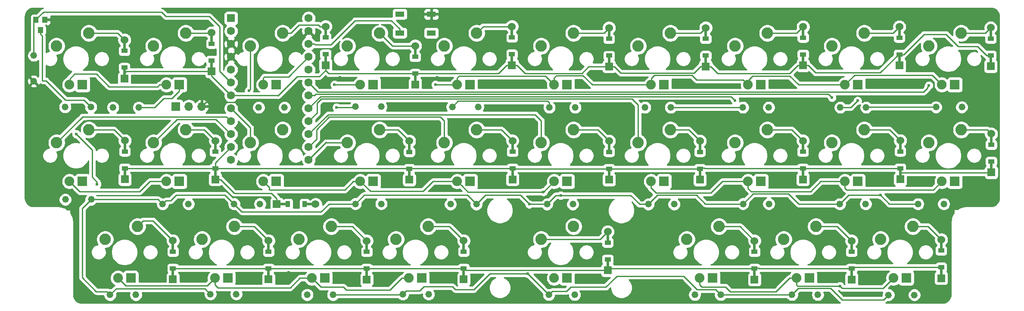
<source format=gbl>
G04 #@! TF.GenerationSoftware,KiCad,Pcbnew,(5.0.2-5-10.14)*
G04 #@! TF.CreationDate,2019-09-09T23:33:01+01:00*
G04 #@! TF.ProjectId,alpha_pro_micro,616c7068-615f-4707-926f-5f6d6963726f,rev?*
G04 #@! TF.SameCoordinates,Original*
G04 #@! TF.FileFunction,Copper,L2,Bot*
G04 #@! TF.FilePolarity,Positive*
%FSLAX46Y46*%
G04 Gerber Fmt 4.6, Leading zero omitted, Abs format (unit mm)*
G04 Created by KiCad (PCBNEW (5.0.2-5-10.14)) date Monday, 09 September 2019 at 23:33:01*
%MOMM*%
%LPD*%
G01*
G04 APERTURE LIST*
G04 #@! TA.AperFunction,ComponentPad*
%ADD10R,1.905000X1.905000*%
G04 #@! TD*
G04 #@! TA.AperFunction,ComponentPad*
%ADD11C,1.905000*%
G04 #@! TD*
G04 #@! TA.AperFunction,ComponentPad*
%ADD12C,2.250000*%
G04 #@! TD*
G04 #@! TA.AperFunction,SMDPad,CuDef*
%ADD13R,1.016000X1.143000*%
G04 #@! TD*
G04 #@! TA.AperFunction,ComponentPad*
%ADD14C,1.320800*%
G04 #@! TD*
G04 #@! TA.AperFunction,ComponentPad*
%ADD15R,1.600000X1.600000*%
G04 #@! TD*
G04 #@! TA.AperFunction,ComponentPad*
%ADD16C,1.600000*%
G04 #@! TD*
G04 #@! TA.AperFunction,Conductor*
%ADD17R,0.500000X1.524000*%
G04 #@! TD*
G04 #@! TA.AperFunction,ComponentPad*
%ADD18C,1.524000*%
G04 #@! TD*
G04 #@! TA.AperFunction,ComponentPad*
%ADD19R,1.524000X1.524000*%
G04 #@! TD*
G04 #@! TA.AperFunction,SMDPad,CuDef*
%ADD20R,1.200000X0.900000*%
G04 #@! TD*
G04 #@! TA.AperFunction,Conductor*
%ADD21R,1.524000X0.500000*%
G04 #@! TD*
G04 #@! TA.AperFunction,SMDPad,CuDef*
%ADD22R,0.900000X1.200000*%
G04 #@! TD*
G04 #@! TA.AperFunction,SMDPad,CuDef*
%ADD23R,1.800000X1.100000*%
G04 #@! TD*
G04 #@! TA.AperFunction,ComponentPad*
%ADD24R,1.700000X1.700000*%
G04 #@! TD*
G04 #@! TA.AperFunction,ComponentPad*
%ADD25O,1.700000X1.700000*%
G04 #@! TD*
G04 #@! TA.AperFunction,ViaPad*
%ADD26C,0.600000*%
G04 #@! TD*
G04 #@! TA.AperFunction,Conductor*
%ADD27C,0.250000*%
G04 #@! TD*
G04 #@! TA.AperFunction,Conductor*
%ADD28C,0.254000*%
G04 #@! TD*
G04 APERTURE END LIST*
D10*
G04 #@! TO.P,K7,4*
G04 #@! TO.N,Net-(K7-Pad4)*
X191770000Y-114617500D03*
D11*
G04 #@! TO.P,K7,3*
G04 #@! TO.N,VCC*
X189230000Y-114617500D03*
D12*
G04 #@! TO.P,K7,1*
G04 #@! TO.N,/col6*
X186690000Y-106997500D03*
G04 #@! TO.P,K7,2*
G04 #@! TO.N,Net-(D7-Pad2)*
X193040000Y-104457500D03*
G04 #@! TD*
D10*
G04 #@! TO.P,K9,4*
G04 #@! TO.N,Net-(K9-Pad4)*
X229870000Y-114617500D03*
D11*
G04 #@! TO.P,K9,3*
G04 #@! TO.N,VCC*
X227330000Y-114617500D03*
D12*
G04 #@! TO.P,K9,1*
G04 #@! TO.N,/col8*
X224790000Y-106997500D03*
G04 #@! TO.P,K9,2*
G04 #@! TO.N,Net-(D9-Pad2)*
X231140000Y-104457500D03*
G04 #@! TD*
D13*
G04 #@! TO.P,Q1,3*
G04 #@! TO.N,/LED_Out*
X69230000Y-103846000D03*
G04 #@! TO.P,Q1,2*
G04 #@! TO.N,GND*
X70119000Y-101814000D03*
G04 #@! TO.P,Q1,1*
G04 #@! TO.N,/LED*
X68341000Y-101814000D03*
G04 #@! TD*
D14*
G04 #@! TO.P,R29,2*
G04 #@! TO.N,/LED*
X67920000Y-108860000D03*
G04 #@! TO.P,R29,1*
G04 #@! TO.N,GND*
X67920000Y-113940000D03*
G04 #@! TD*
G04 #@! TO.P,R26,1*
G04 #@! TO.N,/LED_Out*
X235890000Y-156060000D03*
G04 #@! TO.P,R26,2*
G04 #@! TO.N,Net-(K28-Pad4)*
X240970000Y-156060000D03*
G04 #@! TD*
G04 #@! TO.P,R1,2*
G04 #@! TO.N,Net-(K11-Pad4)*
X74110000Y-137250000D03*
G04 #@! TO.P,R1,1*
G04 #@! TO.N,/LED_Out*
X79190000Y-137250000D03*
G04 #@! TD*
G04 #@! TO.P,R2,1*
G04 #@! TO.N,/LED_Out*
X79140000Y-119030000D03*
G04 #@! TO.P,R2,2*
G04 #@! TO.N,Net-(K1-Pad4)*
X74060000Y-119030000D03*
G04 #@! TD*
G04 #@! TO.P,R3,2*
G04 #@! TO.N,Net-(K21-Pad4)*
X87970000Y-156050000D03*
G04 #@! TO.P,R3,1*
G04 #@! TO.N,/LED_Out*
X82890000Y-156050000D03*
G04 #@! TD*
G04 #@! TO.P,R4,1*
G04 #@! TO.N,/LED_Out*
X83470000Y-119110000D03*
G04 #@! TO.P,R4,2*
G04 #@! TO.N,Net-(K2-Pad4)*
X88550000Y-119110000D03*
G04 #@! TD*
G04 #@! TO.P,R5,2*
G04 #@! TO.N,Net-(K12-Pad4)*
X98310000Y-138140000D03*
G04 #@! TO.P,R5,1*
G04 #@! TO.N,/LED_Out*
X93230000Y-138140000D03*
G04 #@! TD*
G04 #@! TO.P,R6,1*
G04 #@! TO.N,/LED_Out*
X102620000Y-155900000D03*
G04 #@! TO.P,R6,2*
G04 #@! TO.N,Net-(K22-Pad4)*
X107700000Y-155900000D03*
G04 #@! TD*
G04 #@! TO.P,R7,2*
G04 #@! TO.N,Net-(K13-Pad4)*
X112350000Y-138130000D03*
G04 #@! TO.P,R7,1*
G04 #@! TO.N,/LED_Out*
X107270000Y-138130000D03*
G04 #@! TD*
G04 #@! TO.P,R8,1*
G04 #@! TO.N,/LED_Out*
X117190000Y-119110000D03*
G04 #@! TO.P,R8,2*
G04 #@! TO.N,Net-(K3-Pad4)*
X112110000Y-119110000D03*
G04 #@! TD*
G04 #@! TO.P,R9,2*
G04 #@! TO.N,Net-(K23-Pad4)*
X121640000Y-156030000D03*
G04 #@! TO.P,R9,1*
G04 #@! TO.N,/LED_Out*
X126720000Y-156030000D03*
G04 #@! TD*
G04 #@! TO.P,R10,1*
G04 #@! TO.N,/LED_Out*
X131090000Y-118960000D03*
G04 #@! TO.P,R10,2*
G04 #@! TO.N,Net-(K4-Pad4)*
X136170000Y-118960000D03*
G04 #@! TD*
G04 #@! TO.P,R11,2*
G04 #@! TO.N,Net-(K14-Pad4)*
X136200000Y-138110000D03*
G04 #@! TO.P,R11,1*
G04 #@! TO.N,/LED_Out*
X131120000Y-138110000D03*
G04 #@! TD*
G04 #@! TO.P,R12,1*
G04 #@! TO.N,/LED_Out*
X140430000Y-155920000D03*
G04 #@! TO.P,R12,2*
G04 #@! TO.N,Net-(K24-Pad4)*
X145510000Y-155920000D03*
G04 #@! TD*
G04 #@! TO.P,R13,2*
G04 #@! TO.N,Net-(K15-Pad4)*
X149810000Y-138190000D03*
G04 #@! TO.P,R13,1*
G04 #@! TO.N,/LED_Out*
X154890000Y-138190000D03*
G04 #@! TD*
G04 #@! TO.P,R14,1*
G04 #@! TO.N,/LED_Out*
X150140000Y-119010000D03*
G04 #@! TO.P,R14,2*
G04 #@! TO.N,Net-(K5-Pad4)*
X155220000Y-119010000D03*
G04 #@! TD*
G04 #@! TO.P,R15,2*
G04 #@! TO.N,Net-(K16-Pad4)*
X173840000Y-138190000D03*
G04 #@! TO.P,R15,1*
G04 #@! TO.N,/LED_Out*
X168760000Y-138190000D03*
G04 #@! TD*
G04 #@! TO.P,R16,1*
G04 #@! TO.N,/LED_Out*
X169230000Y-119100000D03*
G04 #@! TO.P,R16,2*
G04 #@! TO.N,Net-(K6-Pad4)*
X174310000Y-119100000D03*
G04 #@! TD*
G04 #@! TO.P,R17,2*
G04 #@! TO.N,Net-(K25-Pad4)*
X174210000Y-156010000D03*
G04 #@! TO.P,R17,1*
G04 #@! TO.N,/LED_Out*
X169130000Y-156010000D03*
G04 #@! TD*
G04 #@! TO.P,R18,1*
G04 #@! TO.N,/LED_Out*
X193100000Y-119100000D03*
G04 #@! TO.P,R18,2*
G04 #@! TO.N,Net-(K7-Pad4)*
X188020000Y-119100000D03*
G04 #@! TD*
G04 #@! TO.P,R19,2*
G04 #@! TO.N,Net-(K17-Pad4)*
X193760000Y-138190000D03*
G04 #@! TO.P,R19,1*
G04 #@! TO.N,/LED_Out*
X188680000Y-138190000D03*
G04 #@! TD*
G04 #@! TO.P,R20,1*
G04 #@! TO.N,/LED_Out*
X202900000Y-156010000D03*
G04 #@! TO.P,R20,2*
G04 #@! TO.N,Net-(K26-Pad4)*
X197820000Y-156010000D03*
G04 #@! TD*
G04 #@! TO.P,R21,2*
G04 #@! TO.N,Net-(K8-Pad4)*
X212360000Y-119100000D03*
G04 #@! TO.P,R21,1*
G04 #@! TO.N,/LED_Out*
X207280000Y-119100000D03*
G04 #@! TD*
G04 #@! TO.P,R22,1*
G04 #@! TO.N,/LED_Out*
X207300000Y-138110000D03*
G04 #@! TO.P,R22,2*
G04 #@! TO.N,Net-(K18-Pad4)*
X212380000Y-138110000D03*
G04 #@! TD*
G04 #@! TO.P,R23,2*
G04 #@! TO.N,Net-(K27-Pad4)*
X222000000Y-156010000D03*
G04 #@! TO.P,R23,1*
G04 #@! TO.N,/LED_Out*
X216920000Y-156010000D03*
G04 #@! TD*
G04 #@! TO.P,R24,1*
G04 #@! TO.N,/LED_Out*
X231490000Y-119110000D03*
G04 #@! TO.P,R24,2*
G04 #@! TO.N,Net-(K9-Pad4)*
X226410000Y-119110000D03*
G04 #@! TD*
G04 #@! TO.P,R25,2*
G04 #@! TO.N,Net-(K19-Pad4)*
X231400000Y-138140000D03*
G04 #@! TO.P,R25,1*
G04 #@! TO.N,/LED_Out*
X226320000Y-138140000D03*
G04 #@! TD*
G04 #@! TO.P,R28,1*
G04 #@! TO.N,/LED_Out*
X241680000Y-138140000D03*
G04 #@! TO.P,R28,2*
G04 #@! TO.N,Net-(K20-Pad4)*
X246760000Y-138140000D03*
G04 #@! TD*
G04 #@! TO.P,R27,2*
G04 #@! TO.N,Net-(K10-Pad4)*
X250300000Y-119040000D03*
G04 #@! TO.P,R27,1*
G04 #@! TO.N,/LED_Out*
X245220000Y-119040000D03*
G04 #@! TD*
D10*
G04 #@! TO.P,K25,4*
G04 #@! TO.N,Net-(K25-Pad4)*
X172720000Y-152717500D03*
D11*
G04 #@! TO.P,K25,3*
G04 #@! TO.N,VCC*
X170180000Y-152717500D03*
D12*
G04 #@! TO.P,K25,1*
G04 #@! TO.N,Net-(D25-Pad2)*
X167640000Y-145097500D03*
G04 #@! TO.P,K25,2*
G04 #@! TO.N,/col5*
X173990000Y-142557500D03*
G04 #@! TD*
D10*
G04 #@! TO.P,K1,4*
G04 #@! TO.N,Net-(K1-Pad4)*
X77470000Y-114617500D03*
D11*
G04 #@! TO.P,K1,3*
G04 #@! TO.N,VCC*
X74930000Y-114617500D03*
D12*
G04 #@! TO.P,K1,1*
G04 #@! TO.N,/col0*
X72390000Y-106997500D03*
G04 #@! TO.P,K1,2*
G04 #@! TO.N,Net-(D1-Pad2)*
X78740000Y-104457500D03*
G04 #@! TD*
D10*
G04 #@! TO.P,K2,4*
G04 #@! TO.N,Net-(K2-Pad4)*
X96520000Y-114617500D03*
D11*
G04 #@! TO.P,K2,3*
G04 #@! TO.N,VCC*
X93980000Y-114617500D03*
D12*
G04 #@! TO.P,K2,1*
G04 #@! TO.N,/col1*
X91440000Y-106997500D03*
G04 #@! TO.P,K2,2*
G04 #@! TO.N,Net-(D2-Pad2)*
X97790000Y-104457500D03*
G04 #@! TD*
D10*
G04 #@! TO.P,K3,4*
G04 #@! TO.N,Net-(K3-Pad4)*
X115570000Y-114617500D03*
D11*
G04 #@! TO.P,K3,3*
G04 #@! TO.N,VCC*
X113030000Y-114617500D03*
D12*
G04 #@! TO.P,K3,1*
G04 #@! TO.N,/col2*
X110490000Y-106997500D03*
G04 #@! TO.P,K3,2*
G04 #@! TO.N,Net-(D3-Pad2)*
X116840000Y-104457500D03*
G04 #@! TD*
D10*
G04 #@! TO.P,K4,4*
G04 #@! TO.N,Net-(K4-Pad4)*
X134620000Y-114617500D03*
D11*
G04 #@! TO.P,K4,3*
G04 #@! TO.N,VCC*
X132080000Y-114617500D03*
D12*
G04 #@! TO.P,K4,1*
G04 #@! TO.N,/col3*
X129540000Y-106997500D03*
G04 #@! TO.P,K4,2*
G04 #@! TO.N,Net-(D4-Pad2)*
X135890000Y-104457500D03*
G04 #@! TD*
D10*
G04 #@! TO.P,K5,4*
G04 #@! TO.N,Net-(K5-Pad4)*
X153670000Y-114617500D03*
D11*
G04 #@! TO.P,K5,3*
G04 #@! TO.N,VCC*
X151130000Y-114617500D03*
D12*
G04 #@! TO.P,K5,1*
G04 #@! TO.N,/col4*
X148590000Y-106997500D03*
G04 #@! TO.P,K5,2*
G04 #@! TO.N,Net-(D5-Pad2)*
X154940000Y-104457500D03*
G04 #@! TD*
D10*
G04 #@! TO.P,K6,4*
G04 #@! TO.N,Net-(K6-Pad4)*
X172720000Y-114617500D03*
D11*
G04 #@! TO.P,K6,3*
G04 #@! TO.N,VCC*
X170180000Y-114617500D03*
D12*
G04 #@! TO.P,K6,1*
G04 #@! TO.N,/col5*
X167640000Y-106997500D03*
G04 #@! TO.P,K6,2*
G04 #@! TO.N,Net-(D6-Pad2)*
X173990000Y-104457500D03*
G04 #@! TD*
D10*
G04 #@! TO.P,K8,4*
G04 #@! TO.N,Net-(K8-Pad4)*
X210820000Y-114617500D03*
D11*
G04 #@! TO.P,K8,3*
G04 #@! TO.N,VCC*
X208280000Y-114617500D03*
D12*
G04 #@! TO.P,K8,1*
G04 #@! TO.N,/col7*
X205740000Y-106997500D03*
G04 #@! TO.P,K8,2*
G04 #@! TO.N,Net-(D8-Pad2)*
X212090000Y-104457500D03*
G04 #@! TD*
D10*
G04 #@! TO.P,K10,4*
G04 #@! TO.N,Net-(K10-Pad4)*
X248920000Y-114617500D03*
D11*
G04 #@! TO.P,K10,3*
G04 #@! TO.N,VCC*
X246380000Y-114617500D03*
D12*
G04 #@! TO.P,K10,1*
G04 #@! TO.N,/col9*
X243840000Y-106997500D03*
G04 #@! TO.P,K10,2*
G04 #@! TO.N,Net-(D10-Pad2)*
X250190000Y-104457500D03*
G04 #@! TD*
D10*
G04 #@! TO.P,K11,4*
G04 #@! TO.N,Net-(K11-Pad4)*
X77470000Y-133667500D03*
D11*
G04 #@! TO.P,K11,3*
G04 #@! TO.N,VCC*
X74930000Y-133667500D03*
D12*
G04 #@! TO.P,K11,1*
G04 #@! TO.N,/col0*
X72390000Y-126047500D03*
G04 #@! TO.P,K11,2*
G04 #@! TO.N,Net-(D11-Pad2)*
X78740000Y-123507500D03*
G04 #@! TD*
D10*
G04 #@! TO.P,K12,4*
G04 #@! TO.N,Net-(K12-Pad4)*
X96520000Y-133667500D03*
D11*
G04 #@! TO.P,K12,3*
G04 #@! TO.N,VCC*
X93980000Y-133667500D03*
D12*
G04 #@! TO.P,K12,1*
G04 #@! TO.N,/col1*
X91440000Y-126047500D03*
G04 #@! TO.P,K12,2*
G04 #@! TO.N,Net-(D12-Pad2)*
X97790000Y-123507500D03*
G04 #@! TD*
D10*
G04 #@! TO.P,K13,4*
G04 #@! TO.N,Net-(K13-Pad4)*
X115570000Y-133667500D03*
D11*
G04 #@! TO.P,K13,3*
G04 #@! TO.N,VCC*
X113030000Y-133667500D03*
D12*
G04 #@! TO.P,K13,1*
G04 #@! TO.N,/col2*
X110490000Y-126047500D03*
G04 #@! TO.P,K13,2*
G04 #@! TO.N,Net-(D13-Pad2)*
X116840000Y-123507500D03*
G04 #@! TD*
D10*
G04 #@! TO.P,K14,4*
G04 #@! TO.N,Net-(K14-Pad4)*
X134620000Y-133667500D03*
D11*
G04 #@! TO.P,K14,3*
G04 #@! TO.N,VCC*
X132080000Y-133667500D03*
D12*
G04 #@! TO.P,K14,1*
G04 #@! TO.N,/col3*
X129540000Y-126047500D03*
G04 #@! TO.P,K14,2*
G04 #@! TO.N,Net-(D14-Pad2)*
X135890000Y-123507500D03*
G04 #@! TD*
D10*
G04 #@! TO.P,K15,4*
G04 #@! TO.N,Net-(K15-Pad4)*
X153670000Y-133667500D03*
D11*
G04 #@! TO.P,K15,3*
G04 #@! TO.N,VCC*
X151130000Y-133667500D03*
D12*
G04 #@! TO.P,K15,1*
G04 #@! TO.N,/col4*
X148590000Y-126047500D03*
G04 #@! TO.P,K15,2*
G04 #@! TO.N,Net-(D15-Pad2)*
X154940000Y-123507500D03*
G04 #@! TD*
D10*
G04 #@! TO.P,K16,4*
G04 #@! TO.N,Net-(K16-Pad4)*
X172720000Y-133667500D03*
D11*
G04 #@! TO.P,K16,3*
G04 #@! TO.N,VCC*
X170180000Y-133667500D03*
D12*
G04 #@! TO.P,K16,1*
G04 #@! TO.N,/col5*
X167640000Y-126047500D03*
G04 #@! TO.P,K16,2*
G04 #@! TO.N,Net-(D16-Pad2)*
X173990000Y-123507500D03*
G04 #@! TD*
D10*
G04 #@! TO.P,K17,4*
G04 #@! TO.N,Net-(K17-Pad4)*
X191770000Y-133667500D03*
D11*
G04 #@! TO.P,K17,3*
G04 #@! TO.N,VCC*
X189230000Y-133667500D03*
D12*
G04 #@! TO.P,K17,1*
G04 #@! TO.N,/col6*
X186690000Y-126047500D03*
G04 #@! TO.P,K17,2*
G04 #@! TO.N,Net-(D17-Pad2)*
X193040000Y-123507500D03*
G04 #@! TD*
D10*
G04 #@! TO.P,K18,4*
G04 #@! TO.N,Net-(K18-Pad4)*
X210820000Y-133667500D03*
D11*
G04 #@! TO.P,K18,3*
G04 #@! TO.N,VCC*
X208280000Y-133667500D03*
D12*
G04 #@! TO.P,K18,1*
G04 #@! TO.N,/col7*
X205740000Y-126047500D03*
G04 #@! TO.P,K18,2*
G04 #@! TO.N,Net-(D18-Pad2)*
X212090000Y-123507500D03*
G04 #@! TD*
D10*
G04 #@! TO.P,K19,4*
G04 #@! TO.N,Net-(K19-Pad4)*
X229870000Y-133667500D03*
D11*
G04 #@! TO.P,K19,3*
G04 #@! TO.N,VCC*
X227330000Y-133667500D03*
D12*
G04 #@! TO.P,K19,1*
G04 #@! TO.N,/col8*
X224790000Y-126047500D03*
G04 #@! TO.P,K19,2*
G04 #@! TO.N,Net-(D19-Pad2)*
X231140000Y-123507500D03*
G04 #@! TD*
D10*
G04 #@! TO.P,K20,4*
G04 #@! TO.N,Net-(K20-Pad4)*
X248920000Y-133667500D03*
D11*
G04 #@! TO.P,K20,3*
G04 #@! TO.N,VCC*
X246380000Y-133667500D03*
D12*
G04 #@! TO.P,K20,1*
G04 #@! TO.N,/col9*
X243840000Y-126047500D03*
G04 #@! TO.P,K20,2*
G04 #@! TO.N,Net-(D20-Pad2)*
X250190000Y-123507500D03*
G04 #@! TD*
D10*
G04 #@! TO.P,K21,4*
G04 #@! TO.N,Net-(K21-Pad4)*
X86995000Y-152717500D03*
D11*
G04 #@! TO.P,K21,3*
G04 #@! TO.N,VCC*
X84455000Y-152717500D03*
D12*
G04 #@! TO.P,K21,1*
G04 #@! TO.N,/col0*
X81915000Y-145097500D03*
G04 #@! TO.P,K21,2*
G04 #@! TO.N,Net-(D21-Pad2)*
X88265000Y-142557500D03*
G04 #@! TD*
D10*
G04 #@! TO.P,K22,4*
G04 #@! TO.N,Net-(K22-Pad4)*
X106045000Y-152717500D03*
D11*
G04 #@! TO.P,K22,3*
G04 #@! TO.N,VCC*
X103505000Y-152717500D03*
D12*
G04 #@! TO.P,K22,1*
G04 #@! TO.N,/col1*
X100965000Y-145097500D03*
G04 #@! TO.P,K22,2*
G04 #@! TO.N,Net-(D22-Pad2)*
X107315000Y-142557500D03*
G04 #@! TD*
D10*
G04 #@! TO.P,K23,4*
G04 #@! TO.N,Net-(K23-Pad4)*
X125095000Y-152717500D03*
D11*
G04 #@! TO.P,K23,3*
G04 #@! TO.N,VCC*
X122555000Y-152717500D03*
D12*
G04 #@! TO.P,K23,1*
G04 #@! TO.N,/col2*
X120015000Y-145097500D03*
G04 #@! TO.P,K23,2*
G04 #@! TO.N,Net-(D23-Pad2)*
X126365000Y-142557500D03*
G04 #@! TD*
D10*
G04 #@! TO.P,K24,4*
G04 #@! TO.N,Net-(K24-Pad4)*
X144145000Y-152717500D03*
D11*
G04 #@! TO.P,K24,3*
G04 #@! TO.N,VCC*
X141605000Y-152717500D03*
D12*
G04 #@! TO.P,K24,1*
G04 #@! TO.N,/col3*
X139065000Y-145097500D03*
G04 #@! TO.P,K24,2*
G04 #@! TO.N,Net-(D24-Pad2)*
X145415000Y-142557500D03*
G04 #@! TD*
D10*
G04 #@! TO.P,K26,4*
G04 #@! TO.N,Net-(K26-Pad4)*
X201295000Y-152717500D03*
D11*
G04 #@! TO.P,K26,3*
G04 #@! TO.N,VCC*
X198755000Y-152717500D03*
D12*
G04 #@! TO.P,K26,1*
G04 #@! TO.N,/col7*
X196215000Y-145097500D03*
G04 #@! TO.P,K26,2*
G04 #@! TO.N,Net-(D26-Pad2)*
X202565000Y-142557500D03*
G04 #@! TD*
D10*
G04 #@! TO.P,K27,4*
G04 #@! TO.N,Net-(K27-Pad4)*
X220345000Y-152717500D03*
D11*
G04 #@! TO.P,K27,3*
G04 #@! TO.N,VCC*
X217805000Y-152717500D03*
D12*
G04 #@! TO.P,K27,1*
G04 #@! TO.N,/col8*
X215265000Y-145097500D03*
G04 #@! TO.P,K27,2*
G04 #@! TO.N,Net-(D27-Pad2)*
X221615000Y-142557500D03*
G04 #@! TD*
D10*
G04 #@! TO.P,K28,4*
G04 #@! TO.N,Net-(K28-Pad4)*
X239395000Y-152717500D03*
D11*
G04 #@! TO.P,K28,3*
G04 #@! TO.N,VCC*
X236855000Y-152717500D03*
D12*
G04 #@! TO.P,K28,1*
G04 #@! TO.N,/col9*
X234315000Y-145097500D03*
G04 #@! TO.P,K28,2*
G04 #@! TO.N,Net-(D28-Pad2)*
X240665000Y-142557500D03*
G04 #@! TD*
D15*
G04 #@! TO.P,U1,1*
G04 #@! TO.N,Net-(U1-Pad1)*
X106680000Y-101520625D03*
D16*
G04 #@! TO.P,U1,2*
G04 #@! TO.N,Net-(U1-Pad2)*
X106680000Y-104060625D03*
G04 #@! TO.P,U1,3*
G04 #@! TO.N,GND*
X106680000Y-106600625D03*
G04 #@! TO.P,U1,4*
X106680000Y-109140625D03*
G04 #@! TO.P,U1,5*
G04 #@! TO.N,/col_tmo*
X106680000Y-111680625D03*
G04 #@! TO.P,U1,6*
G04 #@! TO.N,/LED*
X106680000Y-114220625D03*
G04 #@! TO.P,U1,7*
G04 #@! TO.N,/row0*
X106680000Y-116760625D03*
G04 #@! TO.P,U1,8*
G04 #@! TO.N,/col2*
X106680000Y-119300625D03*
G04 #@! TO.P,U1,9*
G04 #@! TO.N,/col0*
X106680000Y-121840625D03*
G04 #@! TO.P,U1,10*
G04 #@! TO.N,/col1*
X106680000Y-124380625D03*
G04 #@! TO.P,U1,11*
G04 #@! TO.N,/row1*
X106680000Y-126920625D03*
G04 #@! TO.P,U1,12*
G04 #@! TO.N,/row2*
X106680000Y-129460625D03*
G04 #@! TO.P,U1,13*
G04 #@! TO.N,/col3*
X121920000Y-129460625D03*
G04 #@! TO.P,U1,14*
G04 #@! TO.N,/col4*
X121920000Y-126920625D03*
G04 #@! TO.P,U1,15*
G04 #@! TO.N,/col5*
X121920000Y-124380625D03*
G04 #@! TO.P,U1,16*
G04 #@! TO.N,/col6*
X121920000Y-121840625D03*
G04 #@! TO.P,U1,17*
G04 #@! TO.N,/col7*
X121920000Y-119300625D03*
G04 #@! TO.P,U1,18*
G04 #@! TO.N,/col8*
X121920000Y-116760625D03*
G04 #@! TO.P,U1,19*
G04 #@! TO.N,/col9*
X121920000Y-114220625D03*
G04 #@! TO.P,U1,20*
G04 #@! TO.N,RGB*
X121920000Y-111680625D03*
G04 #@! TO.P,U1,21*
G04 #@! TO.N,VCC*
X121920000Y-109140625D03*
G04 #@! TO.P,U1,22*
G04 #@! TO.N,RST*
X121920000Y-106600625D03*
G04 #@! TO.P,U1,23*
G04 #@! TO.N,GND*
X121920000Y-104060625D03*
G04 #@! TO.P,U1,24*
G04 #@! TO.N,Net-(U1-Pad24)*
X121920000Y-101520625D03*
G04 #@! TD*
D17*
G04 #@! TO.N,/row0*
G04 #@! TO.C,D1*
X85725397Y-112135444D03*
G04 #@! TO.N,Net-(D1-Pad2)*
X85725397Y-107055444D03*
D18*
G04 #@! TD*
G04 #@! TO.P,D1,2*
G04 #@! TO.N,Net-(D1-Pad2)*
X85725397Y-105785444D03*
D19*
G04 #@! TO.P,D1,1*
G04 #@! TO.N,/row0*
X85725397Y-113405444D03*
D20*
G04 #@! TO.P,D1,2*
G04 #@! TO.N,Net-(D1-Pad2)*
X85725397Y-107945444D03*
G04 #@! TO.P,D1,1*
G04 #@! TO.N,/row0*
X85725397Y-111245444D03*
G04 #@! TD*
D17*
G04 #@! TO.N,/row0*
G04 #@! TO.C,D2*
X102870397Y-110738444D03*
G04 #@! TO.N,Net-(D2-Pad2)*
X102870397Y-105658444D03*
D18*
G04 #@! TD*
G04 #@! TO.P,D2,2*
G04 #@! TO.N,Net-(D2-Pad2)*
X102870397Y-104388444D03*
D19*
G04 #@! TO.P,D2,1*
G04 #@! TO.N,/row0*
X102870397Y-112008444D03*
D20*
G04 #@! TO.P,D2,2*
G04 #@! TO.N,Net-(D2-Pad2)*
X102870397Y-106548444D03*
G04 #@! TO.P,D2,1*
G04 #@! TO.N,/row0*
X102870397Y-109848444D03*
G04 #@! TD*
D17*
G04 #@! TO.N,/row0*
G04 #@! TO.C,D3*
X125260000Y-109500000D03*
G04 #@! TO.N,Net-(D3-Pad2)*
X125260000Y-104420000D03*
D18*
G04 #@! TD*
G04 #@! TO.P,D3,2*
G04 #@! TO.N,Net-(D3-Pad2)*
X125260000Y-103150000D03*
D19*
G04 #@! TO.P,D3,1*
G04 #@! TO.N,/row0*
X125260000Y-110770000D03*
D20*
G04 #@! TO.P,D3,2*
G04 #@! TO.N,Net-(D3-Pad2)*
X125260000Y-105310000D03*
G04 #@! TO.P,D3,1*
G04 #@! TO.N,/row0*
X125260000Y-108610000D03*
G04 #@! TD*
D21*
G04 #@! TO.N,/row1*
G04 #@! TO.C,D13*
X116941997Y-138183144D03*
G04 #@! TO.N,Net-(D13-Pad2)*
X122021997Y-138183144D03*
D18*
G04 #@! TD*
G04 #@! TO.P,D13,2*
G04 #@! TO.N,Net-(D13-Pad2)*
X123291997Y-138183144D03*
D19*
G04 #@! TO.P,D13,1*
G04 #@! TO.N,/row1*
X115671997Y-138183144D03*
D22*
G04 #@! TO.P,D13,2*
G04 #@! TO.N,Net-(D13-Pad2)*
X121131997Y-138183144D03*
G04 #@! TO.P,D13,1*
G04 #@! TO.N,/row1*
X117831997Y-138183144D03*
G04 #@! TD*
D17*
G04 #@! TO.N,/row1*
G04 #@! TO.C,D14*
X141706997Y-132074444D03*
G04 #@! TO.N,Net-(D14-Pad2)*
X141706997Y-126994444D03*
D18*
G04 #@! TD*
G04 #@! TO.P,D14,2*
G04 #@! TO.N,Net-(D14-Pad2)*
X141706997Y-125724444D03*
D19*
G04 #@! TO.P,D14,1*
G04 #@! TO.N,/row1*
X141706997Y-133344444D03*
D20*
G04 #@! TO.P,D14,2*
G04 #@! TO.N,Net-(D14-Pad2)*
X141706997Y-127884444D03*
G04 #@! TO.P,D14,1*
G04 #@! TO.N,/row1*
X141706997Y-131184444D03*
G04 #@! TD*
D17*
G04 #@! TO.N,/row0*
G04 #@! TO.C,D4*
X142880000Y-113320000D03*
G04 #@! TO.N,Net-(D4-Pad2)*
X142880000Y-108240000D03*
D18*
G04 #@! TD*
G04 #@! TO.P,D4,2*
G04 #@! TO.N,Net-(D4-Pad2)*
X142880000Y-106970000D03*
D19*
G04 #@! TO.P,D4,1*
G04 #@! TO.N,/row0*
X142880000Y-114590000D03*
D20*
G04 #@! TO.P,D4,2*
G04 #@! TO.N,Net-(D4-Pad2)*
X142880000Y-109130000D03*
G04 #@! TO.P,D4,1*
G04 #@! TO.N,/row0*
X142880000Y-112430000D03*
G04 #@! TD*
D17*
G04 #@! TO.N,/row0*
G04 #@! TO.C,D5*
X161870000Y-109500000D03*
G04 #@! TO.N,Net-(D5-Pad2)*
X161870000Y-104420000D03*
D18*
G04 #@! TD*
G04 #@! TO.P,D5,2*
G04 #@! TO.N,Net-(D5-Pad2)*
X161870000Y-103150000D03*
D19*
G04 #@! TO.P,D5,1*
G04 #@! TO.N,/row0*
X161870000Y-110770000D03*
D20*
G04 #@! TO.P,D5,2*
G04 #@! TO.N,Net-(D5-Pad2)*
X161870000Y-105310000D03*
G04 #@! TO.P,D5,1*
G04 #@! TO.N,/row0*
X161870000Y-108610000D03*
G04 #@! TD*
D17*
G04 #@! TO.N,/row1*
G04 #@! TO.C,D15*
X161988897Y-132010944D03*
G04 #@! TO.N,Net-(D15-Pad2)*
X161988897Y-126930944D03*
D18*
G04 #@! TD*
G04 #@! TO.P,D15,2*
G04 #@! TO.N,Net-(D15-Pad2)*
X161988897Y-125660944D03*
D19*
G04 #@! TO.P,D15,1*
G04 #@! TO.N,/row1*
X161988897Y-133280944D03*
D20*
G04 #@! TO.P,D15,2*
G04 #@! TO.N,Net-(D15-Pad2)*
X161988897Y-127820944D03*
G04 #@! TO.P,D15,1*
G04 #@! TO.N,/row1*
X161988897Y-131120944D03*
G04 #@! TD*
D17*
G04 #@! TO.N,/row1*
G04 #@! TO.C,D16*
X180975397Y-132074444D03*
G04 #@! TO.N,Net-(D16-Pad2)*
X180975397Y-126994444D03*
D18*
G04 #@! TD*
G04 #@! TO.P,D16,2*
G04 #@! TO.N,Net-(D16-Pad2)*
X180975397Y-125724444D03*
D19*
G04 #@! TO.P,D16,1*
G04 #@! TO.N,/row1*
X180975397Y-133344444D03*
D20*
G04 #@! TO.P,D16,2*
G04 #@! TO.N,Net-(D16-Pad2)*
X180975397Y-127884444D03*
G04 #@! TO.P,D16,1*
G04 #@! TO.N,/row1*
X180975397Y-131184444D03*
G04 #@! TD*
D17*
G04 #@! TO.N,/row0*
G04 #@! TO.C,D6*
X180975397Y-109780000D03*
G04 #@! TO.N,Net-(D6-Pad2)*
X180975397Y-104700000D03*
D18*
G04 #@! TD*
G04 #@! TO.P,D6,2*
G04 #@! TO.N,Net-(D6-Pad2)*
X180975397Y-103430000D03*
D19*
G04 #@! TO.P,D6,1*
G04 #@! TO.N,/row0*
X180975397Y-111050000D03*
D20*
G04 #@! TO.P,D6,2*
G04 #@! TO.N,Net-(D6-Pad2)*
X180975397Y-105590000D03*
G04 #@! TO.P,D6,1*
G04 #@! TO.N,/row0*
X180975397Y-108890000D03*
G04 #@! TD*
D17*
G04 #@! TO.N,/row0*
G04 #@! TO.C,D7*
X199960000Y-109770000D03*
G04 #@! TO.N,Net-(D7-Pad2)*
X199960000Y-104690000D03*
D18*
G04 #@! TD*
G04 #@! TO.P,D7,2*
G04 #@! TO.N,Net-(D7-Pad2)*
X199960000Y-103420000D03*
D19*
G04 #@! TO.P,D7,1*
G04 #@! TO.N,/row0*
X199960000Y-111040000D03*
D20*
G04 #@! TO.P,D7,2*
G04 #@! TO.N,Net-(D7-Pad2)*
X199960000Y-105580000D03*
G04 #@! TO.P,D7,1*
G04 #@! TO.N,/row0*
X199960000Y-108880000D03*
G04 #@! TD*
D17*
G04 #@! TO.N,/row1*
G04 #@! TO.C,D17*
X198844297Y-132074444D03*
G04 #@! TO.N,Net-(D17-Pad2)*
X198844297Y-126994444D03*
D18*
G04 #@! TD*
G04 #@! TO.P,D17,2*
G04 #@! TO.N,Net-(D17-Pad2)*
X198844297Y-125724444D03*
D19*
G04 #@! TO.P,D17,1*
G04 #@! TO.N,/row1*
X198844297Y-133344444D03*
D20*
G04 #@! TO.P,D17,2*
G04 #@! TO.N,Net-(D17-Pad2)*
X198844297Y-127884444D03*
G04 #@! TO.P,D17,1*
G04 #@! TO.N,/row1*
X198844297Y-131184444D03*
G04 #@! TD*
D17*
G04 #@! TO.N,/row1*
G04 #@! TO.C,D18*
X219075397Y-132010944D03*
G04 #@! TO.N,Net-(D18-Pad2)*
X219075397Y-126930944D03*
D18*
G04 #@! TD*
G04 #@! TO.P,D18,2*
G04 #@! TO.N,Net-(D18-Pad2)*
X219075397Y-125660944D03*
D19*
G04 #@! TO.P,D18,1*
G04 #@! TO.N,/row1*
X219075397Y-133280944D03*
D20*
G04 #@! TO.P,D18,2*
G04 #@! TO.N,Net-(D18-Pad2)*
X219075397Y-127820944D03*
G04 #@! TO.P,D18,1*
G04 #@! TO.N,/row1*
X219075397Y-131120944D03*
G04 #@! TD*
D17*
G04 #@! TO.N,/row0*
G04 #@! TO.C,D8*
X219100000Y-109550000D03*
G04 #@! TO.N,Net-(D8-Pad2)*
X219100000Y-104470000D03*
D18*
G04 #@! TD*
G04 #@! TO.P,D8,2*
G04 #@! TO.N,Net-(D8-Pad2)*
X219100000Y-103200000D03*
D19*
G04 #@! TO.P,D8,1*
G04 #@! TO.N,/row0*
X219100000Y-110820000D03*
D20*
G04 #@! TO.P,D8,2*
G04 #@! TO.N,Net-(D8-Pad2)*
X219100000Y-105360000D03*
G04 #@! TO.P,D8,1*
G04 #@! TO.N,/row0*
X219100000Y-108660000D03*
G04 #@! TD*
D17*
G04 #@! TO.N,/row1*
G04 #@! TO.C,D11*
X85814297Y-131985544D03*
G04 #@! TO.N,Net-(D11-Pad2)*
X85814297Y-126905544D03*
D18*
G04 #@! TD*
G04 #@! TO.P,D11,2*
G04 #@! TO.N,Net-(D11-Pad2)*
X85814297Y-125635544D03*
D19*
G04 #@! TO.P,D11,1*
G04 #@! TO.N,/row1*
X85814297Y-133255544D03*
D20*
G04 #@! TO.P,D11,2*
G04 #@! TO.N,Net-(D11-Pad2)*
X85814297Y-127795544D03*
G04 #@! TO.P,D11,1*
G04 #@! TO.N,/row1*
X85814297Y-131095544D03*
G04 #@! TD*
D17*
G04 #@! TO.N,/row1*
G04 #@! TO.C,D12*
X103584375Y-132010944D03*
G04 #@! TO.N,Net-(D12-Pad2)*
X103584375Y-126930944D03*
D18*
G04 #@! TD*
G04 #@! TO.P,D12,2*
G04 #@! TO.N,Net-(D12-Pad2)*
X103584375Y-125660944D03*
D19*
G04 #@! TO.P,D12,1*
G04 #@! TO.N,/row1*
X103584375Y-133280944D03*
D20*
G04 #@! TO.P,D12,2*
G04 #@! TO.N,Net-(D12-Pad2)*
X103584375Y-127820944D03*
G04 #@! TO.P,D12,1*
G04 #@! TO.N,/row1*
X103584375Y-131120944D03*
G04 #@! TD*
D17*
G04 #@! TO.N,/row2*
G04 #@! TO.C,D21*
X95263097Y-151721344D03*
G04 #@! TO.N,Net-(D21-Pad2)*
X95263097Y-146641344D03*
D18*
G04 #@! TD*
G04 #@! TO.P,D21,2*
G04 #@! TO.N,Net-(D21-Pad2)*
X95263097Y-145371344D03*
D19*
G04 #@! TO.P,D21,1*
G04 #@! TO.N,/row2*
X95263097Y-152991344D03*
D20*
G04 #@! TO.P,D21,2*
G04 #@! TO.N,Net-(D21-Pad2)*
X95263097Y-147531344D03*
G04 #@! TO.P,D21,1*
G04 #@! TO.N,/row2*
X95263097Y-150831344D03*
G04 #@! TD*
D17*
G04 #@! TO.N,/row2*
G04 #@! TO.C,D22*
X114033697Y-151721344D03*
G04 #@! TO.N,Net-(D22-Pad2)*
X114033697Y-146641344D03*
D18*
G04 #@! TD*
G04 #@! TO.P,D22,2*
G04 #@! TO.N,Net-(D22-Pad2)*
X114033697Y-145371344D03*
D19*
G04 #@! TO.P,D22,1*
G04 #@! TO.N,/row2*
X114033697Y-152991344D03*
D20*
G04 #@! TO.P,D22,2*
G04 #@! TO.N,Net-(D22-Pad2)*
X114033697Y-147531344D03*
G04 #@! TO.P,D22,1*
G04 #@! TO.N,/row2*
X114033697Y-150831344D03*
G04 #@! TD*
D17*
G04 #@! TO.N,/row2*
G04 #@! TO.C,D23*
X133337697Y-151746744D03*
G04 #@! TO.N,Net-(D23-Pad2)*
X133337697Y-146666744D03*
D18*
G04 #@! TD*
G04 #@! TO.P,D23,2*
G04 #@! TO.N,Net-(D23-Pad2)*
X133337697Y-145396744D03*
D19*
G04 #@! TO.P,D23,1*
G04 #@! TO.N,/row2*
X133337697Y-153016744D03*
D20*
G04 #@! TO.P,D23,2*
G04 #@! TO.N,Net-(D23-Pad2)*
X133337697Y-147556744D03*
G04 #@! TO.P,D23,1*
G04 #@! TO.N,/row2*
X133337697Y-150856744D03*
G04 #@! TD*
D17*
G04 #@! TO.N,/row2*
G04 #@! TO.C,D24*
X152387697Y-151721344D03*
G04 #@! TO.N,Net-(D24-Pad2)*
X152387697Y-146641344D03*
D18*
G04 #@! TD*
G04 #@! TO.P,D24,2*
G04 #@! TO.N,Net-(D24-Pad2)*
X152387697Y-145371344D03*
D19*
G04 #@! TO.P,D24,1*
G04 #@! TO.N,/row2*
X152387697Y-152991344D03*
D20*
G04 #@! TO.P,D24,2*
G04 #@! TO.N,Net-(D24-Pad2)*
X152387697Y-147531344D03*
G04 #@! TO.P,D24,1*
G04 #@! TO.N,/row2*
X152387697Y-150831344D03*
G04 #@! TD*
D17*
G04 #@! TO.N,/row2*
G04 #@! TO.C,D25*
X180708697Y-149943344D03*
G04 #@! TO.N,Net-(D25-Pad2)*
X180708697Y-144863344D03*
D18*
G04 #@! TD*
G04 #@! TO.P,D25,2*
G04 #@! TO.N,Net-(D25-Pad2)*
X180708697Y-143593344D03*
D19*
G04 #@! TO.P,D25,1*
G04 #@! TO.N,/row2*
X180708697Y-151213344D03*
D20*
G04 #@! TO.P,D25,2*
G04 #@! TO.N,Net-(D25-Pad2)*
X180708697Y-145753344D03*
G04 #@! TO.P,D25,1*
G04 #@! TO.N,/row2*
X180708697Y-149053344D03*
G04 #@! TD*
D17*
G04 #@! TO.N,/row2*
G04 #@! TO.C,D26*
X209563097Y-151746744D03*
G04 #@! TO.N,Net-(D26-Pad2)*
X209563097Y-146666744D03*
D18*
G04 #@! TD*
G04 #@! TO.P,D26,2*
G04 #@! TO.N,Net-(D26-Pad2)*
X209563097Y-145396744D03*
D19*
G04 #@! TO.P,D26,1*
G04 #@! TO.N,/row2*
X209563097Y-153016744D03*
D20*
G04 #@! TO.P,D26,2*
G04 #@! TO.N,Net-(D26-Pad2)*
X209563097Y-147556744D03*
G04 #@! TO.P,D26,1*
G04 #@! TO.N,/row2*
X209563097Y-150856744D03*
G04 #@! TD*
D17*
G04 #@! TO.N,/row2*
G04 #@! TO.C,D27*
X228638497Y-151746744D03*
G04 #@! TO.N,Net-(D27-Pad2)*
X228638497Y-146666744D03*
D18*
G04 #@! TD*
G04 #@! TO.P,D27,2*
G04 #@! TO.N,Net-(D27-Pad2)*
X228638497Y-145396744D03*
D19*
G04 #@! TO.P,D27,1*
G04 #@! TO.N,/row2*
X228638497Y-153016744D03*
D20*
G04 #@! TO.P,D27,2*
G04 #@! TO.N,Net-(D27-Pad2)*
X228638497Y-147556744D03*
G04 #@! TO.P,D27,1*
G04 #@! TO.N,/row2*
X228638497Y-150856744D03*
G04 #@! TD*
D17*
G04 #@! TO.N,/row2*
G04 #@! TO.C,D28*
X246250000Y-151500000D03*
G04 #@! TO.N,Net-(D28-Pad2)*
X246250000Y-146420000D03*
D18*
G04 #@! TD*
G04 #@! TO.P,D28,2*
G04 #@! TO.N,Net-(D28-Pad2)*
X246250000Y-145150000D03*
D19*
G04 #@! TO.P,D28,1*
G04 #@! TO.N,/row2*
X246250000Y-152770000D03*
D20*
G04 #@! TO.P,D28,2*
G04 #@! TO.N,Net-(D28-Pad2)*
X246250000Y-147310000D03*
G04 #@! TO.P,D28,1*
G04 #@! TO.N,/row2*
X246250000Y-150610000D03*
G04 #@! TD*
D17*
G04 #@! TO.N,/row1*
G04 #@! TO.C,D19*
X238214297Y-131985544D03*
G04 #@! TO.N,Net-(D19-Pad2)*
X238214297Y-126905544D03*
D18*
G04 #@! TD*
G04 #@! TO.P,D19,2*
G04 #@! TO.N,Net-(D19-Pad2)*
X238214297Y-125635544D03*
D19*
G04 #@! TO.P,D19,1*
G04 #@! TO.N,/row1*
X238214297Y-133255544D03*
D20*
G04 #@! TO.P,D19,2*
G04 #@! TO.N,Net-(D19-Pad2)*
X238214297Y-127795544D03*
G04 #@! TO.P,D19,1*
G04 #@! TO.N,/row1*
X238214297Y-131095544D03*
G04 #@! TD*
D17*
G04 #@! TO.N,/row1*
G04 #@! TO.C,D20*
X256090000Y-130650000D03*
G04 #@! TO.N,Net-(D20-Pad2)*
X256090000Y-125570000D03*
D18*
G04 #@! TD*
G04 #@! TO.P,D20,2*
G04 #@! TO.N,Net-(D20-Pad2)*
X256090000Y-124300000D03*
D19*
G04 #@! TO.P,D20,1*
G04 #@! TO.N,/row1*
X256090000Y-131920000D03*
D20*
G04 #@! TO.P,D20,2*
G04 #@! TO.N,Net-(D20-Pad2)*
X256090000Y-126460000D03*
G04 #@! TO.P,D20,1*
G04 #@! TO.N,/row1*
X256090000Y-129760000D03*
G04 #@! TD*
D17*
G04 #@! TO.N,/row0*
G04 #@! TO.C,D10*
X255980000Y-109730000D03*
G04 #@! TO.N,Net-(D10-Pad2)*
X255980000Y-104650000D03*
D18*
G04 #@! TD*
G04 #@! TO.P,D10,2*
G04 #@! TO.N,Net-(D10-Pad2)*
X255980000Y-103380000D03*
D19*
G04 #@! TO.P,D10,1*
G04 #@! TO.N,/row0*
X255980000Y-111000000D03*
D20*
G04 #@! TO.P,D10,2*
G04 #@! TO.N,Net-(D10-Pad2)*
X255980000Y-105540000D03*
G04 #@! TO.P,D10,1*
G04 #@! TO.N,/row0*
X255980000Y-108840000D03*
G04 #@! TD*
D17*
G04 #@! TO.N,/row0*
G04 #@! TO.C,D9*
X238030000Y-109550000D03*
G04 #@! TO.N,Net-(D9-Pad2)*
X238030000Y-104470000D03*
D18*
G04 #@! TD*
G04 #@! TO.P,D9,2*
G04 #@! TO.N,Net-(D9-Pad2)*
X238030000Y-103200000D03*
D19*
G04 #@! TO.P,D9,1*
G04 #@! TO.N,/row0*
X238030000Y-110820000D03*
D20*
G04 #@! TO.P,D9,2*
G04 #@! TO.N,Net-(D9-Pad2)*
X238030000Y-105360000D03*
G04 #@! TO.P,D9,1*
G04 #@! TO.N,/row0*
X238030000Y-108660000D03*
G04 #@! TD*
D23*
G04 #@! TO.P,SW1,4*
G04 #@! TO.N,N/C*
X146040000Y-104420000D03*
G04 #@! TO.P,SW1,3*
X139840000Y-100720000D03*
G04 #@! TO.P,SW1,2*
G04 #@! TO.N,GND*
X146040000Y-100720000D03*
G04 #@! TO.P,SW1,1*
G04 #@! TO.N,RST*
X139840000Y-104420000D03*
G04 #@! TD*
D24*
G04 #@! TO.P,J1,1*
G04 #@! TO.N,VCC*
X95845313Y-118913672D03*
D25*
G04 #@! TO.P,J1,2*
G04 #@! TO.N,RGB*
X98385313Y-118913672D03*
G04 #@! TO.P,J1,3*
G04 #@! TO.N,GND*
X100925313Y-118913672D03*
G04 #@! TD*
D26*
G04 #@! TO.N,/col2*
X110170625Y-115810000D03*
G04 #@! TO.N,/col8*
X224790000Y-117180000D03*
G04 #@! TO.N,/col9*
X243840000Y-114750000D03*
G04 #@! TO.N,GND*
X106590000Y-133290000D03*
X109740000Y-133290000D03*
X110150000Y-130220000D03*
X112920000Y-126060000D03*
X99180000Y-125890000D03*
X83010000Y-126230000D03*
X88510000Y-133060000D03*
X90600000Y-136150000D03*
X99930000Y-134060000D03*
X99380000Y-151850000D03*
X109070000Y-152340000D03*
X118030000Y-151610000D03*
X128830000Y-152100000D03*
X147610000Y-151850000D03*
X176230000Y-152840000D03*
X206280000Y-152670000D03*
X202830000Y-136250000D03*
X195610000Y-114070000D03*
X178530000Y-112100000D03*
X161610000Y-114070000D03*
X138780000Y-114070000D03*
X141570000Y-118670000D03*
X233380000Y-152990000D03*
X220970000Y-113540000D03*
X230380000Y-155690000D03*
X220970000Y-136520000D03*
X241410000Y-133410000D03*
X222810000Y-152220000D03*
X214530000Y-114320000D03*
X147200000Y-113190000D03*
X128080000Y-113190000D03*
X124670000Y-114680000D03*
X108790000Y-123650000D03*
X124770000Y-120030000D03*
X103600000Y-123100000D03*
X137390000Y-152240000D03*
X126230000Y-136690000D03*
X155130000Y-152590000D03*
X167520000Y-152180000D03*
X175560000Y-114390000D03*
X90040000Y-101814000D03*
X226600000Y-122570000D03*
X130600000Y-122800000D03*
X146890000Y-134760000D03*
G04 #@! TO.N,VCC*
X126998498Y-114617500D03*
X146837500Y-114617500D03*
X226340000Y-154290000D03*
X168080000Y-135750000D03*
G04 #@! TO.N,/col7*
X205740000Y-117740000D03*
G04 #@! TO.N,/LED_Out*
X234320000Y-136400000D03*
X171470000Y-136450000D03*
X165000000Y-151880000D03*
X165300000Y-138190000D03*
X127420000Y-119100000D03*
X80350000Y-134220000D03*
X76230000Y-124340000D03*
G04 #@! TO.N,Net-(K9-Pad4)*
X229810000Y-117770000D03*
G04 #@! TD*
D27*
G04 #@! TO.N,/row0*
X255980000Y-108840000D02*
X255980000Y-111000000D01*
X255130000Y-108840000D02*
X253360000Y-107070000D01*
X255980000Y-108840000D02*
X255130000Y-108840000D01*
X253360000Y-107070000D02*
X249570000Y-107070000D01*
X249570000Y-107070000D02*
X247190000Y-104690000D01*
X238880000Y-108660000D02*
X238030000Y-108660000D01*
X242850000Y-104690000D02*
X238880000Y-108660000D01*
X247190000Y-104690000D02*
X242850000Y-104690000D01*
X238030000Y-108660000D02*
X238030000Y-110820000D01*
X234260000Y-112280000D02*
X221572000Y-112280000D01*
X237880000Y-108660000D02*
X234260000Y-112280000D01*
X220112000Y-110820000D02*
X219100000Y-110820000D01*
X221572000Y-112280000D02*
X220112000Y-110820000D01*
X238030000Y-108660000D02*
X237880000Y-108660000D01*
X219100000Y-110820000D02*
X219100000Y-108660000D01*
X218088000Y-110820000D02*
X216478000Y-112430000D01*
X219100000Y-110820000D02*
X218088000Y-110820000D01*
X200972000Y-111040000D02*
X199960000Y-111040000D01*
X202362000Y-112430000D02*
X200972000Y-111040000D01*
X216478000Y-112430000D02*
X202362000Y-112430000D01*
X199960000Y-108880000D02*
X199960000Y-111040000D01*
X198948000Y-111040000D02*
X197668000Y-112320000D01*
X199960000Y-111040000D02*
X198948000Y-111040000D01*
X181987397Y-111050000D02*
X180975397Y-111050000D01*
X183257397Y-112320000D02*
X181987397Y-111050000D01*
X197668000Y-112320000D02*
X183257397Y-112320000D01*
X180975397Y-108890000D02*
X180975397Y-111050000D01*
X162882000Y-110770000D02*
X161870000Y-110770000D01*
X175650000Y-112370000D02*
X164482000Y-112370000D01*
X164482000Y-112370000D02*
X162882000Y-110770000D01*
X176970000Y-111050000D02*
X175650000Y-112370000D01*
X180975397Y-111050000D02*
X176970000Y-111050000D01*
X161870000Y-108610000D02*
X161870000Y-110770000D01*
X143730000Y-112430000D02*
X142880000Y-112430000D01*
X159198000Y-112430000D02*
X143730000Y-112430000D01*
X160858000Y-110770000D02*
X159198000Y-112430000D01*
X161870000Y-110770000D02*
X160858000Y-110770000D01*
X142880000Y-112430000D02*
X142880000Y-114590000D01*
X125260000Y-111782000D02*
X125260000Y-110770000D01*
X125908000Y-112430000D02*
X125260000Y-111782000D01*
X142880000Y-112430000D02*
X125908000Y-112430000D01*
X125260000Y-111782000D02*
X124052000Y-112990000D01*
X119687502Y-112990000D02*
X115897502Y-116780000D01*
X124052000Y-112990000D02*
X119687502Y-112990000D01*
X115878127Y-116760625D02*
X106680000Y-116760625D01*
X115897502Y-116780000D02*
X115878127Y-116760625D01*
X102870397Y-112951022D02*
X102870397Y-112008444D01*
X106680000Y-116760625D02*
X102870397Y-112951022D01*
X85725397Y-112393444D02*
X85725397Y-113405444D01*
X86110397Y-112008444D02*
X85725397Y-112393444D01*
X102870397Y-112008444D02*
X86110397Y-112008444D01*
X102870397Y-110738444D02*
X102870397Y-112008444D01*
X85725397Y-113405444D02*
X85725397Y-111245444D01*
X125260000Y-110770000D02*
X125260000Y-108610000D01*
X102870397Y-109848444D02*
X102870397Y-112008444D01*
G04 #@! TO.N,Net-(D1-Pad2)*
X84397453Y-104457500D02*
X85725397Y-105785444D01*
X78740000Y-104457500D02*
X84397453Y-104457500D01*
X85725397Y-105785444D02*
X85725397Y-107055444D01*
X85725397Y-107945444D02*
X85725397Y-105314603D01*
G04 #@! TO.N,Net-(D2-Pad2)*
X102801341Y-104457500D02*
X102870397Y-104388444D01*
X97790000Y-104457500D02*
X102801341Y-104457500D01*
X102870397Y-104388444D02*
X102870397Y-106548444D01*
G04 #@! TO.N,Net-(D3-Pad2)*
X125260000Y-103150000D02*
X125260000Y-105310000D01*
X118430990Y-104457500D02*
X120058490Y-102830000D01*
X116840000Y-104457500D02*
X118430990Y-104457500D01*
X124182370Y-103150000D02*
X125260000Y-103150000D01*
X123862370Y-102830000D02*
X124182370Y-103150000D01*
X120058490Y-102830000D02*
X123862370Y-102830000D01*
G04 #@! TO.N,Net-(D4-Pad2)*
X138402500Y-106970000D02*
X142880000Y-106970000D01*
X135890000Y-104457500D02*
X138402500Y-106970000D01*
X142880000Y-108240000D02*
X142880000Y-106970000D01*
X142880000Y-106970000D02*
X142880000Y-109130000D01*
G04 #@! TO.N,Net-(D5-Pad2)*
X156247500Y-103150000D02*
X161870000Y-103150000D01*
X154940000Y-104457500D02*
X156247500Y-103150000D01*
X161870000Y-103150000D02*
X161870000Y-105310000D01*
G04 #@! TO.N,Net-(D6-Pad2)*
X179947897Y-104457500D02*
X180975397Y-103430000D01*
X173990000Y-104457500D02*
X179947897Y-104457500D01*
X180975397Y-103430000D02*
X180975397Y-105590000D01*
G04 #@! TO.N,Net-(D7-Pad2)*
X198922500Y-104457500D02*
X199960000Y-103420000D01*
X193040000Y-104457500D02*
X198922500Y-104457500D01*
X199960000Y-103420000D02*
X199960000Y-104690000D01*
X199960000Y-103420000D02*
X199960000Y-105580000D01*
G04 #@! TO.N,Net-(D8-Pad2)*
X217842500Y-104457500D02*
X219100000Y-103200000D01*
X212090000Y-104457500D02*
X217842500Y-104457500D01*
X219100000Y-103200000D02*
X219100000Y-104430000D01*
X219100000Y-104430000D02*
X219100000Y-105360000D01*
G04 #@! TO.N,Net-(D9-Pad2)*
X236772500Y-104457500D02*
X238310000Y-102920000D01*
X231140000Y-104457500D02*
X236772500Y-104457500D01*
X238310000Y-102920000D02*
X238030000Y-103200000D01*
X238030000Y-103200000D02*
X238030000Y-105360000D01*
G04 #@! TO.N,Net-(D10-Pad2)*
X254902500Y-104457500D02*
X255980000Y-103380000D01*
X250190000Y-104457500D02*
X254902500Y-104457500D01*
X255980000Y-105540000D02*
X255980000Y-103380000D01*
G04 #@! TO.N,/row1*
X198844297Y-132074444D02*
X198844297Y-133344444D01*
X180975397Y-131184444D02*
X180975397Y-133344444D01*
X161988897Y-131120944D02*
X161988897Y-133280944D01*
X141706997Y-131184444D02*
X141706997Y-133344444D01*
X256090000Y-130650000D02*
X256090000Y-131920000D01*
X256090000Y-129760000D02*
X256090000Y-131920000D01*
X238214297Y-131095544D02*
X238214297Y-133255544D01*
X219075397Y-131120944D02*
X219075397Y-133280944D01*
X198844297Y-131184444D02*
X198844297Y-133344444D01*
X256024456Y-131985544D02*
X256090000Y-131920000D01*
X238214297Y-131985544D02*
X256024456Y-131985544D01*
X238214297Y-131985544D02*
X238214297Y-131095544D01*
X219100797Y-131095544D02*
X219075397Y-131120944D01*
X238214297Y-131095544D02*
X219100797Y-131095544D01*
X199344297Y-131062444D02*
X198844297Y-131562444D01*
X198844297Y-131562444D02*
X198844297Y-132074444D01*
X199797797Y-131120944D02*
X199739297Y-131062444D01*
X199739297Y-131062444D02*
X199344297Y-131062444D01*
X219075397Y-131120944D02*
X199797797Y-131120944D01*
X198844297Y-131184444D02*
X180975397Y-131184444D01*
X162052397Y-131184444D02*
X161988897Y-131120944D01*
X180975397Y-131184444D02*
X162052397Y-131184444D01*
X161988897Y-131120944D02*
X103584375Y-131120944D01*
X103584375Y-130016250D02*
X106680000Y-126920625D01*
X103584375Y-131120944D02*
X103584375Y-130016250D01*
X85839697Y-131120944D02*
X85814297Y-131095544D01*
X103584375Y-131120944D02*
X85839697Y-131120944D01*
X85814297Y-131095544D02*
X85814297Y-133255544D01*
X115671997Y-137051997D02*
X115671997Y-138183144D01*
X114610000Y-135990000D02*
X115671997Y-137051997D01*
X107305431Y-135990000D02*
X114610000Y-135990000D01*
X104596375Y-133280944D02*
X107305431Y-135990000D01*
X103584375Y-133280944D02*
X104596375Y-133280944D01*
X115671997Y-138183144D02*
X117831997Y-138183144D01*
X103584375Y-132010944D02*
X103584375Y-133280944D01*
X103584375Y-131120944D02*
X103584375Y-133280944D01*
G04 #@! TO.N,Net-(D11-Pad2)*
X83686253Y-123507500D02*
X85814297Y-125635544D01*
X78740000Y-123507500D02*
X83686253Y-123507500D01*
X85814297Y-125635544D02*
X85814297Y-127795544D01*
G04 #@! TO.N,Net-(D12-Pad2)*
X101430931Y-123507500D02*
X103584375Y-125660944D01*
X97790000Y-123507500D02*
X101430931Y-123507500D01*
X103584375Y-125660944D02*
X103584375Y-127820944D01*
G04 #@! TO.N,Net-(D13-Pad2)*
X123291997Y-138183144D02*
X121131997Y-138183144D01*
G04 #@! TO.N,Net-(D14-Pad2)*
X139490053Y-123507500D02*
X141706997Y-125724444D01*
X135890000Y-123507500D02*
X139490053Y-123507500D01*
X141706997Y-125724444D02*
X141706997Y-127884444D01*
G04 #@! TO.N,Net-(D15-Pad2)*
X159835453Y-123507500D02*
X161988897Y-125660944D01*
X154940000Y-123507500D02*
X159835453Y-123507500D01*
X161988897Y-125660944D02*
X161988897Y-127820944D01*
G04 #@! TO.N,Net-(D16-Pad2)*
X178758453Y-123507500D02*
X180975397Y-125724444D01*
X173990000Y-123507500D02*
X178758453Y-123507500D01*
X180975397Y-125724444D02*
X180975397Y-127884444D01*
G04 #@! TO.N,Net-(D17-Pad2)*
X196627353Y-123507500D02*
X198844297Y-125724444D01*
X193040000Y-123507500D02*
X196627353Y-123507500D01*
X198844297Y-125724444D02*
X198844297Y-126994444D01*
X198844297Y-125724444D02*
X198844297Y-127884444D01*
G04 #@! TO.N,Net-(D18-Pad2)*
X216921953Y-123507500D02*
X219075397Y-125660944D01*
X212090000Y-123507500D02*
X216921953Y-123507500D01*
X219075397Y-125660944D02*
X219075397Y-127820944D01*
G04 #@! TO.N,Net-(D19-Pad2)*
X236086253Y-123507500D02*
X238214297Y-125635544D01*
X231140000Y-123507500D02*
X236086253Y-123507500D01*
X238214297Y-125635544D02*
X238214297Y-127795544D01*
G04 #@! TO.N,Net-(D20-Pad2)*
X255297500Y-123507500D02*
X256090000Y-124300000D01*
X250190000Y-123507500D02*
X255297500Y-123507500D01*
X256090000Y-124300000D02*
X256090000Y-125570000D01*
X256090000Y-124300000D02*
X256090000Y-126460000D01*
G04 #@! TO.N,/row2*
X133337697Y-151746744D02*
X133337697Y-153016744D01*
X152387697Y-150831344D02*
X152387697Y-152991344D01*
X180708697Y-149053344D02*
X180708697Y-151213344D01*
X228638497Y-150856744D02*
X228638497Y-153016744D01*
X246250000Y-150610000D02*
X246250000Y-152770000D01*
X229016497Y-150856744D02*
X228638497Y-150856744D01*
X229263241Y-150610000D02*
X229016497Y-150856744D01*
X246250000Y-150610000D02*
X229263241Y-150610000D01*
X210063097Y-150734744D02*
X209563097Y-151234744D01*
X210331097Y-150734744D02*
X210063097Y-150734744D01*
X210453097Y-150856744D02*
X210331097Y-150734744D01*
X209563097Y-151234744D02*
X209563097Y-151746744D01*
X228638497Y-150856744D02*
X210453097Y-150856744D01*
X181065297Y-150856744D02*
X180708697Y-151213344D01*
X209563097Y-150856744D02*
X181065297Y-150856744D01*
X209563097Y-151746744D02*
X209563097Y-153016744D01*
X152769697Y-151213344D02*
X152387697Y-150831344D01*
X180708697Y-151213344D02*
X152769697Y-151213344D01*
X152387697Y-150831344D02*
X114033697Y-150831344D01*
X114033697Y-150831344D02*
X95263097Y-150831344D01*
X114033697Y-150831344D02*
X114033697Y-152991344D01*
X95263097Y-150831344D02*
X95263097Y-152991344D01*
X133337697Y-150856744D02*
X133337697Y-153016744D01*
G04 #@! TO.N,Net-(D21-Pad2)*
X91324254Y-141432501D02*
X95263097Y-145371344D01*
X89389999Y-141432501D02*
X91324254Y-141432501D01*
X88265000Y-142557500D02*
X89389999Y-141432501D01*
X95263097Y-145371344D02*
X95263097Y-147531344D01*
G04 #@! TO.N,Net-(D22-Pad2)*
X111219853Y-142557500D02*
X114033697Y-145371344D01*
X107315000Y-142557500D02*
X111219853Y-142557500D01*
X114033697Y-145371344D02*
X114033697Y-147531344D01*
G04 #@! TO.N,Net-(D23-Pad2)*
X130498453Y-142557500D02*
X133337697Y-145396744D01*
X126365000Y-142557500D02*
X130498453Y-142557500D01*
X133337697Y-145396744D02*
X133337697Y-147556744D01*
G04 #@! TO.N,Net-(D24-Pad2)*
X149573853Y-142557500D02*
X152387697Y-145371344D01*
X145415000Y-142557500D02*
X149573853Y-142557500D01*
X152387697Y-145371344D02*
X152387697Y-146641344D01*
X152387697Y-145371344D02*
X152387697Y-147531344D01*
G04 #@! TO.N,Net-(D25-Pad2)*
X179204541Y-145097500D02*
X180708697Y-143593344D01*
X167640000Y-145097500D02*
X179204541Y-145097500D01*
X180708697Y-143593344D02*
X180708697Y-145753344D01*
G04 #@! TO.N,Net-(D26-Pad2)*
X206723853Y-142557500D02*
X209563097Y-145396744D01*
X202565000Y-142557500D02*
X206723853Y-142557500D01*
X209563097Y-145396744D02*
X209563097Y-147556744D01*
G04 #@! TO.N,Net-(D27-Pad2)*
X225799253Y-142557500D02*
X228638497Y-145396744D01*
X221615000Y-142557500D02*
X225799253Y-142557500D01*
X228638497Y-145396744D02*
X228638497Y-147556744D01*
G04 #@! TO.N,Net-(D28-Pad2)*
X243657500Y-142557500D02*
X246250000Y-145150000D01*
X240665000Y-142557500D02*
X243657500Y-142557500D01*
X246250000Y-145150000D02*
X246250000Y-147310000D01*
G04 #@! TO.N,/col0*
X106680000Y-121840625D02*
X105759375Y-120920000D01*
X105759375Y-120920000D02*
X78280000Y-120920000D01*
X78280000Y-120920000D02*
X78260000Y-120940000D01*
X77497500Y-120940000D02*
X72390000Y-126047500D01*
X78260000Y-120940000D02*
X77497500Y-120940000D01*
G04 #@! TO.N,/col1*
X91440000Y-126047500D02*
X96057500Y-121430000D01*
X103729375Y-121430000D02*
X106680000Y-124380625D01*
X96057500Y-121430000D02*
X103729375Y-121430000D01*
G04 #@! TO.N,/col2*
X110490000Y-115490625D02*
X110490000Y-106997500D01*
X110170625Y-115810000D02*
X110490000Y-115490625D01*
X110490000Y-123110625D02*
X110490000Y-126047500D01*
X106680000Y-119300625D02*
X110490000Y-123110625D01*
G04 #@! TO.N,/col3*
X121920000Y-129460625D02*
X125390625Y-125990000D01*
X125448125Y-126047500D02*
X129540000Y-126047500D01*
X125390625Y-125990000D02*
X125448125Y-126047500D01*
G04 #@! TO.N,/col4*
X121920000Y-126920625D02*
X123478518Y-125362107D01*
X123478518Y-125362107D02*
X123478518Y-123458517D01*
X123478518Y-123458517D02*
X125967025Y-120970010D01*
X125967025Y-120970010D02*
X147820010Y-120970010D01*
X148590000Y-121740000D02*
X148590000Y-126047500D01*
X147820010Y-120970010D02*
X148590000Y-121740000D01*
G04 #@! TO.N,/col5*
X121920000Y-124380625D02*
X125780625Y-120520000D01*
X125780625Y-120520000D02*
X166450000Y-120520000D01*
X166450000Y-120520000D02*
X167640000Y-121710000D01*
X167640000Y-121710000D02*
X167640000Y-126047500D01*
G04 #@! TO.N,/col6*
X121920000Y-121840625D02*
X123570000Y-120190625D01*
X123570000Y-118287035D02*
X124467005Y-117390030D01*
X123570000Y-120190625D02*
X123570000Y-118287035D01*
X124467005Y-117390030D02*
X185490030Y-117390030D01*
X186690000Y-118590000D02*
X186690000Y-126047500D01*
X185490030Y-117390030D02*
X186690000Y-118590000D01*
G04 #@! TO.N,/col8*
X224790000Y-117180000D02*
X224790000Y-117180000D01*
X224100010Y-116490010D02*
X224790000Y-117180000D01*
X123321985Y-116490010D02*
X224100010Y-116490010D01*
X123051370Y-116760625D02*
X123321985Y-116490010D01*
X121920000Y-116760625D02*
X123051370Y-116760625D01*
G04 #@! TO.N,/col9*
X242820000Y-116040000D02*
X123739375Y-116040000D01*
X243540001Y-115319999D02*
X242820000Y-116040000D01*
X243540001Y-115049999D02*
X243540001Y-115319999D01*
X123739375Y-116040000D02*
X121920000Y-114220625D01*
X243840000Y-114750000D02*
X243540001Y-115049999D01*
G04 #@! TO.N,GND*
X106590000Y-133290000D02*
X109740000Y-133290000D01*
X109740000Y-133290000D02*
X109740000Y-133290000D01*
X110150000Y-130220000D02*
X111600000Y-128770000D01*
X111600000Y-128770000D02*
X111600000Y-127380000D01*
X111600000Y-127380000D02*
X112920000Y-126060000D01*
X112920000Y-126060000D02*
X112920000Y-126060000D01*
X101775312Y-118063673D02*
X108133673Y-118063673D01*
X100925313Y-118913672D02*
X101775312Y-118063673D01*
X112920000Y-122850000D02*
X112920000Y-126060000D01*
X108133673Y-118063673D02*
X112920000Y-122850000D01*
X70119000Y-101814000D02*
X90040000Y-101814000D01*
X90040000Y-101814000D02*
X90134000Y-101814000D01*
G04 #@! TO.N,VCC*
X198755000Y-154064538D02*
X198755000Y-152717500D01*
X199920000Y-154510000D02*
X199200462Y-154510000D01*
X199200462Y-154510000D02*
X198755000Y-154064538D01*
X199950000Y-154480000D02*
X199920000Y-154510000D01*
X203860000Y-154480000D02*
X199950000Y-154480000D01*
X204760000Y-155380000D02*
X203860000Y-154480000D01*
X213795462Y-155380000D02*
X204760000Y-155380000D01*
X216457962Y-152717500D02*
X213795462Y-155380000D01*
X217805000Y-152717500D02*
X216457962Y-152717500D01*
X234812500Y-154760000D02*
X236855000Y-152717500D01*
X226810000Y-154760000D02*
X234812500Y-154760000D01*
X217805000Y-154064538D02*
X218030462Y-154290000D01*
X217805000Y-152717500D02*
X217805000Y-154064538D01*
X226340000Y-154290000D02*
X226340000Y-154290000D01*
X218030462Y-154290000D02*
X226340000Y-154290000D01*
X140257962Y-152717500D02*
X137895462Y-155080000D01*
X141605000Y-152717500D02*
X140257962Y-152717500D01*
X137895462Y-155080000D02*
X129360000Y-155080000D01*
X129360000Y-155080000D02*
X128790000Y-154510000D01*
X124347500Y-154510000D02*
X122555000Y-152717500D01*
X128790000Y-154510000D02*
X124347500Y-154510000D01*
X104080462Y-154640000D02*
X103505000Y-154064538D01*
X118300000Y-154640000D02*
X104080462Y-154640000D01*
X103505000Y-154064538D02*
X103505000Y-152717500D01*
X120222500Y-152717500D02*
X118300000Y-154640000D01*
X122555000Y-152717500D02*
X120222500Y-152717500D01*
X102552501Y-153669999D02*
X103505000Y-152717500D01*
X101962500Y-154260000D02*
X102552501Y-153669999D01*
X85997500Y-154260000D02*
X101962500Y-154260000D01*
X84455000Y-152717500D02*
X85997500Y-154260000D01*
X229217490Y-112730010D02*
X227330000Y-114617500D01*
X244492510Y-112730010D02*
X229217490Y-112730010D01*
X246380000Y-114617500D02*
X244492510Y-112730010D01*
X208390000Y-114507500D02*
X208280000Y-114617500D01*
X209169990Y-112880010D02*
X208390000Y-113660000D01*
X216480010Y-112880010D02*
X209169990Y-112880010D01*
X218217500Y-114617500D02*
X216480010Y-112880010D01*
X208390000Y-113660000D02*
X208390000Y-114507500D01*
X227330000Y-114617500D02*
X218217500Y-114617500D01*
X189280000Y-114567500D02*
X189230000Y-114617500D01*
X197280010Y-112770010D02*
X189869990Y-112770010D01*
X189869990Y-112770010D02*
X189280000Y-113360000D01*
X189280000Y-113360000D02*
X189280000Y-114567500D01*
X198175001Y-113665001D02*
X197280010Y-112770010D01*
X207327501Y-113665001D02*
X198175001Y-113665001D01*
X208280000Y-114617500D02*
X207327501Y-113665001D01*
X177667500Y-114617500D02*
X189230000Y-114617500D01*
X175853205Y-112803205D02*
X177667500Y-114617500D01*
X170180000Y-114617500D02*
X170180000Y-113270462D01*
X170630452Y-112820010D02*
X175836400Y-112820010D01*
X175836400Y-112820010D02*
X175853205Y-112803205D01*
X170180000Y-113270462D02*
X170630452Y-112820010D01*
X151130000Y-113270462D02*
X151520452Y-112880010D01*
X151130000Y-114617500D02*
X151130000Y-113270462D01*
X168442510Y-112880010D02*
X170180000Y-114617500D01*
X151520452Y-112880010D02*
X168442510Y-112880010D01*
X132080000Y-114617500D02*
X126998498Y-114617500D01*
X151130000Y-114617500D02*
X146837500Y-114617500D01*
X146837500Y-114617500D02*
X146837500Y-114617500D01*
X227330000Y-135014538D02*
X227645462Y-135330000D01*
X227330000Y-133667500D02*
X227330000Y-135014538D01*
X244717500Y-135330000D02*
X246380000Y-133667500D01*
X227645462Y-135330000D02*
X244717500Y-135330000D01*
X226340000Y-154290000D02*
X226810000Y-154760000D01*
X227330000Y-133667500D02*
X222602500Y-133667500D01*
X220580010Y-135689990D02*
X208909990Y-135689990D01*
X222602500Y-133667500D02*
X220580010Y-135689990D01*
X208280000Y-135060000D02*
X208280000Y-133667500D01*
X208909990Y-135689990D02*
X208280000Y-135060000D01*
X208280000Y-133667500D02*
X203242500Y-133667500D01*
X200960009Y-135949991D02*
X190189991Y-135949991D01*
X203242500Y-133667500D02*
X200960009Y-135949991D01*
X190189991Y-135949991D02*
X189380000Y-135140000D01*
X189230000Y-135014538D02*
X189230000Y-133667500D01*
X189355462Y-135140000D02*
X189230000Y-135014538D01*
X189380000Y-135140000D02*
X189355462Y-135140000D01*
X153212500Y-135750000D02*
X152082499Y-134619999D01*
X168097500Y-135750000D02*
X168080000Y-135750000D01*
X152082499Y-134619999D02*
X151130000Y-133667500D01*
X170180000Y-133667500D02*
X168097500Y-135750000D01*
X151130000Y-133667500D02*
X146382500Y-133667500D01*
X146382500Y-133667500D02*
X144410000Y-135640000D01*
X134052500Y-135640000D02*
X132080000Y-133667500D01*
X144410000Y-135640000D02*
X134052500Y-135640000D01*
X129070462Y-135330000D02*
X114230000Y-135330000D01*
X130732962Y-133667500D02*
X129070462Y-135330000D01*
X114230000Y-134867500D02*
X113030000Y-133667500D01*
X114230000Y-135330000D02*
X114230000Y-134867500D01*
X132080000Y-133667500D02*
X130732962Y-133667500D01*
X168080000Y-135750000D02*
X153212500Y-135750000D01*
X118000625Y-113060000D02*
X121920000Y-109140625D01*
X113240462Y-113060000D02*
X118000625Y-113060000D01*
X113030000Y-113270462D02*
X113240462Y-113060000D01*
X113030000Y-114617500D02*
X113030000Y-113270462D01*
X93980000Y-133667500D02*
X90732500Y-133667500D01*
X90732500Y-133667500D02*
X88730000Y-135670000D01*
X76932500Y-135670000D02*
X74930000Y-133667500D01*
X88730000Y-135670000D02*
X76932500Y-135670000D01*
X74950000Y-114597500D02*
X74930000Y-114617500D01*
X74950000Y-113480000D02*
X74950000Y-114597500D01*
X75900000Y-112530000D02*
X74950000Y-113480000D01*
X92632962Y-114617500D02*
X92230462Y-115020000D01*
X82700000Y-115020000D02*
X80210000Y-112530000D01*
X92230462Y-115020000D02*
X82700000Y-115020000D01*
X80210000Y-112530000D02*
X75900000Y-112530000D01*
X93980000Y-114617500D02*
X92632962Y-114617500D01*
G04 #@! TO.N,/col7*
X121920000Y-119300625D02*
X124280605Y-116940020D01*
X124280605Y-116940020D02*
X204940020Y-116940020D01*
X205740000Y-117740000D02*
X205740000Y-117740000D01*
X204940020Y-116940020D02*
X205740000Y-117740000D01*
G04 #@! TO.N,RST*
X138180000Y-101960000D02*
X139840000Y-103620000D01*
X139840000Y-103620000D02*
X139840000Y-104420000D01*
X131070000Y-101960000D02*
X138180000Y-101960000D01*
X126320000Y-106710000D02*
X131070000Y-101960000D01*
X123160745Y-106710000D02*
X126320000Y-106710000D01*
X123051370Y-106600625D02*
X123160745Y-106710000D01*
X121920000Y-106600625D02*
X123051370Y-106600625D01*
G04 #@! TO.N,/LED_Out*
X202900000Y-156010000D02*
X216920000Y-156010000D01*
X226775401Y-156995401D02*
X224520010Y-154740010D01*
X218189990Y-154740010D02*
X216920000Y-156010000D01*
X234954599Y-156995401D02*
X226775401Y-156995401D01*
X224520010Y-154740010D02*
X218189990Y-154740010D01*
X235890000Y-156060000D02*
X234954599Y-156995401D01*
X140320000Y-156030000D02*
X140430000Y-155920000D01*
X126720000Y-156030000D02*
X140320000Y-156030000D01*
X92340000Y-137250000D02*
X93230000Y-138140000D01*
X79190000Y-137250000D02*
X92340000Y-137250000D01*
X93890399Y-137479601D02*
X94800399Y-137479601D01*
X93230000Y-138140000D02*
X93890399Y-137479601D01*
X94800399Y-137479601D02*
X95910000Y-136370000D01*
X105510000Y-136370000D02*
X107270000Y-138130000D01*
X95910000Y-136370000D02*
X105510000Y-136370000D01*
X164990000Y-151870000D02*
X165000000Y-151880000D01*
X157510000Y-151870000D02*
X164990000Y-151870000D01*
X154380000Y-155000000D02*
X157510000Y-151870000D01*
X150770000Y-155000000D02*
X154380000Y-155000000D01*
X144560000Y-154420000D02*
X150190000Y-154420000D01*
X141090399Y-155259601D02*
X143720399Y-155259601D01*
X150190000Y-154420000D02*
X150770000Y-155000000D01*
X143720399Y-155259601D02*
X144560000Y-154420000D01*
X140430000Y-155920000D02*
X141090399Y-155259601D01*
X198258394Y-154990000D02*
X201880000Y-154990000D01*
X182510000Y-152330000D02*
X195598394Y-152330000D01*
X195598394Y-152330000D02*
X198258394Y-154990000D01*
X173417502Y-154510000D02*
X180330000Y-154510000D01*
X180330000Y-154510000D02*
X182510000Y-152330000D01*
X201880000Y-154990000D02*
X202900000Y-156010000D01*
X172577901Y-155349601D02*
X173417502Y-154510000D01*
X169790399Y-155349601D02*
X172577901Y-155349601D01*
X169130000Y-156010000D02*
X169790399Y-155349601D01*
X241680000Y-138140000D02*
X236060000Y-138140000D01*
X236060000Y-138140000D02*
X234320000Y-136400000D01*
X228060000Y-136400000D02*
X226320000Y-138140000D01*
X234320000Y-136400000D02*
X228060000Y-136400000D01*
X226320000Y-138140000D02*
X218240000Y-138140000D01*
X218240000Y-138140000D02*
X216240000Y-136140000D01*
X209270000Y-136140000D02*
X207300000Y-138110000D01*
X216240000Y-136140000D02*
X209270000Y-136140000D01*
X207300000Y-138110000D02*
X199900000Y-138110000D01*
X199900000Y-138110000D02*
X198190000Y-136400000D01*
X190470000Y-136400000D02*
X188680000Y-138190000D01*
X198190000Y-136400000D02*
X190470000Y-136400000D01*
X188680000Y-138190000D02*
X186970000Y-138190000D01*
X186970000Y-138190000D02*
X185230000Y-136450000D01*
X170500000Y-136450000D02*
X168760000Y-138190000D01*
X185230000Y-136450000D02*
X171470000Y-136450000D01*
X168760000Y-138190000D02*
X165300000Y-138190000D01*
X165300000Y-138190000D02*
X163510000Y-136400000D01*
X156680000Y-136400000D02*
X154890000Y-138190000D01*
X163510000Y-136400000D02*
X156680000Y-136400000D01*
X154890000Y-138190000D02*
X153110000Y-136410000D01*
X132820000Y-136410000D02*
X131120000Y-138110000D01*
X153110000Y-136410000D02*
X132820000Y-136410000D01*
X131120000Y-138110000D02*
X125930000Y-138110000D01*
X125930000Y-138110000D02*
X124370000Y-139670000D01*
X108810000Y-139670000D02*
X107270000Y-138130000D01*
X124370000Y-139670000D02*
X108810000Y-139670000D01*
X82229601Y-155389601D02*
X80189601Y-155389601D01*
X82890000Y-156050000D02*
X82229601Y-155389601D01*
X80189601Y-155389601D02*
X77450000Y-152650000D01*
X77450000Y-138990000D02*
X79190000Y-137250000D01*
X77450000Y-152650000D02*
X77450000Y-138990000D01*
X82890000Y-156050000D02*
X84100000Y-154840000D01*
X101560000Y-154840000D02*
X102620000Y-155900000D01*
X84100000Y-154840000D02*
X101560000Y-154840000D01*
X231560000Y-119040000D02*
X231490000Y-119110000D01*
X245220000Y-119040000D02*
X231560000Y-119040000D01*
X234320000Y-136400000D02*
X234320000Y-136400000D01*
X207280000Y-119100000D02*
X193100000Y-119100000D01*
X169230000Y-118166054D02*
X168903986Y-117840040D01*
X169230000Y-119100000D02*
X169230000Y-118166054D01*
X151309960Y-117840040D02*
X150140000Y-119010000D01*
X168903986Y-117840040D02*
X151309960Y-117840040D01*
X171470000Y-136450000D02*
X170500000Y-136450000D01*
X165000000Y-151880000D02*
X169130000Y-156010000D01*
X165300000Y-138190000D02*
X165300000Y-138190000D01*
X130950000Y-119100000D02*
X131090000Y-118960000D01*
X127420000Y-119100000D02*
X130950000Y-119100000D01*
X69230000Y-104667500D02*
X69540000Y-104977500D01*
X69230000Y-103846000D02*
X69230000Y-104667500D01*
X69540000Y-104977500D02*
X69540000Y-113810000D01*
X70298394Y-113810000D02*
X74178394Y-117690000D01*
X69540000Y-113810000D02*
X70298394Y-113810000D01*
X77800000Y-117690000D02*
X79140000Y-119030000D01*
X74178394Y-117690000D02*
X77800000Y-117690000D01*
X80350000Y-133795736D02*
X79370000Y-132815736D01*
X80350000Y-134220000D02*
X80350000Y-133795736D01*
X79370000Y-132815736D02*
X79370000Y-127480000D01*
X79370000Y-127480000D02*
X76230000Y-124340000D01*
X76230000Y-124340000D02*
X76230000Y-124340000D01*
G04 #@! TO.N,Net-(K9-Pad4)*
X226410000Y-119110000D02*
X227343946Y-119110000D01*
X227343946Y-119110000D02*
X228470000Y-119110000D01*
X228470000Y-119110000D02*
X229810000Y-117770000D01*
X229810000Y-117770000D02*
X229810000Y-117770000D01*
G04 #@! TO.N,Net-(K2-Pad4)*
X88550000Y-119110000D02*
X91690000Y-119110000D01*
X91690000Y-119110000D02*
X93480000Y-117320000D01*
X93480000Y-117320000D02*
X95080000Y-117320000D01*
X96520000Y-115880000D02*
X96520000Y-114617500D01*
X95080000Y-117320000D02*
X96520000Y-115880000D01*
G04 #@! TO.N,/LED*
X67920000Y-102217000D02*
X67920000Y-108860000D01*
X104450000Y-111990625D02*
X104450000Y-103200000D01*
X106680000Y-114220625D02*
X104450000Y-111990625D01*
X104450000Y-103200000D02*
X102430000Y-101180000D01*
X93890000Y-101180000D02*
X93000000Y-100290000D01*
X102430000Y-101180000D02*
X93890000Y-101180000D01*
X68341000Y-101750500D02*
X68341000Y-101814000D01*
X69801500Y-100290000D02*
X68341000Y-101750500D01*
X93000000Y-100290000D02*
X69801500Y-100290000D01*
G04 #@! TD*
D28*
G04 #@! TO.N,GND*
G36*
X256308326Y-99567043D02*
X256619944Y-99661127D01*
X256907345Y-99813940D01*
X257159593Y-100019668D01*
X257367081Y-100270478D01*
X257521900Y-100556810D01*
X257618154Y-100867754D01*
X257655626Y-101224276D01*
X257655625Y-136887154D01*
X257620457Y-137245826D01*
X257526374Y-137557443D01*
X257395483Y-137803613D01*
X257014747Y-138223736D01*
X256917022Y-138304581D01*
X256630691Y-138459400D01*
X256319742Y-138555655D01*
X255963234Y-138593125D01*
X251186998Y-138593125D01*
X251155693Y-138596208D01*
X251140903Y-138596105D01*
X251131037Y-138597072D01*
X250668843Y-138645650D01*
X250605799Y-138658591D01*
X250542595Y-138670648D01*
X250533105Y-138673513D01*
X250089151Y-138810940D01*
X250029850Y-138835868D01*
X249970164Y-138859983D01*
X249961411Y-138864637D01*
X249552604Y-139085678D01*
X249499253Y-139121664D01*
X249445408Y-139156899D01*
X249437726Y-139163165D01*
X249421916Y-139176244D01*
X248840837Y-139176244D01*
X248816061Y-139178684D01*
X248792236Y-139185911D01*
X248770280Y-139197647D01*
X248751034Y-139213441D01*
X248735240Y-139232687D01*
X248723504Y-139254643D01*
X248716277Y-139278468D01*
X248713837Y-139303244D01*
X248713837Y-139886522D01*
X248688271Y-139917869D01*
X248652674Y-139971447D01*
X248616302Y-140024567D01*
X248611588Y-140033287D01*
X248393407Y-140443627D01*
X248368890Y-140503109D01*
X248343534Y-140562269D01*
X248340603Y-140571739D01*
X248206279Y-141016642D01*
X248193779Y-141079772D01*
X248180401Y-141142711D01*
X248179365Y-141152570D01*
X248134064Y-141614585D01*
X248130625Y-141649499D01*
X248130626Y-155937144D01*
X248095457Y-156295826D01*
X248001374Y-156607443D01*
X247848559Y-156894847D01*
X247642828Y-157147097D01*
X247392022Y-157354581D01*
X247105691Y-157509400D01*
X246794742Y-157605655D01*
X246438234Y-157643125D01*
X235355022Y-157643125D01*
X235378875Y-157630375D01*
X235494600Y-157535402D01*
X235518403Y-157506399D01*
X235684833Y-157339968D01*
X235762414Y-157355400D01*
X236017586Y-157355400D01*
X236267854Y-157305619D01*
X236503602Y-157207969D01*
X236715769Y-157066203D01*
X236896203Y-156885769D01*
X237037969Y-156673602D01*
X237135619Y-156437854D01*
X237185400Y-156187586D01*
X237185400Y-155932414D01*
X239674600Y-155932414D01*
X239674600Y-156187586D01*
X239724381Y-156437854D01*
X239822031Y-156673602D01*
X239963797Y-156885769D01*
X240144231Y-157066203D01*
X240356398Y-157207969D01*
X240592146Y-157305619D01*
X240842414Y-157355400D01*
X241097586Y-157355400D01*
X241347854Y-157305619D01*
X241583602Y-157207969D01*
X241795769Y-157066203D01*
X241976203Y-156885769D01*
X242117969Y-156673602D01*
X242215619Y-156437854D01*
X242265400Y-156187586D01*
X242265400Y-155932414D01*
X242215619Y-155682146D01*
X242117969Y-155446398D01*
X241976203Y-155234231D01*
X241795769Y-155053797D01*
X241583602Y-154912031D01*
X241347854Y-154814381D01*
X241097586Y-154764600D01*
X240842414Y-154764600D01*
X240592146Y-154814381D01*
X240356398Y-154912031D01*
X240144231Y-155053797D01*
X239963797Y-155234231D01*
X239822031Y-155446398D01*
X239724381Y-155682146D01*
X239674600Y-155932414D01*
X237185400Y-155932414D01*
X237135619Y-155682146D01*
X237037969Y-155446398D01*
X236896203Y-155234231D01*
X236715769Y-155053797D01*
X236503602Y-154912031D01*
X236267854Y-154814381D01*
X236017586Y-154764600D01*
X235882701Y-154764600D01*
X236401423Y-154245879D01*
X236698645Y-154305000D01*
X237011355Y-154305000D01*
X237318057Y-154243993D01*
X237606963Y-154124324D01*
X237866972Y-153950592D01*
X237870549Y-153947015D01*
X237911963Y-154024494D01*
X237991315Y-154121185D01*
X238088006Y-154200537D01*
X238198320Y-154259502D01*
X238318018Y-154295812D01*
X238442500Y-154308072D01*
X240347500Y-154308072D01*
X240471982Y-154295812D01*
X240591680Y-154259502D01*
X240701994Y-154200537D01*
X240798685Y-154121185D01*
X240878037Y-154024494D01*
X240937002Y-153914180D01*
X240973312Y-153794482D01*
X240985572Y-153670000D01*
X240985572Y-151765000D01*
X240973312Y-151640518D01*
X240937002Y-151520820D01*
X240878037Y-151410506D01*
X240844795Y-151370000D01*
X245095680Y-151370000D01*
X245119463Y-151414494D01*
X245159665Y-151463480D01*
X245133506Y-151477463D01*
X245036815Y-151556815D01*
X244957463Y-151653506D01*
X244898498Y-151763820D01*
X244862188Y-151883518D01*
X244849928Y-152008000D01*
X244849928Y-153532000D01*
X244862188Y-153656482D01*
X244898498Y-153776180D01*
X244957463Y-153886494D01*
X245036815Y-153983185D01*
X245133506Y-154062537D01*
X245243820Y-154121502D01*
X245363518Y-154157812D01*
X245488000Y-154170072D01*
X247012000Y-154170072D01*
X247136482Y-154157812D01*
X247256180Y-154121502D01*
X247366494Y-154062537D01*
X247463185Y-153983185D01*
X247542537Y-153886494D01*
X247601502Y-153776180D01*
X247637812Y-153656482D01*
X247650072Y-153532000D01*
X247650072Y-152008000D01*
X247637812Y-151883518D01*
X247601502Y-151763820D01*
X247542537Y-151653506D01*
X247463185Y-151556815D01*
X247366494Y-151477463D01*
X247340335Y-151463480D01*
X247380537Y-151414494D01*
X247439502Y-151304180D01*
X247475812Y-151184482D01*
X247488072Y-151060000D01*
X247488072Y-150160000D01*
X247475812Y-150035518D01*
X247439502Y-149915820D01*
X247380537Y-149805506D01*
X247301185Y-149708815D01*
X247204494Y-149629463D01*
X247094180Y-149570498D01*
X246974482Y-149534188D01*
X246850000Y-149521928D01*
X245650000Y-149521928D01*
X245525518Y-149534188D01*
X245405820Y-149570498D01*
X245295506Y-149629463D01*
X245198815Y-149708815D01*
X245119463Y-149805506D01*
X245095680Y-149850000D01*
X239545655Y-149850000D01*
X239800826Y-149679500D01*
X240167000Y-149313326D01*
X240454701Y-148882751D01*
X240652873Y-148404322D01*
X240753900Y-147896424D01*
X240753900Y-147488778D01*
X241695000Y-147488778D01*
X241695000Y-147786222D01*
X241753029Y-148077951D01*
X241866856Y-148352753D01*
X242032107Y-148600069D01*
X242242431Y-148810393D01*
X242489747Y-148975644D01*
X242764549Y-149089471D01*
X243056278Y-149147500D01*
X243353722Y-149147500D01*
X243645451Y-149089471D01*
X243920253Y-148975644D01*
X244167569Y-148810393D01*
X244377893Y-148600069D01*
X244543144Y-148352753D01*
X244656971Y-148077951D01*
X244715000Y-147786222D01*
X244715000Y-147488778D01*
X244656971Y-147197049D01*
X244543144Y-146922247D01*
X244377893Y-146674931D01*
X244167569Y-146464607D01*
X243920253Y-146299356D01*
X243645451Y-146185529D01*
X243353722Y-146127500D01*
X243056278Y-146127500D01*
X242764549Y-146185529D01*
X242489747Y-146299356D01*
X242242431Y-146464607D01*
X242032107Y-146674931D01*
X241866856Y-146922247D01*
X241753029Y-147197049D01*
X241695000Y-147488778D01*
X240753900Y-147488778D01*
X240753900Y-147378576D01*
X240652873Y-146870678D01*
X240454701Y-146392249D01*
X240167000Y-145961674D01*
X239800826Y-145595500D01*
X239370251Y-145307799D01*
X238891822Y-145109627D01*
X238383924Y-145008600D01*
X237866076Y-145008600D01*
X237358178Y-145109627D01*
X236879749Y-145307799D01*
X236449174Y-145595500D01*
X236083000Y-145961674D01*
X235795299Y-146392249D01*
X235597127Y-146870678D01*
X235496100Y-147378576D01*
X235496100Y-147896424D01*
X235597127Y-148404322D01*
X235795299Y-148882751D01*
X236083000Y-149313326D01*
X236449174Y-149679500D01*
X236704345Y-149850000D01*
X229543962Y-149850000D01*
X229482677Y-149817242D01*
X229362979Y-149780932D01*
X229238497Y-149768672D01*
X228038497Y-149768672D01*
X227914015Y-149780932D01*
X227794317Y-149817242D01*
X227684003Y-149876207D01*
X227587312Y-149955559D01*
X227507960Y-150052250D01*
X227484177Y-150096744D01*
X220007507Y-150096744D01*
X220320251Y-149967201D01*
X220750826Y-149679500D01*
X221117000Y-149313326D01*
X221404701Y-148882751D01*
X221602873Y-148404322D01*
X221703900Y-147896424D01*
X221703900Y-147488778D01*
X222645000Y-147488778D01*
X222645000Y-147786222D01*
X222703029Y-148077951D01*
X222816856Y-148352753D01*
X222982107Y-148600069D01*
X223192431Y-148810393D01*
X223439747Y-148975644D01*
X223714549Y-149089471D01*
X224006278Y-149147500D01*
X224303722Y-149147500D01*
X224595451Y-149089471D01*
X224870253Y-148975644D01*
X225117569Y-148810393D01*
X225327893Y-148600069D01*
X225493144Y-148352753D01*
X225606971Y-148077951D01*
X225665000Y-147786222D01*
X225665000Y-147488778D01*
X225606971Y-147197049D01*
X225493144Y-146922247D01*
X225327893Y-146674931D01*
X225117569Y-146464607D01*
X224870253Y-146299356D01*
X224595451Y-146185529D01*
X224303722Y-146127500D01*
X224006278Y-146127500D01*
X223714549Y-146185529D01*
X223439747Y-146299356D01*
X223192431Y-146464607D01*
X222982107Y-146674931D01*
X222816856Y-146922247D01*
X222703029Y-147197049D01*
X222645000Y-147488778D01*
X221703900Y-147488778D01*
X221703900Y-147378576D01*
X221602873Y-146870678D01*
X221404701Y-146392249D01*
X221117000Y-145961674D01*
X220750826Y-145595500D01*
X220320251Y-145307799D01*
X219841822Y-145109627D01*
X219333924Y-145008600D01*
X218816076Y-145008600D01*
X218308178Y-145109627D01*
X217829749Y-145307799D01*
X217399174Y-145595500D01*
X217033000Y-145961674D01*
X216745299Y-146392249D01*
X216547127Y-146870678D01*
X216446100Y-147378576D01*
X216446100Y-147896424D01*
X216547127Y-148404322D01*
X216745299Y-148882751D01*
X217033000Y-149313326D01*
X217399174Y-149679500D01*
X217829749Y-149967201D01*
X218142493Y-150096744D01*
X210749712Y-150096744D01*
X210704499Y-150072577D01*
X210693634Y-150052250D01*
X210614282Y-149955559D01*
X210517591Y-149876207D01*
X210407277Y-149817242D01*
X210287579Y-149780932D01*
X210163097Y-149768672D01*
X208963097Y-149768672D01*
X208838615Y-149780932D01*
X208718917Y-149817242D01*
X208608603Y-149876207D01*
X208511912Y-149955559D01*
X208432560Y-150052250D01*
X208408777Y-150096744D01*
X200957507Y-150096744D01*
X201270251Y-149967201D01*
X201700826Y-149679500D01*
X202067000Y-149313326D01*
X202354701Y-148882751D01*
X202552873Y-148404322D01*
X202653900Y-147896424D01*
X202653900Y-147488778D01*
X203595000Y-147488778D01*
X203595000Y-147786222D01*
X203653029Y-148077951D01*
X203766856Y-148352753D01*
X203932107Y-148600069D01*
X204142431Y-148810393D01*
X204389747Y-148975644D01*
X204664549Y-149089471D01*
X204956278Y-149147500D01*
X205253722Y-149147500D01*
X205545451Y-149089471D01*
X205820253Y-148975644D01*
X206067569Y-148810393D01*
X206277893Y-148600069D01*
X206443144Y-148352753D01*
X206556971Y-148077951D01*
X206615000Y-147786222D01*
X206615000Y-147488778D01*
X206556971Y-147197049D01*
X206443144Y-146922247D01*
X206277893Y-146674931D01*
X206067569Y-146464607D01*
X205820253Y-146299356D01*
X205545451Y-146185529D01*
X205253722Y-146127500D01*
X204956278Y-146127500D01*
X204664549Y-146185529D01*
X204389747Y-146299356D01*
X204142431Y-146464607D01*
X203932107Y-146674931D01*
X203766856Y-146922247D01*
X203653029Y-147197049D01*
X203595000Y-147488778D01*
X202653900Y-147488778D01*
X202653900Y-147378576D01*
X202552873Y-146870678D01*
X202354701Y-146392249D01*
X202067000Y-145961674D01*
X201700826Y-145595500D01*
X201270251Y-145307799D01*
X200791822Y-145109627D01*
X200283924Y-145008600D01*
X199766076Y-145008600D01*
X199258178Y-145109627D01*
X198779749Y-145307799D01*
X198349174Y-145595500D01*
X197983000Y-145961674D01*
X197695299Y-146392249D01*
X197497127Y-146870678D01*
X197396100Y-147378576D01*
X197396100Y-147896424D01*
X197497127Y-148404322D01*
X197695299Y-148882751D01*
X197983000Y-149313326D01*
X198349174Y-149679500D01*
X198779749Y-149967201D01*
X199092493Y-150096744D01*
X182001147Y-150096744D01*
X181921882Y-150000159D01*
X181825191Y-149920807D01*
X181799032Y-149906824D01*
X181839234Y-149857838D01*
X181898199Y-149747524D01*
X181934509Y-149627826D01*
X181946769Y-149503344D01*
X181946769Y-148603344D01*
X181934509Y-148478862D01*
X181898199Y-148359164D01*
X181839234Y-148248850D01*
X181759882Y-148152159D01*
X181663191Y-148072807D01*
X181552877Y-148013842D01*
X181433179Y-147977532D01*
X181308697Y-147965272D01*
X180108697Y-147965272D01*
X179984215Y-147977532D01*
X179864517Y-148013842D01*
X179754203Y-148072807D01*
X179657512Y-148152159D01*
X179578160Y-148248850D01*
X179519195Y-148359164D01*
X179482885Y-148478862D01*
X179470625Y-148603344D01*
X179470625Y-149503344D01*
X179482885Y-149627826D01*
X179519195Y-149747524D01*
X179578160Y-149857838D01*
X179618362Y-149906824D01*
X179592203Y-149920807D01*
X179495512Y-150000159D01*
X179416160Y-150096850D01*
X179357195Y-150207164D01*
X179320885Y-150326862D01*
X179308625Y-150451344D01*
X179308625Y-150453344D01*
X153625769Y-150453344D01*
X153625769Y-150381344D01*
X153613509Y-150256862D01*
X153577199Y-150137164D01*
X153518234Y-150026850D01*
X153438882Y-149930159D01*
X153342191Y-149850807D01*
X153231877Y-149791842D01*
X153112179Y-149755532D01*
X152987697Y-149743272D01*
X151787697Y-149743272D01*
X151663215Y-149755532D01*
X151543517Y-149791842D01*
X151433203Y-149850807D01*
X151336512Y-149930159D01*
X151257160Y-150026850D01*
X151233377Y-150071344D01*
X143868828Y-150071344D01*
X144120251Y-149967201D01*
X144550826Y-149679500D01*
X144917000Y-149313326D01*
X145204701Y-148882751D01*
X145402873Y-148404322D01*
X145503900Y-147896424D01*
X145503900Y-147488778D01*
X146445000Y-147488778D01*
X146445000Y-147786222D01*
X146503029Y-148077951D01*
X146616856Y-148352753D01*
X146782107Y-148600069D01*
X146992431Y-148810393D01*
X147239747Y-148975644D01*
X147514549Y-149089471D01*
X147806278Y-149147500D01*
X148103722Y-149147500D01*
X148395451Y-149089471D01*
X148670253Y-148975644D01*
X148917569Y-148810393D01*
X149127893Y-148600069D01*
X149293144Y-148352753D01*
X149406971Y-148077951D01*
X149465000Y-147786222D01*
X149465000Y-147488778D01*
X149406971Y-147197049D01*
X149293144Y-146922247D01*
X149127893Y-146674931D01*
X148917569Y-146464607D01*
X148670253Y-146299356D01*
X148395451Y-146185529D01*
X148103722Y-146127500D01*
X147806278Y-146127500D01*
X147514549Y-146185529D01*
X147239747Y-146299356D01*
X146992431Y-146464607D01*
X146782107Y-146674931D01*
X146616856Y-146922247D01*
X146503029Y-147197049D01*
X146445000Y-147488778D01*
X145503900Y-147488778D01*
X145503900Y-147378576D01*
X145402873Y-146870678D01*
X145204701Y-146392249D01*
X144917000Y-145961674D01*
X144550826Y-145595500D01*
X144120251Y-145307799D01*
X143641822Y-145109627D01*
X143133924Y-145008600D01*
X142616076Y-145008600D01*
X142108178Y-145109627D01*
X141629749Y-145307799D01*
X141199174Y-145595500D01*
X140833000Y-145961674D01*
X140545299Y-146392249D01*
X140347127Y-146870678D01*
X140246100Y-147378576D01*
X140246100Y-147896424D01*
X140347127Y-148404322D01*
X140545299Y-148882751D01*
X140833000Y-149313326D01*
X141199174Y-149679500D01*
X141629749Y-149967201D01*
X141881172Y-150071344D01*
X134478440Y-150071344D01*
X134468234Y-150052250D01*
X134388882Y-149955559D01*
X134292191Y-149876207D01*
X134181877Y-149817242D01*
X134062179Y-149780932D01*
X133937697Y-149768672D01*
X132737697Y-149768672D01*
X132613215Y-149780932D01*
X132493517Y-149817242D01*
X132383203Y-149876207D01*
X132286512Y-149955559D01*
X132207160Y-150052250D01*
X132196954Y-150071344D01*
X124818828Y-150071344D01*
X125070251Y-149967201D01*
X125500826Y-149679500D01*
X125867000Y-149313326D01*
X126154701Y-148882751D01*
X126352873Y-148404322D01*
X126453900Y-147896424D01*
X126453900Y-147488778D01*
X127395000Y-147488778D01*
X127395000Y-147786222D01*
X127453029Y-148077951D01*
X127566856Y-148352753D01*
X127732107Y-148600069D01*
X127942431Y-148810393D01*
X128189747Y-148975644D01*
X128464549Y-149089471D01*
X128756278Y-149147500D01*
X129053722Y-149147500D01*
X129345451Y-149089471D01*
X129620253Y-148975644D01*
X129867569Y-148810393D01*
X130077893Y-148600069D01*
X130243144Y-148352753D01*
X130356971Y-148077951D01*
X130415000Y-147786222D01*
X130415000Y-147488778D01*
X130356971Y-147197049D01*
X130243144Y-146922247D01*
X130077893Y-146674931D01*
X129867569Y-146464607D01*
X129620253Y-146299356D01*
X129345451Y-146185529D01*
X129053722Y-146127500D01*
X128756278Y-146127500D01*
X128464549Y-146185529D01*
X128189747Y-146299356D01*
X127942431Y-146464607D01*
X127732107Y-146674931D01*
X127566856Y-146922247D01*
X127453029Y-147197049D01*
X127395000Y-147488778D01*
X126453900Y-147488778D01*
X126453900Y-147378576D01*
X126352873Y-146870678D01*
X126154701Y-146392249D01*
X125867000Y-145961674D01*
X125500826Y-145595500D01*
X125070251Y-145307799D01*
X124591822Y-145109627D01*
X124083924Y-145008600D01*
X123566076Y-145008600D01*
X123058178Y-145109627D01*
X122579749Y-145307799D01*
X122149174Y-145595500D01*
X121783000Y-145961674D01*
X121495299Y-146392249D01*
X121297127Y-146870678D01*
X121196100Y-147378576D01*
X121196100Y-147896424D01*
X121297127Y-148404322D01*
X121495299Y-148882751D01*
X121783000Y-149313326D01*
X122149174Y-149679500D01*
X122579749Y-149967201D01*
X122831172Y-150071344D01*
X115188017Y-150071344D01*
X115164234Y-150026850D01*
X115084882Y-149930159D01*
X114988191Y-149850807D01*
X114877877Y-149791842D01*
X114758179Y-149755532D01*
X114633697Y-149743272D01*
X113433697Y-149743272D01*
X113309215Y-149755532D01*
X113189517Y-149791842D01*
X113079203Y-149850807D01*
X112982512Y-149930159D01*
X112903160Y-150026850D01*
X112879377Y-150071344D01*
X105768828Y-150071344D01*
X106020251Y-149967201D01*
X106450826Y-149679500D01*
X106817000Y-149313326D01*
X107104701Y-148882751D01*
X107302873Y-148404322D01*
X107403900Y-147896424D01*
X107403900Y-147488778D01*
X108345000Y-147488778D01*
X108345000Y-147786222D01*
X108403029Y-148077951D01*
X108516856Y-148352753D01*
X108682107Y-148600069D01*
X108892431Y-148810393D01*
X109139747Y-148975644D01*
X109414549Y-149089471D01*
X109706278Y-149147500D01*
X110003722Y-149147500D01*
X110295451Y-149089471D01*
X110570253Y-148975644D01*
X110817569Y-148810393D01*
X111027893Y-148600069D01*
X111193144Y-148352753D01*
X111306971Y-148077951D01*
X111365000Y-147786222D01*
X111365000Y-147488778D01*
X111306971Y-147197049D01*
X111193144Y-146922247D01*
X111027893Y-146674931D01*
X110817569Y-146464607D01*
X110570253Y-146299356D01*
X110295451Y-146185529D01*
X110003722Y-146127500D01*
X109706278Y-146127500D01*
X109414549Y-146185529D01*
X109139747Y-146299356D01*
X108892431Y-146464607D01*
X108682107Y-146674931D01*
X108516856Y-146922247D01*
X108403029Y-147197049D01*
X108345000Y-147488778D01*
X107403900Y-147488778D01*
X107403900Y-147378576D01*
X107302873Y-146870678D01*
X107104701Y-146392249D01*
X106817000Y-145961674D01*
X106450826Y-145595500D01*
X106020251Y-145307799D01*
X105541822Y-145109627D01*
X105033924Y-145008600D01*
X104516076Y-145008600D01*
X104008178Y-145109627D01*
X103529749Y-145307799D01*
X103099174Y-145595500D01*
X102733000Y-145961674D01*
X102445299Y-146392249D01*
X102247127Y-146870678D01*
X102146100Y-147378576D01*
X102146100Y-147896424D01*
X102247127Y-148404322D01*
X102445299Y-148882751D01*
X102733000Y-149313326D01*
X103099174Y-149679500D01*
X103529749Y-149967201D01*
X103781172Y-150071344D01*
X96417417Y-150071344D01*
X96393634Y-150026850D01*
X96314282Y-149930159D01*
X96217591Y-149850807D01*
X96107277Y-149791842D01*
X95987579Y-149755532D01*
X95863097Y-149743272D01*
X94663097Y-149743272D01*
X94538615Y-149755532D01*
X94418917Y-149791842D01*
X94308603Y-149850807D01*
X94211912Y-149930159D01*
X94132560Y-150026850D01*
X94073595Y-150137164D01*
X94037285Y-150256862D01*
X94025025Y-150381344D01*
X94025025Y-151281344D01*
X94037285Y-151405826D01*
X94073595Y-151525524D01*
X94132560Y-151635838D01*
X94172762Y-151684824D01*
X94146603Y-151698807D01*
X94049912Y-151778159D01*
X93970560Y-151874850D01*
X93911595Y-151985164D01*
X93875285Y-152104862D01*
X93863025Y-152229344D01*
X93863025Y-153500000D01*
X88585572Y-153500000D01*
X88585572Y-151765000D01*
X88573312Y-151640518D01*
X88537002Y-151520820D01*
X88478037Y-151410506D01*
X88398685Y-151313815D01*
X88301994Y-151234463D01*
X88191680Y-151175498D01*
X88071982Y-151139188D01*
X87947500Y-151126928D01*
X86042500Y-151126928D01*
X85918018Y-151139188D01*
X85798320Y-151175498D01*
X85688006Y-151234463D01*
X85591315Y-151313815D01*
X85511963Y-151410506D01*
X85470549Y-151487985D01*
X85466972Y-151484408D01*
X85206963Y-151310676D01*
X84918057Y-151191007D01*
X84611355Y-151130000D01*
X84298645Y-151130000D01*
X83991943Y-151191007D01*
X83703037Y-151310676D01*
X83443028Y-151484408D01*
X83221908Y-151705528D01*
X83048176Y-151965537D01*
X82928507Y-152254443D01*
X82867500Y-152561145D01*
X82867500Y-152873855D01*
X82928507Y-153180557D01*
X83048176Y-153469463D01*
X83221908Y-153729472D01*
X83443028Y-153950592D01*
X83703037Y-154124324D01*
X83772712Y-154153184D01*
X83675724Y-154205026D01*
X83675722Y-154205027D01*
X83675723Y-154205027D01*
X83588996Y-154276201D01*
X83588992Y-154276205D01*
X83559999Y-154299999D01*
X83536205Y-154328992D01*
X83095166Y-154770032D01*
X83017586Y-154754600D01*
X82762414Y-154754600D01*
X82675025Y-154771983D01*
X82653877Y-154754627D01*
X82521848Y-154684055D01*
X82378587Y-154640598D01*
X82266934Y-154629601D01*
X82266923Y-154629601D01*
X82229601Y-154625925D01*
X82192279Y-154629601D01*
X80504403Y-154629601D01*
X78210000Y-152335199D01*
X78210000Y-147488778D01*
X79135000Y-147488778D01*
X79135000Y-147786222D01*
X79193029Y-148077951D01*
X79306856Y-148352753D01*
X79472107Y-148600069D01*
X79682431Y-148810393D01*
X79929747Y-148975644D01*
X80204549Y-149089471D01*
X80496278Y-149147500D01*
X80793722Y-149147500D01*
X81085451Y-149089471D01*
X81360253Y-148975644D01*
X81607569Y-148810393D01*
X81817893Y-148600069D01*
X81983144Y-148352753D01*
X82096971Y-148077951D01*
X82155000Y-147786222D01*
X82155000Y-147488778D01*
X82133080Y-147378576D01*
X83096100Y-147378576D01*
X83096100Y-147896424D01*
X83197127Y-148404322D01*
X83395299Y-148882751D01*
X83683000Y-149313326D01*
X84049174Y-149679500D01*
X84479749Y-149967201D01*
X84958178Y-150165373D01*
X85466076Y-150266400D01*
X85983924Y-150266400D01*
X86491822Y-150165373D01*
X86970251Y-149967201D01*
X87400826Y-149679500D01*
X87767000Y-149313326D01*
X88054701Y-148882751D01*
X88252873Y-148404322D01*
X88353900Y-147896424D01*
X88353900Y-147488778D01*
X89295000Y-147488778D01*
X89295000Y-147786222D01*
X89353029Y-148077951D01*
X89466856Y-148352753D01*
X89632107Y-148600069D01*
X89842431Y-148810393D01*
X90089747Y-148975644D01*
X90364549Y-149089471D01*
X90656278Y-149147500D01*
X90953722Y-149147500D01*
X91245451Y-149089471D01*
X91520253Y-148975644D01*
X91767569Y-148810393D01*
X91977893Y-148600069D01*
X92143144Y-148352753D01*
X92256971Y-148077951D01*
X92315000Y-147786222D01*
X92315000Y-147488778D01*
X92256971Y-147197049D01*
X92143144Y-146922247D01*
X91977893Y-146674931D01*
X91767569Y-146464607D01*
X91520253Y-146299356D01*
X91245451Y-146185529D01*
X90953722Y-146127500D01*
X90656278Y-146127500D01*
X90364549Y-146185529D01*
X90089747Y-146299356D01*
X89842431Y-146464607D01*
X89632107Y-146674931D01*
X89466856Y-146922247D01*
X89353029Y-147197049D01*
X89295000Y-147488778D01*
X88353900Y-147488778D01*
X88353900Y-147378576D01*
X88252873Y-146870678D01*
X88054701Y-146392249D01*
X87767000Y-145961674D01*
X87400826Y-145595500D01*
X86970251Y-145307799D01*
X86491822Y-145109627D01*
X85983924Y-145008600D01*
X85466076Y-145008600D01*
X84958178Y-145109627D01*
X84479749Y-145307799D01*
X84049174Y-145595500D01*
X83683000Y-145961674D01*
X83395299Y-146392249D01*
X83197127Y-146870678D01*
X83096100Y-147378576D01*
X82133080Y-147378576D01*
X82096971Y-147197049D01*
X81983144Y-146922247D01*
X81939882Y-146857500D01*
X82088345Y-146857500D01*
X82428373Y-146789864D01*
X82748673Y-146657192D01*
X83036935Y-146464581D01*
X83282081Y-146219435D01*
X83474692Y-145931173D01*
X83607364Y-145610873D01*
X83675000Y-145270845D01*
X83675000Y-144924155D01*
X83607364Y-144584127D01*
X83474692Y-144263827D01*
X83282081Y-143975565D01*
X83036935Y-143730419D01*
X82748673Y-143537808D01*
X82428373Y-143405136D01*
X82088345Y-143337500D01*
X81741655Y-143337500D01*
X81401627Y-143405136D01*
X81081327Y-143537808D01*
X80793065Y-143730419D01*
X80547919Y-143975565D01*
X80355308Y-144263827D01*
X80222636Y-144584127D01*
X80155000Y-144924155D01*
X80155000Y-145270845D01*
X80222636Y-145610873D01*
X80355308Y-145931173D01*
X80487638Y-146129219D01*
X80204549Y-146185529D01*
X79929747Y-146299356D01*
X79682431Y-146464607D01*
X79472107Y-146674931D01*
X79306856Y-146922247D01*
X79193029Y-147197049D01*
X79135000Y-147488778D01*
X78210000Y-147488778D01*
X78210000Y-142384155D01*
X86505000Y-142384155D01*
X86505000Y-142730845D01*
X86572636Y-143070873D01*
X86705308Y-143391173D01*
X86897919Y-143679435D01*
X87143065Y-143924581D01*
X87431327Y-144117192D01*
X87751627Y-144249864D01*
X88091655Y-144317500D01*
X88438345Y-144317500D01*
X88778373Y-144249864D01*
X89098673Y-144117192D01*
X89386935Y-143924581D01*
X89632081Y-143679435D01*
X89824692Y-143391173D01*
X89957364Y-143070873D01*
X90025000Y-142730845D01*
X90025000Y-142384155D01*
X89986878Y-142192501D01*
X91009453Y-142192501D01*
X93896725Y-145079774D01*
X93866097Y-145233752D01*
X93866097Y-145508936D01*
X93919783Y-145778834D01*
X94025092Y-146033071D01*
X94177977Y-146261879D01*
X94372562Y-146456464D01*
X94375025Y-146458110D01*
X94375025Y-146515303D01*
X94308603Y-146550807D01*
X94211912Y-146630159D01*
X94132560Y-146726850D01*
X94073595Y-146837164D01*
X94037285Y-146956862D01*
X94025025Y-147081344D01*
X94025025Y-147981344D01*
X94037285Y-148105826D01*
X94073595Y-148225524D01*
X94132560Y-148335838D01*
X94211912Y-148432529D01*
X94308603Y-148511881D01*
X94418917Y-148570846D01*
X94538615Y-148607156D01*
X94663097Y-148619416D01*
X95863097Y-148619416D01*
X95987579Y-148607156D01*
X96107277Y-148570846D01*
X96217591Y-148511881D01*
X96314282Y-148432529D01*
X96393634Y-148335838D01*
X96452599Y-148225524D01*
X96488909Y-148105826D01*
X96501169Y-147981344D01*
X96501169Y-147488778D01*
X98185000Y-147488778D01*
X98185000Y-147786222D01*
X98243029Y-148077951D01*
X98356856Y-148352753D01*
X98522107Y-148600069D01*
X98732431Y-148810393D01*
X98979747Y-148975644D01*
X99254549Y-149089471D01*
X99546278Y-149147500D01*
X99843722Y-149147500D01*
X100135451Y-149089471D01*
X100410253Y-148975644D01*
X100657569Y-148810393D01*
X100867893Y-148600069D01*
X101033144Y-148352753D01*
X101146971Y-148077951D01*
X101205000Y-147786222D01*
X101205000Y-147488778D01*
X101146971Y-147197049D01*
X101033144Y-146922247D01*
X100989882Y-146857500D01*
X101138345Y-146857500D01*
X101478373Y-146789864D01*
X101798673Y-146657192D01*
X102086935Y-146464581D01*
X102332081Y-146219435D01*
X102524692Y-145931173D01*
X102657364Y-145610873D01*
X102725000Y-145270845D01*
X102725000Y-144924155D01*
X102657364Y-144584127D01*
X102524692Y-144263827D01*
X102332081Y-143975565D01*
X102086935Y-143730419D01*
X101798673Y-143537808D01*
X101478373Y-143405136D01*
X101138345Y-143337500D01*
X100791655Y-143337500D01*
X100451627Y-143405136D01*
X100131327Y-143537808D01*
X99843065Y-143730419D01*
X99597919Y-143975565D01*
X99405308Y-144263827D01*
X99272636Y-144584127D01*
X99205000Y-144924155D01*
X99205000Y-145270845D01*
X99272636Y-145610873D01*
X99405308Y-145931173D01*
X99537638Y-146129219D01*
X99254549Y-146185529D01*
X98979747Y-146299356D01*
X98732431Y-146464607D01*
X98522107Y-146674931D01*
X98356856Y-146922247D01*
X98243029Y-147197049D01*
X98185000Y-147488778D01*
X96501169Y-147488778D01*
X96501169Y-147081344D01*
X96488909Y-146956862D01*
X96452599Y-146837164D01*
X96393634Y-146726850D01*
X96314282Y-146630159D01*
X96217591Y-146550807D01*
X96151169Y-146515303D01*
X96151169Y-146458110D01*
X96153632Y-146456464D01*
X96348217Y-146261879D01*
X96501102Y-146033071D01*
X96606411Y-145778834D01*
X96660097Y-145508936D01*
X96660097Y-145233752D01*
X96606411Y-144963854D01*
X96501102Y-144709617D01*
X96348217Y-144480809D01*
X96153632Y-144286224D01*
X95924824Y-144133339D01*
X95670587Y-144028030D01*
X95400689Y-143974344D01*
X95125505Y-143974344D01*
X94971527Y-144004972D01*
X93350710Y-142384155D01*
X105555000Y-142384155D01*
X105555000Y-142730845D01*
X105622636Y-143070873D01*
X105755308Y-143391173D01*
X105947919Y-143679435D01*
X106193065Y-143924581D01*
X106481327Y-144117192D01*
X106801627Y-144249864D01*
X107141655Y-144317500D01*
X107488345Y-144317500D01*
X107828373Y-144249864D01*
X108148673Y-144117192D01*
X108436935Y-143924581D01*
X108682081Y-143679435D01*
X108874692Y-143391173D01*
X108905208Y-143317500D01*
X110905052Y-143317500D01*
X112667325Y-145079774D01*
X112636697Y-145233752D01*
X112636697Y-145508936D01*
X112690383Y-145778834D01*
X112795692Y-146033071D01*
X112948577Y-146261879D01*
X113143162Y-146456464D01*
X113145625Y-146458110D01*
X113145625Y-146515303D01*
X113079203Y-146550807D01*
X112982512Y-146630159D01*
X112903160Y-146726850D01*
X112844195Y-146837164D01*
X112807885Y-146956862D01*
X112795625Y-147081344D01*
X112795625Y-147981344D01*
X112807885Y-148105826D01*
X112844195Y-148225524D01*
X112903160Y-148335838D01*
X112982512Y-148432529D01*
X113079203Y-148511881D01*
X113189517Y-148570846D01*
X113309215Y-148607156D01*
X113433697Y-148619416D01*
X114633697Y-148619416D01*
X114758179Y-148607156D01*
X114877877Y-148570846D01*
X114988191Y-148511881D01*
X115084882Y-148432529D01*
X115164234Y-148335838D01*
X115223199Y-148225524D01*
X115259509Y-148105826D01*
X115271769Y-147981344D01*
X115271769Y-147488778D01*
X117235000Y-147488778D01*
X117235000Y-147786222D01*
X117293029Y-148077951D01*
X117406856Y-148352753D01*
X117572107Y-148600069D01*
X117782431Y-148810393D01*
X118029747Y-148975644D01*
X118304549Y-149089471D01*
X118596278Y-149147500D01*
X118893722Y-149147500D01*
X119185451Y-149089471D01*
X119460253Y-148975644D01*
X119707569Y-148810393D01*
X119917893Y-148600069D01*
X120083144Y-148352753D01*
X120196971Y-148077951D01*
X120255000Y-147786222D01*
X120255000Y-147488778D01*
X120196971Y-147197049D01*
X120083144Y-146922247D01*
X120039882Y-146857500D01*
X120188345Y-146857500D01*
X120528373Y-146789864D01*
X120848673Y-146657192D01*
X121136935Y-146464581D01*
X121382081Y-146219435D01*
X121574692Y-145931173D01*
X121707364Y-145610873D01*
X121775000Y-145270845D01*
X121775000Y-144924155D01*
X121707364Y-144584127D01*
X121574692Y-144263827D01*
X121382081Y-143975565D01*
X121136935Y-143730419D01*
X120848673Y-143537808D01*
X120528373Y-143405136D01*
X120188345Y-143337500D01*
X119841655Y-143337500D01*
X119501627Y-143405136D01*
X119181327Y-143537808D01*
X118893065Y-143730419D01*
X118647919Y-143975565D01*
X118455308Y-144263827D01*
X118322636Y-144584127D01*
X118255000Y-144924155D01*
X118255000Y-145270845D01*
X118322636Y-145610873D01*
X118455308Y-145931173D01*
X118587638Y-146129219D01*
X118304549Y-146185529D01*
X118029747Y-146299356D01*
X117782431Y-146464607D01*
X117572107Y-146674931D01*
X117406856Y-146922247D01*
X117293029Y-147197049D01*
X117235000Y-147488778D01*
X115271769Y-147488778D01*
X115271769Y-147081344D01*
X115259509Y-146956862D01*
X115223199Y-146837164D01*
X115164234Y-146726850D01*
X115084882Y-146630159D01*
X114988191Y-146550807D01*
X114921769Y-146515303D01*
X114921769Y-146458110D01*
X114924232Y-146456464D01*
X115118817Y-146261879D01*
X115271702Y-146033071D01*
X115377011Y-145778834D01*
X115430697Y-145508936D01*
X115430697Y-145233752D01*
X115377011Y-144963854D01*
X115271702Y-144709617D01*
X115118817Y-144480809D01*
X114924232Y-144286224D01*
X114695424Y-144133339D01*
X114441187Y-144028030D01*
X114171289Y-143974344D01*
X113896105Y-143974344D01*
X113742127Y-144004972D01*
X112121310Y-142384155D01*
X124605000Y-142384155D01*
X124605000Y-142730845D01*
X124672636Y-143070873D01*
X124805308Y-143391173D01*
X124997919Y-143679435D01*
X125243065Y-143924581D01*
X125531327Y-144117192D01*
X125851627Y-144249864D01*
X126191655Y-144317500D01*
X126538345Y-144317500D01*
X126878373Y-144249864D01*
X127198673Y-144117192D01*
X127486935Y-143924581D01*
X127732081Y-143679435D01*
X127924692Y-143391173D01*
X127955208Y-143317500D01*
X130183652Y-143317500D01*
X131971325Y-145105174D01*
X131940697Y-145259152D01*
X131940697Y-145534336D01*
X131994383Y-145804234D01*
X132099692Y-146058471D01*
X132252577Y-146287279D01*
X132447162Y-146481864D01*
X132449625Y-146483510D01*
X132449625Y-146540703D01*
X132383203Y-146576207D01*
X132286512Y-146655559D01*
X132207160Y-146752250D01*
X132148195Y-146862564D01*
X132111885Y-146982262D01*
X132099625Y-147106744D01*
X132099625Y-148006744D01*
X132111885Y-148131226D01*
X132148195Y-148250924D01*
X132207160Y-148361238D01*
X132286512Y-148457929D01*
X132383203Y-148537281D01*
X132493517Y-148596246D01*
X132613215Y-148632556D01*
X132737697Y-148644816D01*
X133937697Y-148644816D01*
X134062179Y-148632556D01*
X134181877Y-148596246D01*
X134292191Y-148537281D01*
X134388882Y-148457929D01*
X134468234Y-148361238D01*
X134527199Y-148250924D01*
X134563509Y-148131226D01*
X134575769Y-148006744D01*
X134575769Y-147488778D01*
X136285000Y-147488778D01*
X136285000Y-147786222D01*
X136343029Y-148077951D01*
X136456856Y-148352753D01*
X136622107Y-148600069D01*
X136832431Y-148810393D01*
X137079747Y-148975644D01*
X137354549Y-149089471D01*
X137646278Y-149147500D01*
X137943722Y-149147500D01*
X138235451Y-149089471D01*
X138510253Y-148975644D01*
X138757569Y-148810393D01*
X138967893Y-148600069D01*
X139133144Y-148352753D01*
X139246971Y-148077951D01*
X139305000Y-147786222D01*
X139305000Y-147488778D01*
X139246971Y-147197049D01*
X139133144Y-146922247D01*
X139089882Y-146857500D01*
X139238345Y-146857500D01*
X139578373Y-146789864D01*
X139898673Y-146657192D01*
X140186935Y-146464581D01*
X140432081Y-146219435D01*
X140624692Y-145931173D01*
X140757364Y-145610873D01*
X140825000Y-145270845D01*
X140825000Y-144924155D01*
X140757364Y-144584127D01*
X140624692Y-144263827D01*
X140432081Y-143975565D01*
X140186935Y-143730419D01*
X139898673Y-143537808D01*
X139578373Y-143405136D01*
X139238345Y-143337500D01*
X138891655Y-143337500D01*
X138551627Y-143405136D01*
X138231327Y-143537808D01*
X137943065Y-143730419D01*
X137697919Y-143975565D01*
X137505308Y-144263827D01*
X137372636Y-144584127D01*
X137305000Y-144924155D01*
X137305000Y-145270845D01*
X137372636Y-145610873D01*
X137505308Y-145931173D01*
X137637638Y-146129219D01*
X137354549Y-146185529D01*
X137079747Y-146299356D01*
X136832431Y-146464607D01*
X136622107Y-146674931D01*
X136456856Y-146922247D01*
X136343029Y-147197049D01*
X136285000Y-147488778D01*
X134575769Y-147488778D01*
X134575769Y-147106744D01*
X134563509Y-146982262D01*
X134527199Y-146862564D01*
X134468234Y-146752250D01*
X134388882Y-146655559D01*
X134292191Y-146576207D01*
X134225769Y-146540703D01*
X134225769Y-146483510D01*
X134228232Y-146481864D01*
X134422817Y-146287279D01*
X134575702Y-146058471D01*
X134681011Y-145804234D01*
X134734697Y-145534336D01*
X134734697Y-145259152D01*
X134681011Y-144989254D01*
X134575702Y-144735017D01*
X134422817Y-144506209D01*
X134228232Y-144311624D01*
X133999424Y-144158739D01*
X133745187Y-144053430D01*
X133475289Y-143999744D01*
X133200105Y-143999744D01*
X133046127Y-144030372D01*
X131399910Y-142384155D01*
X143655000Y-142384155D01*
X143655000Y-142730845D01*
X143722636Y-143070873D01*
X143855308Y-143391173D01*
X144047919Y-143679435D01*
X144293065Y-143924581D01*
X144581327Y-144117192D01*
X144901627Y-144249864D01*
X145241655Y-144317500D01*
X145588345Y-144317500D01*
X145928373Y-144249864D01*
X146248673Y-144117192D01*
X146536935Y-143924581D01*
X146782081Y-143679435D01*
X146974692Y-143391173D01*
X147005208Y-143317500D01*
X149259052Y-143317500D01*
X151021325Y-145079774D01*
X150990697Y-145233752D01*
X150990697Y-145508936D01*
X151044383Y-145778834D01*
X151149692Y-146033071D01*
X151302577Y-146261879D01*
X151497162Y-146456464D01*
X151499625Y-146458110D01*
X151499625Y-146515303D01*
X151433203Y-146550807D01*
X151336512Y-146630159D01*
X151257160Y-146726850D01*
X151198195Y-146837164D01*
X151161885Y-146956862D01*
X151149625Y-147081344D01*
X151149625Y-147981344D01*
X151161885Y-148105826D01*
X151198195Y-148225524D01*
X151257160Y-148335838D01*
X151336512Y-148432529D01*
X151433203Y-148511881D01*
X151543517Y-148570846D01*
X151663215Y-148607156D01*
X151787697Y-148619416D01*
X152987697Y-148619416D01*
X153112179Y-148607156D01*
X153231877Y-148570846D01*
X153342191Y-148511881D01*
X153438882Y-148432529D01*
X153518234Y-148335838D01*
X153577199Y-148225524D01*
X153613509Y-148105826D01*
X153625769Y-147981344D01*
X153625769Y-147488778D01*
X164860000Y-147488778D01*
X164860000Y-147786222D01*
X164918029Y-148077951D01*
X165031856Y-148352753D01*
X165197107Y-148600069D01*
X165407431Y-148810393D01*
X165654747Y-148975644D01*
X165929549Y-149089471D01*
X166221278Y-149147500D01*
X166518722Y-149147500D01*
X166810451Y-149089471D01*
X167085253Y-148975644D01*
X167332569Y-148810393D01*
X167542893Y-148600069D01*
X167708144Y-148352753D01*
X167821971Y-148077951D01*
X167880000Y-147786222D01*
X167880000Y-147488778D01*
X167821971Y-147197049D01*
X167708144Y-146922247D01*
X167664882Y-146857500D01*
X167813345Y-146857500D01*
X168153373Y-146789864D01*
X168473673Y-146657192D01*
X168761935Y-146464581D01*
X169007081Y-146219435D01*
X169199692Y-145931173D01*
X169230208Y-145857500D01*
X169512174Y-145857500D01*
X169408000Y-145961674D01*
X169120299Y-146392249D01*
X168922127Y-146870678D01*
X168821100Y-147378576D01*
X168821100Y-147896424D01*
X168922127Y-148404322D01*
X169120299Y-148882751D01*
X169408000Y-149313326D01*
X169774174Y-149679500D01*
X170204749Y-149967201D01*
X170683178Y-150165373D01*
X171191076Y-150266400D01*
X171708924Y-150266400D01*
X172216822Y-150165373D01*
X172695251Y-149967201D01*
X173125826Y-149679500D01*
X173492000Y-149313326D01*
X173779701Y-148882751D01*
X173977873Y-148404322D01*
X174078900Y-147896424D01*
X174078900Y-147488778D01*
X175020000Y-147488778D01*
X175020000Y-147786222D01*
X175078029Y-148077951D01*
X175191856Y-148352753D01*
X175357107Y-148600069D01*
X175567431Y-148810393D01*
X175814747Y-148975644D01*
X176089549Y-149089471D01*
X176381278Y-149147500D01*
X176678722Y-149147500D01*
X176970451Y-149089471D01*
X177245253Y-148975644D01*
X177492569Y-148810393D01*
X177702893Y-148600069D01*
X177868144Y-148352753D01*
X177981971Y-148077951D01*
X178040000Y-147786222D01*
X178040000Y-147488778D01*
X193435000Y-147488778D01*
X193435000Y-147786222D01*
X193493029Y-148077951D01*
X193606856Y-148352753D01*
X193772107Y-148600069D01*
X193982431Y-148810393D01*
X194229747Y-148975644D01*
X194504549Y-149089471D01*
X194796278Y-149147500D01*
X195093722Y-149147500D01*
X195385451Y-149089471D01*
X195660253Y-148975644D01*
X195907569Y-148810393D01*
X196117893Y-148600069D01*
X196283144Y-148352753D01*
X196396971Y-148077951D01*
X196455000Y-147786222D01*
X196455000Y-147488778D01*
X196396971Y-147197049D01*
X196283144Y-146922247D01*
X196239882Y-146857500D01*
X196388345Y-146857500D01*
X196728373Y-146789864D01*
X197048673Y-146657192D01*
X197336935Y-146464581D01*
X197582081Y-146219435D01*
X197774692Y-145931173D01*
X197907364Y-145610873D01*
X197975000Y-145270845D01*
X197975000Y-144924155D01*
X197907364Y-144584127D01*
X197774692Y-144263827D01*
X197582081Y-143975565D01*
X197336935Y-143730419D01*
X197048673Y-143537808D01*
X196728373Y-143405136D01*
X196388345Y-143337500D01*
X196041655Y-143337500D01*
X195701627Y-143405136D01*
X195381327Y-143537808D01*
X195093065Y-143730419D01*
X194847919Y-143975565D01*
X194655308Y-144263827D01*
X194522636Y-144584127D01*
X194455000Y-144924155D01*
X194455000Y-145270845D01*
X194522636Y-145610873D01*
X194655308Y-145931173D01*
X194787638Y-146129219D01*
X194504549Y-146185529D01*
X194229747Y-146299356D01*
X193982431Y-146464607D01*
X193772107Y-146674931D01*
X193606856Y-146922247D01*
X193493029Y-147197049D01*
X193435000Y-147488778D01*
X178040000Y-147488778D01*
X177981971Y-147197049D01*
X177868144Y-146922247D01*
X177702893Y-146674931D01*
X177492569Y-146464607D01*
X177245253Y-146299356D01*
X176970451Y-146185529D01*
X176678722Y-146127500D01*
X176381278Y-146127500D01*
X176089549Y-146185529D01*
X175814747Y-146299356D01*
X175567431Y-146464607D01*
X175357107Y-146674931D01*
X175191856Y-146922247D01*
X175078029Y-147197049D01*
X175020000Y-147488778D01*
X174078900Y-147488778D01*
X174078900Y-147378576D01*
X173977873Y-146870678D01*
X173779701Y-146392249D01*
X173492000Y-145961674D01*
X173387826Y-145857500D01*
X179167219Y-145857500D01*
X179204541Y-145861176D01*
X179241863Y-145857500D01*
X179241874Y-145857500D01*
X179353527Y-145846503D01*
X179470625Y-145810982D01*
X179470625Y-146203344D01*
X179482885Y-146327826D01*
X179519195Y-146447524D01*
X179578160Y-146557838D01*
X179657512Y-146654529D01*
X179754203Y-146733881D01*
X179864517Y-146792846D01*
X179984215Y-146829156D01*
X180108697Y-146841416D01*
X181308697Y-146841416D01*
X181433179Y-146829156D01*
X181552877Y-146792846D01*
X181663191Y-146733881D01*
X181759882Y-146654529D01*
X181839234Y-146557838D01*
X181898199Y-146447524D01*
X181934509Y-146327826D01*
X181946769Y-146203344D01*
X181946769Y-145303344D01*
X181934509Y-145178862D01*
X181898199Y-145059164D01*
X181839234Y-144948850D01*
X181759882Y-144852159D01*
X181663191Y-144772807D01*
X181596769Y-144737303D01*
X181596769Y-144680110D01*
X181599232Y-144678464D01*
X181793817Y-144483879D01*
X181946702Y-144255071D01*
X182052011Y-144000834D01*
X182105697Y-143730936D01*
X182105697Y-143455752D01*
X182052011Y-143185854D01*
X181946702Y-142931617D01*
X181793817Y-142702809D01*
X181599232Y-142508224D01*
X181413551Y-142384155D01*
X200805000Y-142384155D01*
X200805000Y-142730845D01*
X200872636Y-143070873D01*
X201005308Y-143391173D01*
X201197919Y-143679435D01*
X201443065Y-143924581D01*
X201731327Y-144117192D01*
X202051627Y-144249864D01*
X202391655Y-144317500D01*
X202738345Y-144317500D01*
X203078373Y-144249864D01*
X203398673Y-144117192D01*
X203686935Y-143924581D01*
X203932081Y-143679435D01*
X204124692Y-143391173D01*
X204155208Y-143317500D01*
X206409052Y-143317500D01*
X208196725Y-145105174D01*
X208166097Y-145259152D01*
X208166097Y-145534336D01*
X208219783Y-145804234D01*
X208325092Y-146058471D01*
X208477977Y-146287279D01*
X208672562Y-146481864D01*
X208675025Y-146483510D01*
X208675025Y-146540703D01*
X208608603Y-146576207D01*
X208511912Y-146655559D01*
X208432560Y-146752250D01*
X208373595Y-146862564D01*
X208337285Y-146982262D01*
X208325025Y-147106744D01*
X208325025Y-148006744D01*
X208337285Y-148131226D01*
X208373595Y-148250924D01*
X208432560Y-148361238D01*
X208511912Y-148457929D01*
X208608603Y-148537281D01*
X208718917Y-148596246D01*
X208838615Y-148632556D01*
X208963097Y-148644816D01*
X210163097Y-148644816D01*
X210287579Y-148632556D01*
X210407277Y-148596246D01*
X210517591Y-148537281D01*
X210614282Y-148457929D01*
X210693634Y-148361238D01*
X210752599Y-148250924D01*
X210788909Y-148131226D01*
X210801169Y-148006744D01*
X210801169Y-147488778D01*
X212485000Y-147488778D01*
X212485000Y-147786222D01*
X212543029Y-148077951D01*
X212656856Y-148352753D01*
X212822107Y-148600069D01*
X213032431Y-148810393D01*
X213279747Y-148975644D01*
X213554549Y-149089471D01*
X213846278Y-149147500D01*
X214143722Y-149147500D01*
X214435451Y-149089471D01*
X214710253Y-148975644D01*
X214957569Y-148810393D01*
X215167893Y-148600069D01*
X215333144Y-148352753D01*
X215446971Y-148077951D01*
X215505000Y-147786222D01*
X215505000Y-147488778D01*
X215446971Y-147197049D01*
X215333144Y-146922247D01*
X215289882Y-146857500D01*
X215438345Y-146857500D01*
X215778373Y-146789864D01*
X216098673Y-146657192D01*
X216386935Y-146464581D01*
X216632081Y-146219435D01*
X216824692Y-145931173D01*
X216957364Y-145610873D01*
X217025000Y-145270845D01*
X217025000Y-144924155D01*
X216957364Y-144584127D01*
X216824692Y-144263827D01*
X216632081Y-143975565D01*
X216386935Y-143730419D01*
X216098673Y-143537808D01*
X215778373Y-143405136D01*
X215438345Y-143337500D01*
X215091655Y-143337500D01*
X214751627Y-143405136D01*
X214431327Y-143537808D01*
X214143065Y-143730419D01*
X213897919Y-143975565D01*
X213705308Y-144263827D01*
X213572636Y-144584127D01*
X213505000Y-144924155D01*
X213505000Y-145270845D01*
X213572636Y-145610873D01*
X213705308Y-145931173D01*
X213837638Y-146129219D01*
X213554549Y-146185529D01*
X213279747Y-146299356D01*
X213032431Y-146464607D01*
X212822107Y-146674931D01*
X212656856Y-146922247D01*
X212543029Y-147197049D01*
X212485000Y-147488778D01*
X210801169Y-147488778D01*
X210801169Y-147106744D01*
X210788909Y-146982262D01*
X210752599Y-146862564D01*
X210693634Y-146752250D01*
X210614282Y-146655559D01*
X210517591Y-146576207D01*
X210451169Y-146540703D01*
X210451169Y-146483510D01*
X210453632Y-146481864D01*
X210648217Y-146287279D01*
X210801102Y-146058471D01*
X210906411Y-145804234D01*
X210960097Y-145534336D01*
X210960097Y-145259152D01*
X210906411Y-144989254D01*
X210801102Y-144735017D01*
X210648217Y-144506209D01*
X210453632Y-144311624D01*
X210224824Y-144158739D01*
X209970587Y-144053430D01*
X209700689Y-143999744D01*
X209425505Y-143999744D01*
X209271527Y-144030372D01*
X207625310Y-142384155D01*
X219855000Y-142384155D01*
X219855000Y-142730845D01*
X219922636Y-143070873D01*
X220055308Y-143391173D01*
X220247919Y-143679435D01*
X220493065Y-143924581D01*
X220781327Y-144117192D01*
X221101627Y-144249864D01*
X221441655Y-144317500D01*
X221788345Y-144317500D01*
X222128373Y-144249864D01*
X222448673Y-144117192D01*
X222736935Y-143924581D01*
X222982081Y-143679435D01*
X223174692Y-143391173D01*
X223205208Y-143317500D01*
X225484452Y-143317500D01*
X227272125Y-145105174D01*
X227241497Y-145259152D01*
X227241497Y-145534336D01*
X227295183Y-145804234D01*
X227400492Y-146058471D01*
X227553377Y-146287279D01*
X227747962Y-146481864D01*
X227750425Y-146483510D01*
X227750425Y-146540703D01*
X227684003Y-146576207D01*
X227587312Y-146655559D01*
X227507960Y-146752250D01*
X227448995Y-146862564D01*
X227412685Y-146982262D01*
X227400425Y-147106744D01*
X227400425Y-148006744D01*
X227412685Y-148131226D01*
X227448995Y-148250924D01*
X227507960Y-148361238D01*
X227587312Y-148457929D01*
X227684003Y-148537281D01*
X227794317Y-148596246D01*
X227914015Y-148632556D01*
X228038497Y-148644816D01*
X229238497Y-148644816D01*
X229362979Y-148632556D01*
X229482677Y-148596246D01*
X229592991Y-148537281D01*
X229689682Y-148457929D01*
X229769034Y-148361238D01*
X229827999Y-148250924D01*
X229864309Y-148131226D01*
X229876569Y-148006744D01*
X229876569Y-147488778D01*
X231535000Y-147488778D01*
X231535000Y-147786222D01*
X231593029Y-148077951D01*
X231706856Y-148352753D01*
X231872107Y-148600069D01*
X232082431Y-148810393D01*
X232329747Y-148975644D01*
X232604549Y-149089471D01*
X232896278Y-149147500D01*
X233193722Y-149147500D01*
X233485451Y-149089471D01*
X233760253Y-148975644D01*
X234007569Y-148810393D01*
X234217893Y-148600069D01*
X234383144Y-148352753D01*
X234496971Y-148077951D01*
X234555000Y-147786222D01*
X234555000Y-147488778D01*
X234496971Y-147197049D01*
X234383144Y-146922247D01*
X234339882Y-146857500D01*
X234488345Y-146857500D01*
X234828373Y-146789864D01*
X235148673Y-146657192D01*
X235436935Y-146464581D01*
X235682081Y-146219435D01*
X235874692Y-145931173D01*
X236007364Y-145610873D01*
X236075000Y-145270845D01*
X236075000Y-144924155D01*
X236007364Y-144584127D01*
X235874692Y-144263827D01*
X235682081Y-143975565D01*
X235436935Y-143730419D01*
X235148673Y-143537808D01*
X234828373Y-143405136D01*
X234488345Y-143337500D01*
X234141655Y-143337500D01*
X233801627Y-143405136D01*
X233481327Y-143537808D01*
X233193065Y-143730419D01*
X232947919Y-143975565D01*
X232755308Y-144263827D01*
X232622636Y-144584127D01*
X232555000Y-144924155D01*
X232555000Y-145270845D01*
X232622636Y-145610873D01*
X232755308Y-145931173D01*
X232887638Y-146129219D01*
X232604549Y-146185529D01*
X232329747Y-146299356D01*
X232082431Y-146464607D01*
X231872107Y-146674931D01*
X231706856Y-146922247D01*
X231593029Y-147197049D01*
X231535000Y-147488778D01*
X229876569Y-147488778D01*
X229876569Y-147106744D01*
X229864309Y-146982262D01*
X229827999Y-146862564D01*
X229769034Y-146752250D01*
X229689682Y-146655559D01*
X229592991Y-146576207D01*
X229526569Y-146540703D01*
X229526569Y-146483510D01*
X229529032Y-146481864D01*
X229723617Y-146287279D01*
X229876502Y-146058471D01*
X229981811Y-145804234D01*
X230035497Y-145534336D01*
X230035497Y-145259152D01*
X229981811Y-144989254D01*
X229876502Y-144735017D01*
X229723617Y-144506209D01*
X229529032Y-144311624D01*
X229300224Y-144158739D01*
X229045987Y-144053430D01*
X228776089Y-143999744D01*
X228500905Y-143999744D01*
X228346927Y-144030372D01*
X226700710Y-142384155D01*
X238905000Y-142384155D01*
X238905000Y-142730845D01*
X238972636Y-143070873D01*
X239105308Y-143391173D01*
X239297919Y-143679435D01*
X239543065Y-143924581D01*
X239831327Y-144117192D01*
X240151627Y-144249864D01*
X240491655Y-144317500D01*
X240838345Y-144317500D01*
X241178373Y-144249864D01*
X241498673Y-144117192D01*
X241786935Y-143924581D01*
X242032081Y-143679435D01*
X242224692Y-143391173D01*
X242255208Y-143317500D01*
X243342699Y-143317500D01*
X244883628Y-144858430D01*
X244853000Y-145012408D01*
X244853000Y-145287592D01*
X244906686Y-145557490D01*
X245011995Y-145811727D01*
X245164880Y-146040535D01*
X245359465Y-146235120D01*
X245361928Y-146236766D01*
X245361928Y-146293959D01*
X245295506Y-146329463D01*
X245198815Y-146408815D01*
X245119463Y-146505506D01*
X245060498Y-146615820D01*
X245024188Y-146735518D01*
X245011928Y-146860000D01*
X245011928Y-147760000D01*
X245024188Y-147884482D01*
X245060498Y-148004180D01*
X245119463Y-148114494D01*
X245198815Y-148211185D01*
X245295506Y-148290537D01*
X245405820Y-148349502D01*
X245525518Y-148385812D01*
X245650000Y-148398072D01*
X246850000Y-148398072D01*
X246974482Y-148385812D01*
X247094180Y-148349502D01*
X247204494Y-148290537D01*
X247301185Y-148211185D01*
X247380537Y-148114494D01*
X247439502Y-148004180D01*
X247475812Y-147884482D01*
X247488072Y-147760000D01*
X247488072Y-146860000D01*
X247475812Y-146735518D01*
X247439502Y-146615820D01*
X247380537Y-146505506D01*
X247301185Y-146408815D01*
X247204494Y-146329463D01*
X247138072Y-146293959D01*
X247138072Y-146236766D01*
X247140535Y-146235120D01*
X247335120Y-146040535D01*
X247488005Y-145811727D01*
X247593314Y-145557490D01*
X247647000Y-145287592D01*
X247647000Y-145012408D01*
X247593314Y-144742510D01*
X247488005Y-144488273D01*
X247335120Y-144259465D01*
X247140535Y-144064880D01*
X246911727Y-143911995D01*
X246657490Y-143806686D01*
X246387592Y-143753000D01*
X246112408Y-143753000D01*
X245958430Y-143783628D01*
X244221304Y-142046503D01*
X244197501Y-142017499D01*
X244081776Y-141922526D01*
X243949747Y-141851954D01*
X243806486Y-141808497D01*
X243694833Y-141797500D01*
X243694822Y-141797500D01*
X243657500Y-141793824D01*
X243620178Y-141797500D01*
X242255208Y-141797500D01*
X242224692Y-141723827D01*
X242032081Y-141435565D01*
X241786935Y-141190419D01*
X241498673Y-140997808D01*
X241178373Y-140865136D01*
X240838345Y-140797500D01*
X240491655Y-140797500D01*
X240151627Y-140865136D01*
X239831327Y-140997808D01*
X239543065Y-141190419D01*
X239297919Y-141435565D01*
X239105308Y-141723827D01*
X238972636Y-142044127D01*
X238905000Y-142384155D01*
X226700710Y-142384155D01*
X226363057Y-142046503D01*
X226339254Y-142017499D01*
X226223529Y-141922526D01*
X226091500Y-141851954D01*
X225948239Y-141808497D01*
X225836586Y-141797500D01*
X225836575Y-141797500D01*
X225799253Y-141793824D01*
X225761931Y-141797500D01*
X223205208Y-141797500D01*
X223174692Y-141723827D01*
X222982081Y-141435565D01*
X222736935Y-141190419D01*
X222448673Y-140997808D01*
X222128373Y-140865136D01*
X221788345Y-140797500D01*
X221441655Y-140797500D01*
X221101627Y-140865136D01*
X220781327Y-140997808D01*
X220493065Y-141190419D01*
X220247919Y-141435565D01*
X220055308Y-141723827D01*
X219922636Y-142044127D01*
X219855000Y-142384155D01*
X207625310Y-142384155D01*
X207287657Y-142046503D01*
X207263854Y-142017499D01*
X207148129Y-141922526D01*
X207016100Y-141851954D01*
X206872839Y-141808497D01*
X206761186Y-141797500D01*
X206761175Y-141797500D01*
X206723853Y-141793824D01*
X206686531Y-141797500D01*
X204155208Y-141797500D01*
X204124692Y-141723827D01*
X203932081Y-141435565D01*
X203686935Y-141190419D01*
X203398673Y-140997808D01*
X203078373Y-140865136D01*
X202738345Y-140797500D01*
X202391655Y-140797500D01*
X202051627Y-140865136D01*
X201731327Y-140997808D01*
X201443065Y-141190419D01*
X201197919Y-141435565D01*
X201005308Y-141723827D01*
X200872636Y-142044127D01*
X200805000Y-142384155D01*
X181413551Y-142384155D01*
X181370424Y-142355339D01*
X181116187Y-142250030D01*
X180846289Y-142196344D01*
X180571105Y-142196344D01*
X180301207Y-142250030D01*
X180046970Y-142355339D01*
X179818162Y-142508224D01*
X179623577Y-142702809D01*
X179470692Y-142931617D01*
X179365383Y-143185854D01*
X179311697Y-143455752D01*
X179311697Y-143730936D01*
X179342325Y-143884914D01*
X178889740Y-144337500D01*
X169230208Y-144337500D01*
X169199692Y-144263827D01*
X169007081Y-143975565D01*
X168761935Y-143730419D01*
X168473673Y-143537808D01*
X168153373Y-143405136D01*
X167813345Y-143337500D01*
X167466655Y-143337500D01*
X167126627Y-143405136D01*
X166806327Y-143537808D01*
X166518065Y-143730419D01*
X166272919Y-143975565D01*
X166080308Y-144263827D01*
X165947636Y-144584127D01*
X165880000Y-144924155D01*
X165880000Y-145270845D01*
X165947636Y-145610873D01*
X166080308Y-145931173D01*
X166212638Y-146129219D01*
X165929549Y-146185529D01*
X165654747Y-146299356D01*
X165407431Y-146464607D01*
X165197107Y-146674931D01*
X165031856Y-146922247D01*
X164918029Y-147197049D01*
X164860000Y-147488778D01*
X153625769Y-147488778D01*
X153625769Y-147081344D01*
X153613509Y-146956862D01*
X153577199Y-146837164D01*
X153518234Y-146726850D01*
X153438882Y-146630159D01*
X153342191Y-146550807D01*
X153275769Y-146515303D01*
X153275769Y-146458110D01*
X153278232Y-146456464D01*
X153472817Y-146261879D01*
X153625702Y-146033071D01*
X153731011Y-145778834D01*
X153784697Y-145508936D01*
X153784697Y-145233752D01*
X153731011Y-144963854D01*
X153625702Y-144709617D01*
X153472817Y-144480809D01*
X153278232Y-144286224D01*
X153049424Y-144133339D01*
X152795187Y-144028030D01*
X152525289Y-143974344D01*
X152250105Y-143974344D01*
X152096127Y-144004972D01*
X150475310Y-142384155D01*
X172230000Y-142384155D01*
X172230000Y-142730845D01*
X172297636Y-143070873D01*
X172430308Y-143391173D01*
X172622919Y-143679435D01*
X172868065Y-143924581D01*
X173156327Y-144117192D01*
X173476627Y-144249864D01*
X173816655Y-144317500D01*
X174163345Y-144317500D01*
X174503373Y-144249864D01*
X174823673Y-144117192D01*
X175111935Y-143924581D01*
X175357081Y-143679435D01*
X175549692Y-143391173D01*
X175682364Y-143070873D01*
X175750000Y-142730845D01*
X175750000Y-142384155D01*
X175682364Y-142044127D01*
X175549692Y-141723827D01*
X175357081Y-141435565D01*
X175111935Y-141190419D01*
X174823673Y-140997808D01*
X174503373Y-140865136D01*
X174163345Y-140797500D01*
X173816655Y-140797500D01*
X173476627Y-140865136D01*
X173156327Y-140997808D01*
X172868065Y-141190419D01*
X172622919Y-141435565D01*
X172430308Y-141723827D01*
X172297636Y-142044127D01*
X172230000Y-142384155D01*
X150475310Y-142384155D01*
X150137657Y-142046503D01*
X150113854Y-142017499D01*
X149998129Y-141922526D01*
X149866100Y-141851954D01*
X149722839Y-141808497D01*
X149611186Y-141797500D01*
X149611175Y-141797500D01*
X149573853Y-141793824D01*
X149536531Y-141797500D01*
X147005208Y-141797500D01*
X146974692Y-141723827D01*
X146782081Y-141435565D01*
X146536935Y-141190419D01*
X146248673Y-140997808D01*
X145928373Y-140865136D01*
X145588345Y-140797500D01*
X145241655Y-140797500D01*
X144901627Y-140865136D01*
X144581327Y-140997808D01*
X144293065Y-141190419D01*
X144047919Y-141435565D01*
X143855308Y-141723827D01*
X143722636Y-142044127D01*
X143655000Y-142384155D01*
X131399910Y-142384155D01*
X131062257Y-142046503D01*
X131038454Y-142017499D01*
X130922729Y-141922526D01*
X130790700Y-141851954D01*
X130647439Y-141808497D01*
X130535786Y-141797500D01*
X130535775Y-141797500D01*
X130498453Y-141793824D01*
X130461131Y-141797500D01*
X127955208Y-141797500D01*
X127924692Y-141723827D01*
X127732081Y-141435565D01*
X127486935Y-141190419D01*
X127198673Y-140997808D01*
X126878373Y-140865136D01*
X126538345Y-140797500D01*
X126191655Y-140797500D01*
X125851627Y-140865136D01*
X125531327Y-140997808D01*
X125243065Y-141190419D01*
X124997919Y-141435565D01*
X124805308Y-141723827D01*
X124672636Y-142044127D01*
X124605000Y-142384155D01*
X112121310Y-142384155D01*
X111783657Y-142046503D01*
X111759854Y-142017499D01*
X111644129Y-141922526D01*
X111512100Y-141851954D01*
X111368839Y-141808497D01*
X111257186Y-141797500D01*
X111257175Y-141797500D01*
X111219853Y-141793824D01*
X111182531Y-141797500D01*
X108905208Y-141797500D01*
X108874692Y-141723827D01*
X108682081Y-141435565D01*
X108436935Y-141190419D01*
X108148673Y-140997808D01*
X107828373Y-140865136D01*
X107488345Y-140797500D01*
X107141655Y-140797500D01*
X106801627Y-140865136D01*
X106481327Y-140997808D01*
X106193065Y-141190419D01*
X105947919Y-141435565D01*
X105755308Y-141723827D01*
X105622636Y-142044127D01*
X105555000Y-142384155D01*
X93350710Y-142384155D01*
X91888058Y-140921504D01*
X91864255Y-140892500D01*
X91748530Y-140797527D01*
X91616501Y-140726955D01*
X91473240Y-140683498D01*
X91361587Y-140672501D01*
X91361576Y-140672501D01*
X91324254Y-140668825D01*
X91286932Y-140672501D01*
X89427322Y-140672501D01*
X89389999Y-140668825D01*
X89352676Y-140672501D01*
X89352666Y-140672501D01*
X89241013Y-140683498D01*
X89097752Y-140726955D01*
X88965723Y-140797527D01*
X88849998Y-140892500D01*
X88848587Y-140894219D01*
X88778373Y-140865136D01*
X88438345Y-140797500D01*
X88091655Y-140797500D01*
X87751627Y-140865136D01*
X87431327Y-140997808D01*
X87143065Y-141190419D01*
X86897919Y-141435565D01*
X86705308Y-141723827D01*
X86572636Y-142044127D01*
X86505000Y-142384155D01*
X78210000Y-142384155D01*
X78210000Y-139304801D01*
X78984833Y-138529968D01*
X79062414Y-138545400D01*
X79317586Y-138545400D01*
X79567854Y-138495619D01*
X79803602Y-138397969D01*
X80015769Y-138256203D01*
X80196203Y-138075769D01*
X80240149Y-138010000D01*
X91935080Y-138010000D01*
X91934600Y-138012414D01*
X91934600Y-138267586D01*
X91984381Y-138517854D01*
X92082031Y-138753602D01*
X92223797Y-138965769D01*
X92404231Y-139146203D01*
X92616398Y-139287969D01*
X92852146Y-139385619D01*
X93102414Y-139435400D01*
X93357586Y-139435400D01*
X93607854Y-139385619D01*
X93843602Y-139287969D01*
X94055769Y-139146203D01*
X94236203Y-138965769D01*
X94377969Y-138753602D01*
X94475619Y-138517854D01*
X94525400Y-138267586D01*
X94525400Y-138239601D01*
X94763077Y-138239601D01*
X94800399Y-138243277D01*
X94837721Y-138239601D01*
X94837732Y-138239601D01*
X94949385Y-138228604D01*
X95092646Y-138185147D01*
X95224675Y-138114575D01*
X95340400Y-138019602D01*
X95364203Y-137990599D01*
X96224802Y-137130000D01*
X97489914Y-137130000D01*
X97484231Y-137133797D01*
X97303797Y-137314231D01*
X97162031Y-137526398D01*
X97064381Y-137762146D01*
X97014600Y-138012414D01*
X97014600Y-138267586D01*
X97064381Y-138517854D01*
X97162031Y-138753602D01*
X97303797Y-138965769D01*
X97484231Y-139146203D01*
X97696398Y-139287969D01*
X97932146Y-139385619D01*
X98182414Y-139435400D01*
X98437586Y-139435400D01*
X98687854Y-139385619D01*
X98923602Y-139287969D01*
X99135769Y-139146203D01*
X99316203Y-138965769D01*
X99457969Y-138753602D01*
X99555619Y-138517854D01*
X99605400Y-138267586D01*
X99605400Y-138012414D01*
X99555619Y-137762146D01*
X99457969Y-137526398D01*
X99316203Y-137314231D01*
X99135769Y-137133797D01*
X99130086Y-137130000D01*
X105195199Y-137130000D01*
X105990032Y-137924833D01*
X105974600Y-138002414D01*
X105974600Y-138257586D01*
X106024381Y-138507854D01*
X106122031Y-138743602D01*
X106263797Y-138955769D01*
X106444231Y-139136203D01*
X106656398Y-139277969D01*
X106892146Y-139375619D01*
X107142414Y-139425400D01*
X107397586Y-139425400D01*
X107475167Y-139409968D01*
X108246201Y-140181003D01*
X108269999Y-140210001D01*
X108298997Y-140233799D01*
X108385723Y-140304974D01*
X108517753Y-140375546D01*
X108661014Y-140419003D01*
X108772667Y-140430000D01*
X108772677Y-140430000D01*
X108810000Y-140433676D01*
X108847323Y-140430000D01*
X124332678Y-140430000D01*
X124370000Y-140433676D01*
X124407322Y-140430000D01*
X124407333Y-140430000D01*
X124518986Y-140419003D01*
X124662247Y-140375546D01*
X124794276Y-140304974D01*
X124910001Y-140210001D01*
X124933804Y-140180997D01*
X126244802Y-138870000D01*
X130069851Y-138870000D01*
X130113797Y-138935769D01*
X130294231Y-139116203D01*
X130506398Y-139257969D01*
X130742146Y-139355619D01*
X130992414Y-139405400D01*
X131247586Y-139405400D01*
X131497854Y-139355619D01*
X131733602Y-139257969D01*
X131945769Y-139116203D01*
X132126203Y-138935769D01*
X132267969Y-138723602D01*
X132365619Y-138487854D01*
X132415400Y-138237586D01*
X132415400Y-137982414D01*
X132399968Y-137904833D01*
X133134802Y-137170000D01*
X135308028Y-137170000D01*
X135193797Y-137284231D01*
X135052031Y-137496398D01*
X134954381Y-137732146D01*
X134904600Y-137982414D01*
X134904600Y-138237586D01*
X134954381Y-138487854D01*
X135052031Y-138723602D01*
X135193797Y-138935769D01*
X135374231Y-139116203D01*
X135586398Y-139257969D01*
X135822146Y-139355619D01*
X136072414Y-139405400D01*
X136327586Y-139405400D01*
X136577854Y-139355619D01*
X136813602Y-139257969D01*
X137025769Y-139116203D01*
X137206203Y-138935769D01*
X137347969Y-138723602D01*
X137445619Y-138487854D01*
X137495400Y-138237586D01*
X137495400Y-137982414D01*
X137445619Y-137732146D01*
X137347969Y-137496398D01*
X137206203Y-137284231D01*
X137091972Y-137170000D01*
X149004880Y-137170000D01*
X148984231Y-137183797D01*
X148803797Y-137364231D01*
X148662031Y-137576398D01*
X148564381Y-137812146D01*
X148514600Y-138062414D01*
X148514600Y-138317586D01*
X148564381Y-138567854D01*
X148662031Y-138803602D01*
X148803797Y-139015769D01*
X148984231Y-139196203D01*
X149196398Y-139337969D01*
X149432146Y-139435619D01*
X149682414Y-139485400D01*
X149937586Y-139485400D01*
X150187854Y-139435619D01*
X150423602Y-139337969D01*
X150635769Y-139196203D01*
X150816203Y-139015769D01*
X150957969Y-138803602D01*
X151055619Y-138567854D01*
X151105400Y-138317586D01*
X151105400Y-138062414D01*
X151055619Y-137812146D01*
X150957969Y-137576398D01*
X150816203Y-137364231D01*
X150635769Y-137183797D01*
X150615120Y-137170000D01*
X152795199Y-137170000D01*
X153610032Y-137984833D01*
X153594600Y-138062414D01*
X153594600Y-138317586D01*
X153644381Y-138567854D01*
X153742031Y-138803602D01*
X153883797Y-139015769D01*
X154064231Y-139196203D01*
X154276398Y-139337969D01*
X154512146Y-139435619D01*
X154762414Y-139485400D01*
X155017586Y-139485400D01*
X155267854Y-139435619D01*
X155503602Y-139337969D01*
X155715769Y-139196203D01*
X155896203Y-139015769D01*
X156037969Y-138803602D01*
X156135619Y-138567854D01*
X156185400Y-138317586D01*
X156185400Y-138062414D01*
X156169968Y-137984833D01*
X156994802Y-137160000D01*
X158106311Y-137160000D01*
X157836174Y-137340500D01*
X157470000Y-137706674D01*
X157182299Y-138137249D01*
X156984127Y-138615678D01*
X156883100Y-139123576D01*
X156883100Y-139641424D01*
X156984127Y-140149322D01*
X157182299Y-140627751D01*
X157470000Y-141058326D01*
X157836174Y-141424500D01*
X158266749Y-141712201D01*
X158745178Y-141910373D01*
X159253076Y-142011400D01*
X159770924Y-142011400D01*
X160278822Y-141910373D01*
X160757251Y-141712201D01*
X161187826Y-141424500D01*
X161554000Y-141058326D01*
X161841701Y-140627751D01*
X162039873Y-140149322D01*
X162140900Y-139641424D01*
X162140900Y-139123576D01*
X162039873Y-138615678D01*
X161841701Y-138137249D01*
X161554000Y-137706674D01*
X161187826Y-137340500D01*
X160917689Y-137160000D01*
X163195199Y-137160000D01*
X164376847Y-138341649D01*
X164400932Y-138462729D01*
X164471414Y-138632889D01*
X164573738Y-138786028D01*
X164703972Y-138916262D01*
X164857111Y-139018586D01*
X165027271Y-139089068D01*
X165207911Y-139125000D01*
X165392089Y-139125000D01*
X165572729Y-139089068D01*
X165742889Y-139018586D01*
X165845535Y-138950000D01*
X167709851Y-138950000D01*
X167753797Y-139015769D01*
X167934231Y-139196203D01*
X168146398Y-139337969D01*
X168382146Y-139435619D01*
X168632414Y-139485400D01*
X168887586Y-139485400D01*
X169137854Y-139435619D01*
X169373602Y-139337969D01*
X169585769Y-139196203D01*
X169766203Y-139015769D01*
X169907969Y-138803602D01*
X170005619Y-138567854D01*
X170055400Y-138317586D01*
X170055400Y-138062414D01*
X170039968Y-137984833D01*
X170814802Y-137210000D01*
X170924465Y-137210000D01*
X171027111Y-137278586D01*
X171197271Y-137349068D01*
X171377911Y-137385000D01*
X171562089Y-137385000D01*
X171742729Y-137349068D01*
X171912889Y-137278586D01*
X172015535Y-137210000D01*
X172988028Y-137210000D01*
X172833797Y-137364231D01*
X172692031Y-137576398D01*
X172594381Y-137812146D01*
X172544600Y-138062414D01*
X172544600Y-138317586D01*
X172594381Y-138567854D01*
X172692031Y-138803602D01*
X172833797Y-139015769D01*
X173014231Y-139196203D01*
X173226398Y-139337969D01*
X173462146Y-139435619D01*
X173712414Y-139485400D01*
X173967586Y-139485400D01*
X174217854Y-139435619D01*
X174453602Y-139337969D01*
X174665769Y-139196203D01*
X174846203Y-139015769D01*
X174987969Y-138803602D01*
X175085619Y-138567854D01*
X175135400Y-138317586D01*
X175135400Y-138062414D01*
X175085619Y-137812146D01*
X174987969Y-137576398D01*
X174846203Y-137364231D01*
X174691972Y-137210000D01*
X181907481Y-137210000D01*
X181712174Y-137340500D01*
X181346000Y-137706674D01*
X181058299Y-138137249D01*
X180860127Y-138615678D01*
X180759100Y-139123576D01*
X180759100Y-139641424D01*
X180860127Y-140149322D01*
X181058299Y-140627751D01*
X181346000Y-141058326D01*
X181712174Y-141424500D01*
X182142749Y-141712201D01*
X182621178Y-141910373D01*
X183129076Y-142011400D01*
X183646924Y-142011400D01*
X184154822Y-141910373D01*
X184633251Y-141712201D01*
X185063826Y-141424500D01*
X185430000Y-141058326D01*
X185717701Y-140627751D01*
X185915873Y-140149322D01*
X186016900Y-139641424D01*
X186016900Y-139123576D01*
X185915873Y-138615678D01*
X185717701Y-138137249D01*
X185466503Y-137761304D01*
X186406201Y-138701003D01*
X186429999Y-138730001D01*
X186545724Y-138824974D01*
X186677753Y-138895546D01*
X186821014Y-138939003D01*
X186900391Y-138946821D01*
X186970000Y-138953677D01*
X187007333Y-138950000D01*
X187629851Y-138950000D01*
X187673797Y-139015769D01*
X187854231Y-139196203D01*
X188066398Y-139337969D01*
X188302146Y-139435619D01*
X188552414Y-139485400D01*
X188807586Y-139485400D01*
X189057854Y-139435619D01*
X189293602Y-139337969D01*
X189505769Y-139196203D01*
X189686203Y-139015769D01*
X189827969Y-138803602D01*
X189925619Y-138567854D01*
X189975400Y-138317586D01*
X189975400Y-138062414D01*
X189959968Y-137984833D01*
X190784802Y-137160000D01*
X192969846Y-137160000D01*
X192934231Y-137183797D01*
X192753797Y-137364231D01*
X192612031Y-137576398D01*
X192514381Y-137812146D01*
X192464600Y-138062414D01*
X192464600Y-138317586D01*
X192514381Y-138567854D01*
X192612031Y-138803602D01*
X192753797Y-139015769D01*
X192934231Y-139196203D01*
X193146398Y-139337969D01*
X193382146Y-139435619D01*
X193632414Y-139485400D01*
X193887586Y-139485400D01*
X194137854Y-139435619D01*
X194373602Y-139337969D01*
X194585769Y-139196203D01*
X194766203Y-139015769D01*
X194907969Y-138803602D01*
X195005619Y-138567854D01*
X195055400Y-138317586D01*
X195055400Y-138062414D01*
X195005619Y-137812146D01*
X194907969Y-137576398D01*
X194766203Y-137364231D01*
X194585769Y-137183797D01*
X194550154Y-137160000D01*
X197875199Y-137160000D01*
X199336201Y-138621003D01*
X199359999Y-138650001D01*
X199475724Y-138744974D01*
X199607753Y-138815546D01*
X199751014Y-138859003D01*
X199862667Y-138870000D01*
X199862676Y-138870000D01*
X199899999Y-138873676D01*
X199937322Y-138870000D01*
X206249851Y-138870000D01*
X206293797Y-138935769D01*
X206474231Y-139116203D01*
X206686398Y-139257969D01*
X206922146Y-139355619D01*
X207172414Y-139405400D01*
X207427586Y-139405400D01*
X207677854Y-139355619D01*
X207913602Y-139257969D01*
X208125769Y-139116203D01*
X208306203Y-138935769D01*
X208447969Y-138723602D01*
X208545619Y-138487854D01*
X208595400Y-138237586D01*
X208595400Y-137982414D01*
X208579968Y-137904833D01*
X209584802Y-136900000D01*
X211916154Y-136900000D01*
X211766398Y-136962031D01*
X211554231Y-137103797D01*
X211373797Y-137284231D01*
X211232031Y-137496398D01*
X211134381Y-137732146D01*
X211084600Y-137982414D01*
X211084600Y-138237586D01*
X211134381Y-138487854D01*
X211232031Y-138723602D01*
X211373797Y-138935769D01*
X211554231Y-139116203D01*
X211766398Y-139257969D01*
X212002146Y-139355619D01*
X212252414Y-139405400D01*
X212507586Y-139405400D01*
X212757854Y-139355619D01*
X212993602Y-139257969D01*
X213205769Y-139116203D01*
X213386203Y-138935769D01*
X213527969Y-138723602D01*
X213625619Y-138487854D01*
X213675400Y-138237586D01*
X213675400Y-137982414D01*
X213625619Y-137732146D01*
X213527969Y-137496398D01*
X213386203Y-137284231D01*
X213205769Y-137103797D01*
X212993602Y-136962031D01*
X212843846Y-136900000D01*
X215925199Y-136900000D01*
X217676201Y-138651003D01*
X217699999Y-138680001D01*
X217728997Y-138703799D01*
X217815723Y-138774974D01*
X217939100Y-138840921D01*
X217947753Y-138845546D01*
X218091014Y-138889003D01*
X218202667Y-138900000D01*
X218202676Y-138900000D01*
X218239999Y-138903676D01*
X218277322Y-138900000D01*
X225269851Y-138900000D01*
X225313797Y-138965769D01*
X225494231Y-139146203D01*
X225706398Y-139287969D01*
X225942146Y-139385619D01*
X226192414Y-139435400D01*
X226447586Y-139435400D01*
X226697854Y-139385619D01*
X226933602Y-139287969D01*
X227145769Y-139146203D01*
X227326203Y-138965769D01*
X227467969Y-138753602D01*
X227565619Y-138517854D01*
X227615400Y-138267586D01*
X227615400Y-138012414D01*
X227599968Y-137934833D01*
X228374802Y-137160000D01*
X230548028Y-137160000D01*
X230393797Y-137314231D01*
X230252031Y-137526398D01*
X230154381Y-137762146D01*
X230104600Y-138012414D01*
X230104600Y-138267586D01*
X230154381Y-138517854D01*
X230252031Y-138753602D01*
X230393797Y-138965769D01*
X230574231Y-139146203D01*
X230786398Y-139287969D01*
X231022146Y-139385619D01*
X231272414Y-139435400D01*
X231527586Y-139435400D01*
X231777854Y-139385619D01*
X232013602Y-139287969D01*
X232225769Y-139146203D01*
X232406203Y-138965769D01*
X232547969Y-138753602D01*
X232645619Y-138517854D01*
X232695400Y-138267586D01*
X232695400Y-138012414D01*
X232645619Y-137762146D01*
X232547969Y-137526398D01*
X232406203Y-137314231D01*
X232251972Y-137160000D01*
X233774465Y-137160000D01*
X233877111Y-137228586D01*
X234047271Y-137299068D01*
X234168351Y-137323153D01*
X235496201Y-138651003D01*
X235519999Y-138680001D01*
X235548997Y-138703799D01*
X235635724Y-138774974D01*
X235767753Y-138845546D01*
X235911014Y-138889003D01*
X236060000Y-138903677D01*
X236097333Y-138900000D01*
X240629851Y-138900000D01*
X240673797Y-138965769D01*
X240854231Y-139146203D01*
X241066398Y-139287969D01*
X241302146Y-139385619D01*
X241552414Y-139435400D01*
X241807586Y-139435400D01*
X242057854Y-139385619D01*
X242293602Y-139287969D01*
X242505769Y-139146203D01*
X242686203Y-138965769D01*
X242827969Y-138753602D01*
X242925619Y-138517854D01*
X242975400Y-138267586D01*
X242975400Y-138012414D01*
X245464600Y-138012414D01*
X245464600Y-138267586D01*
X245514381Y-138517854D01*
X245612031Y-138753602D01*
X245753797Y-138965769D01*
X245934231Y-139146203D01*
X246146398Y-139287969D01*
X246382146Y-139385619D01*
X246632414Y-139435400D01*
X246887586Y-139435400D01*
X247137854Y-139385619D01*
X247373602Y-139287969D01*
X247585769Y-139146203D01*
X247766203Y-138965769D01*
X247907969Y-138753602D01*
X248005619Y-138517854D01*
X248055400Y-138267586D01*
X248055400Y-138012414D01*
X248005619Y-137762146D01*
X247907969Y-137526398D01*
X247766203Y-137314231D01*
X247585769Y-137133797D01*
X247373602Y-136992031D01*
X247137854Y-136894381D01*
X246887586Y-136844600D01*
X246632414Y-136844600D01*
X246382146Y-136894381D01*
X246146398Y-136992031D01*
X245934231Y-137133797D01*
X245753797Y-137314231D01*
X245612031Y-137526398D01*
X245514381Y-137762146D01*
X245464600Y-138012414D01*
X242975400Y-138012414D01*
X242925619Y-137762146D01*
X242827969Y-137526398D01*
X242686203Y-137314231D01*
X242505769Y-137133797D01*
X242293602Y-136992031D01*
X242057854Y-136894381D01*
X241807586Y-136844600D01*
X241552414Y-136844600D01*
X241302146Y-136894381D01*
X241066398Y-136992031D01*
X240854231Y-137133797D01*
X240673797Y-137314231D01*
X240629851Y-137380000D01*
X236374802Y-137380000D01*
X235243153Y-136248351D01*
X235219068Y-136127271D01*
X235203630Y-136090000D01*
X244680178Y-136090000D01*
X244717500Y-136093676D01*
X244754822Y-136090000D01*
X244754833Y-136090000D01*
X244866486Y-136079003D01*
X245009747Y-136035546D01*
X245141776Y-135964974D01*
X245257501Y-135870001D01*
X245281304Y-135840997D01*
X245926423Y-135195879D01*
X246223645Y-135255000D01*
X246536355Y-135255000D01*
X246843057Y-135193993D01*
X247131963Y-135074324D01*
X247391972Y-134900592D01*
X247395549Y-134897015D01*
X247436963Y-134974494D01*
X247516315Y-135071185D01*
X247613006Y-135150537D01*
X247723320Y-135209502D01*
X247843018Y-135245812D01*
X247967500Y-135258072D01*
X249872500Y-135258072D01*
X249996982Y-135245812D01*
X250116680Y-135209502D01*
X250226994Y-135150537D01*
X250323685Y-135071185D01*
X250403037Y-134974494D01*
X250462002Y-134864180D01*
X250498312Y-134744482D01*
X250510572Y-134620000D01*
X250510572Y-132745544D01*
X254696186Y-132745544D01*
X254702188Y-132806482D01*
X254738498Y-132926180D01*
X254797463Y-133036494D01*
X254876815Y-133133185D01*
X254973506Y-133212537D01*
X255083820Y-133271502D01*
X255203518Y-133307812D01*
X255328000Y-133320072D01*
X256852000Y-133320072D01*
X256976482Y-133307812D01*
X257096180Y-133271502D01*
X257206494Y-133212537D01*
X257303185Y-133133185D01*
X257382537Y-133036494D01*
X257441502Y-132926180D01*
X257477812Y-132806482D01*
X257490072Y-132682000D01*
X257490072Y-131158000D01*
X257477812Y-131033518D01*
X257441502Y-130913820D01*
X257382537Y-130803506D01*
X257303185Y-130706815D01*
X257206494Y-130627463D01*
X257180335Y-130613480D01*
X257220537Y-130564494D01*
X257279502Y-130454180D01*
X257315812Y-130334482D01*
X257328072Y-130210000D01*
X257328072Y-129310000D01*
X257315812Y-129185518D01*
X257279502Y-129065820D01*
X257220537Y-128955506D01*
X257141185Y-128858815D01*
X257044494Y-128779463D01*
X256934180Y-128720498D01*
X256814482Y-128684188D01*
X256690000Y-128671928D01*
X255490000Y-128671928D01*
X255365518Y-128684188D01*
X255245820Y-128720498D01*
X255135506Y-128779463D01*
X255038815Y-128858815D01*
X254959463Y-128955506D01*
X254900498Y-129065820D01*
X254864188Y-129185518D01*
X254851928Y-129310000D01*
X254851928Y-130210000D01*
X254864188Y-130334482D01*
X254900498Y-130454180D01*
X254959463Y-130564494D01*
X254999665Y-130613480D01*
X254973506Y-130627463D01*
X254876815Y-130706815D01*
X254797463Y-130803506D01*
X254738498Y-130913820D01*
X254702188Y-131033518D01*
X254689928Y-131158000D01*
X254689928Y-131225544D01*
X239452369Y-131225544D01*
X239452369Y-130645544D01*
X239440109Y-130521062D01*
X239403799Y-130401364D01*
X239344834Y-130291050D01*
X239265482Y-130194359D01*
X239168791Y-130115007D01*
X239058477Y-130056042D01*
X238938779Y-130019732D01*
X238814297Y-130007472D01*
X237614297Y-130007472D01*
X237489815Y-130019732D01*
X237370117Y-130056042D01*
X237259803Y-130115007D01*
X237163112Y-130194359D01*
X237083760Y-130291050D01*
X237059977Y-130335544D01*
X230569782Y-130335544D01*
X230642000Y-130263326D01*
X230929701Y-129832751D01*
X231127873Y-129354322D01*
X231228900Y-128846424D01*
X231228900Y-128438778D01*
X232170000Y-128438778D01*
X232170000Y-128736222D01*
X232228029Y-129027951D01*
X232341856Y-129302753D01*
X232507107Y-129550069D01*
X232717431Y-129760393D01*
X232964747Y-129925644D01*
X233239549Y-130039471D01*
X233531278Y-130097500D01*
X233828722Y-130097500D01*
X234120451Y-130039471D01*
X234395253Y-129925644D01*
X234642569Y-129760393D01*
X234852893Y-129550069D01*
X235018144Y-129302753D01*
X235131971Y-129027951D01*
X235190000Y-128736222D01*
X235190000Y-128438778D01*
X235131971Y-128147049D01*
X235018144Y-127872247D01*
X234852893Y-127624931D01*
X234642569Y-127414607D01*
X234395253Y-127249356D01*
X234120451Y-127135529D01*
X233828722Y-127077500D01*
X233531278Y-127077500D01*
X233239549Y-127135529D01*
X232964747Y-127249356D01*
X232717431Y-127414607D01*
X232507107Y-127624931D01*
X232341856Y-127872247D01*
X232228029Y-128147049D01*
X232170000Y-128438778D01*
X231228900Y-128438778D01*
X231228900Y-128328576D01*
X231127873Y-127820678D01*
X230929701Y-127342249D01*
X230642000Y-126911674D01*
X230275826Y-126545500D01*
X229845251Y-126257799D01*
X229366822Y-126059627D01*
X228858924Y-125958600D01*
X228341076Y-125958600D01*
X227833178Y-126059627D01*
X227354749Y-126257799D01*
X226924174Y-126545500D01*
X226558000Y-126911674D01*
X226270299Y-127342249D01*
X226072127Y-127820678D01*
X225971100Y-128328576D01*
X225971100Y-128846424D01*
X226072127Y-129354322D01*
X226270299Y-129832751D01*
X226558000Y-130263326D01*
X226630218Y-130335544D01*
X220216140Y-130335544D01*
X220205934Y-130316450D01*
X220126582Y-130219759D01*
X220029891Y-130140407D01*
X219919577Y-130081442D01*
X219799879Y-130045132D01*
X219675397Y-130032872D01*
X218475397Y-130032872D01*
X218350915Y-130045132D01*
X218231217Y-130081442D01*
X218120903Y-130140407D01*
X218024212Y-130219759D01*
X217944860Y-130316450D01*
X217921077Y-130360944D01*
X211494382Y-130360944D01*
X211592000Y-130263326D01*
X211879701Y-129832751D01*
X212077873Y-129354322D01*
X212178900Y-128846424D01*
X212178900Y-128438778D01*
X213120000Y-128438778D01*
X213120000Y-128736222D01*
X213178029Y-129027951D01*
X213291856Y-129302753D01*
X213457107Y-129550069D01*
X213667431Y-129760393D01*
X213914747Y-129925644D01*
X214189549Y-130039471D01*
X214481278Y-130097500D01*
X214778722Y-130097500D01*
X215070451Y-130039471D01*
X215345253Y-129925644D01*
X215592569Y-129760393D01*
X215802893Y-129550069D01*
X215968144Y-129302753D01*
X216081971Y-129027951D01*
X216140000Y-128736222D01*
X216140000Y-128438778D01*
X216081971Y-128147049D01*
X215968144Y-127872247D01*
X215802893Y-127624931D01*
X215592569Y-127414607D01*
X215345253Y-127249356D01*
X215070451Y-127135529D01*
X214778722Y-127077500D01*
X214481278Y-127077500D01*
X214189549Y-127135529D01*
X213914747Y-127249356D01*
X213667431Y-127414607D01*
X213457107Y-127624931D01*
X213291856Y-127872247D01*
X213178029Y-128147049D01*
X213120000Y-128438778D01*
X212178900Y-128438778D01*
X212178900Y-128328576D01*
X212077873Y-127820678D01*
X211879701Y-127342249D01*
X211592000Y-126911674D01*
X211225826Y-126545500D01*
X210795251Y-126257799D01*
X210316822Y-126059627D01*
X209808924Y-125958600D01*
X209291076Y-125958600D01*
X208783178Y-126059627D01*
X208304749Y-126257799D01*
X207874174Y-126545500D01*
X207508000Y-126911674D01*
X207220299Y-127342249D01*
X207022127Y-127820678D01*
X206921100Y-128328576D01*
X206921100Y-128846424D01*
X207022127Y-129354322D01*
X207220299Y-129832751D01*
X207508000Y-130263326D01*
X207605618Y-130360944D01*
X200039113Y-130360944D01*
X200031544Y-130356898D01*
X199930848Y-130326353D01*
X199895482Y-130283259D01*
X199798791Y-130203907D01*
X199688477Y-130144942D01*
X199568779Y-130108632D01*
X199444297Y-130096372D01*
X198244297Y-130096372D01*
X198119815Y-130108632D01*
X198000117Y-130144942D01*
X197889803Y-130203907D01*
X197793112Y-130283259D01*
X197713760Y-130379950D01*
X197689977Y-130424444D01*
X192380882Y-130424444D01*
X192542000Y-130263326D01*
X192829701Y-129832751D01*
X193027873Y-129354322D01*
X193128900Y-128846424D01*
X193128900Y-128438778D01*
X194070000Y-128438778D01*
X194070000Y-128736222D01*
X194128029Y-129027951D01*
X194241856Y-129302753D01*
X194407107Y-129550069D01*
X194617431Y-129760393D01*
X194864747Y-129925644D01*
X195139549Y-130039471D01*
X195431278Y-130097500D01*
X195728722Y-130097500D01*
X196020451Y-130039471D01*
X196295253Y-129925644D01*
X196542569Y-129760393D01*
X196752893Y-129550069D01*
X196918144Y-129302753D01*
X197031971Y-129027951D01*
X197090000Y-128736222D01*
X197090000Y-128438778D01*
X197031971Y-128147049D01*
X196918144Y-127872247D01*
X196752893Y-127624931D01*
X196542569Y-127414607D01*
X196295253Y-127249356D01*
X196020451Y-127135529D01*
X195728722Y-127077500D01*
X195431278Y-127077500D01*
X195139549Y-127135529D01*
X194864747Y-127249356D01*
X194617431Y-127414607D01*
X194407107Y-127624931D01*
X194241856Y-127872247D01*
X194128029Y-128147049D01*
X194070000Y-128438778D01*
X193128900Y-128438778D01*
X193128900Y-128328576D01*
X193027873Y-127820678D01*
X192829701Y-127342249D01*
X192542000Y-126911674D01*
X192175826Y-126545500D01*
X191745251Y-126257799D01*
X191266822Y-126059627D01*
X190758924Y-125958600D01*
X190241076Y-125958600D01*
X189733178Y-126059627D01*
X189254749Y-126257799D01*
X188824174Y-126545500D01*
X188458000Y-126911674D01*
X188170299Y-127342249D01*
X187972127Y-127820678D01*
X187871100Y-128328576D01*
X187871100Y-128846424D01*
X187972127Y-129354322D01*
X188170299Y-129832751D01*
X188458000Y-130263326D01*
X188619118Y-130424444D01*
X182129717Y-130424444D01*
X182105934Y-130379950D01*
X182026582Y-130283259D01*
X181929891Y-130203907D01*
X181819577Y-130144942D01*
X181699879Y-130108632D01*
X181575397Y-130096372D01*
X180375397Y-130096372D01*
X180250915Y-130108632D01*
X180131217Y-130144942D01*
X180020903Y-130203907D01*
X179924212Y-130283259D01*
X179844860Y-130379950D01*
X179821077Y-130424444D01*
X173330882Y-130424444D01*
X173492000Y-130263326D01*
X173779701Y-129832751D01*
X173977873Y-129354322D01*
X174078900Y-128846424D01*
X174078900Y-128438778D01*
X175020000Y-128438778D01*
X175020000Y-128736222D01*
X175078029Y-129027951D01*
X175191856Y-129302753D01*
X175357107Y-129550069D01*
X175567431Y-129760393D01*
X175814747Y-129925644D01*
X176089549Y-130039471D01*
X176381278Y-130097500D01*
X176678722Y-130097500D01*
X176970451Y-130039471D01*
X177245253Y-129925644D01*
X177492569Y-129760393D01*
X177702893Y-129550069D01*
X177868144Y-129302753D01*
X177981971Y-129027951D01*
X178040000Y-128736222D01*
X178040000Y-128438778D01*
X177981971Y-128147049D01*
X177868144Y-127872247D01*
X177702893Y-127624931D01*
X177492569Y-127414607D01*
X177245253Y-127249356D01*
X176970451Y-127135529D01*
X176678722Y-127077500D01*
X176381278Y-127077500D01*
X176089549Y-127135529D01*
X175814747Y-127249356D01*
X175567431Y-127414607D01*
X175357107Y-127624931D01*
X175191856Y-127872247D01*
X175078029Y-128147049D01*
X175020000Y-128438778D01*
X174078900Y-128438778D01*
X174078900Y-128328576D01*
X173977873Y-127820678D01*
X173779701Y-127342249D01*
X173492000Y-126911674D01*
X173125826Y-126545500D01*
X172695251Y-126257799D01*
X172216822Y-126059627D01*
X171708924Y-125958600D01*
X171191076Y-125958600D01*
X170683178Y-126059627D01*
X170204749Y-126257799D01*
X169774174Y-126545500D01*
X169408000Y-126911674D01*
X169120299Y-127342249D01*
X168922127Y-127820678D01*
X168821100Y-128328576D01*
X168821100Y-128846424D01*
X168922127Y-129354322D01*
X169120299Y-129832751D01*
X169408000Y-130263326D01*
X169569118Y-130424444D01*
X163177159Y-130424444D01*
X163119434Y-130316450D01*
X163040082Y-130219759D01*
X162943391Y-130140407D01*
X162833077Y-130081442D01*
X162713379Y-130045132D01*
X162588897Y-130032872D01*
X161388897Y-130032872D01*
X161264415Y-130045132D01*
X161144717Y-130081442D01*
X161034403Y-130140407D01*
X160937712Y-130219759D01*
X160858360Y-130316450D01*
X160834577Y-130360944D01*
X154344382Y-130360944D01*
X154442000Y-130263326D01*
X154729701Y-129832751D01*
X154927873Y-129354322D01*
X155028900Y-128846424D01*
X155028900Y-128438778D01*
X155970000Y-128438778D01*
X155970000Y-128736222D01*
X156028029Y-129027951D01*
X156141856Y-129302753D01*
X156307107Y-129550069D01*
X156517431Y-129760393D01*
X156764747Y-129925644D01*
X157039549Y-130039471D01*
X157331278Y-130097500D01*
X157628722Y-130097500D01*
X157920451Y-130039471D01*
X158195253Y-129925644D01*
X158442569Y-129760393D01*
X158652893Y-129550069D01*
X158818144Y-129302753D01*
X158931971Y-129027951D01*
X158990000Y-128736222D01*
X158990000Y-128438778D01*
X158931971Y-128147049D01*
X158818144Y-127872247D01*
X158652893Y-127624931D01*
X158442569Y-127414607D01*
X158195253Y-127249356D01*
X157920451Y-127135529D01*
X157628722Y-127077500D01*
X157331278Y-127077500D01*
X157039549Y-127135529D01*
X156764747Y-127249356D01*
X156517431Y-127414607D01*
X156307107Y-127624931D01*
X156141856Y-127872247D01*
X156028029Y-128147049D01*
X155970000Y-128438778D01*
X155028900Y-128438778D01*
X155028900Y-128328576D01*
X154927873Y-127820678D01*
X154729701Y-127342249D01*
X154442000Y-126911674D01*
X154075826Y-126545500D01*
X153645251Y-126257799D01*
X153166822Y-126059627D01*
X152658924Y-125958600D01*
X152141076Y-125958600D01*
X151633178Y-126059627D01*
X151154749Y-126257799D01*
X150724174Y-126545500D01*
X150358000Y-126911674D01*
X150070299Y-127342249D01*
X149872127Y-127820678D01*
X149771100Y-128328576D01*
X149771100Y-128846424D01*
X149872127Y-129354322D01*
X150070299Y-129832751D01*
X150358000Y-130263326D01*
X150455618Y-130360944D01*
X142821936Y-130360944D01*
X142758182Y-130283259D01*
X142661491Y-130203907D01*
X142551177Y-130144942D01*
X142431479Y-130108632D01*
X142306997Y-130096372D01*
X141106997Y-130096372D01*
X140982515Y-130108632D01*
X140862817Y-130144942D01*
X140752503Y-130203907D01*
X140655812Y-130283259D01*
X140592058Y-130360944D01*
X135294382Y-130360944D01*
X135392000Y-130263326D01*
X135679701Y-129832751D01*
X135877873Y-129354322D01*
X135978900Y-128846424D01*
X135978900Y-128438778D01*
X136920000Y-128438778D01*
X136920000Y-128736222D01*
X136978029Y-129027951D01*
X137091856Y-129302753D01*
X137257107Y-129550069D01*
X137467431Y-129760393D01*
X137714747Y-129925644D01*
X137989549Y-130039471D01*
X138281278Y-130097500D01*
X138578722Y-130097500D01*
X138870451Y-130039471D01*
X139145253Y-129925644D01*
X139392569Y-129760393D01*
X139602893Y-129550069D01*
X139768144Y-129302753D01*
X139881971Y-129027951D01*
X139940000Y-128736222D01*
X139940000Y-128438778D01*
X139881971Y-128147049D01*
X139768144Y-127872247D01*
X139602893Y-127624931D01*
X139392569Y-127414607D01*
X139145253Y-127249356D01*
X138870451Y-127135529D01*
X138578722Y-127077500D01*
X138281278Y-127077500D01*
X137989549Y-127135529D01*
X137714747Y-127249356D01*
X137467431Y-127414607D01*
X137257107Y-127624931D01*
X137091856Y-127872247D01*
X136978029Y-128147049D01*
X136920000Y-128438778D01*
X135978900Y-128438778D01*
X135978900Y-128328576D01*
X135877873Y-127820678D01*
X135679701Y-127342249D01*
X135392000Y-126911674D01*
X135025826Y-126545500D01*
X134595251Y-126257799D01*
X134116822Y-126059627D01*
X133608924Y-125958600D01*
X133091076Y-125958600D01*
X132583178Y-126059627D01*
X132104749Y-126257799D01*
X131674174Y-126545500D01*
X131308000Y-126911674D01*
X131020299Y-127342249D01*
X130822127Y-127820678D01*
X130721100Y-128328576D01*
X130721100Y-128846424D01*
X130822127Y-129354322D01*
X131020299Y-129832751D01*
X131308000Y-130263326D01*
X131405618Y-130360944D01*
X123044285Y-130360944D01*
X123191680Y-130140352D01*
X123299853Y-129879199D01*
X123355000Y-129601960D01*
X123355000Y-129319290D01*
X123318688Y-129136738D01*
X125647927Y-126807500D01*
X127949792Y-126807500D01*
X127980308Y-126881173D01*
X128112638Y-127079219D01*
X127829549Y-127135529D01*
X127554747Y-127249356D01*
X127307431Y-127414607D01*
X127097107Y-127624931D01*
X126931856Y-127872247D01*
X126818029Y-128147049D01*
X126760000Y-128438778D01*
X126760000Y-128736222D01*
X126818029Y-129027951D01*
X126931856Y-129302753D01*
X127097107Y-129550069D01*
X127307431Y-129760393D01*
X127554747Y-129925644D01*
X127829549Y-130039471D01*
X128121278Y-130097500D01*
X128418722Y-130097500D01*
X128710451Y-130039471D01*
X128985253Y-129925644D01*
X129232569Y-129760393D01*
X129442893Y-129550069D01*
X129608144Y-129302753D01*
X129721971Y-129027951D01*
X129780000Y-128736222D01*
X129780000Y-128438778D01*
X129721971Y-128147049D01*
X129608144Y-127872247D01*
X129564882Y-127807500D01*
X129713345Y-127807500D01*
X130053373Y-127739864D01*
X130373673Y-127607192D01*
X130661935Y-127414581D01*
X130907081Y-127169435D01*
X131099692Y-126881173D01*
X131232364Y-126560873D01*
X131300000Y-126220845D01*
X131300000Y-125874155D01*
X131232364Y-125534127D01*
X131099692Y-125213827D01*
X130907081Y-124925565D01*
X130661935Y-124680419D01*
X130373673Y-124487808D01*
X130053373Y-124355136D01*
X129713345Y-124287500D01*
X129366655Y-124287500D01*
X129026627Y-124355136D01*
X128706327Y-124487808D01*
X128418065Y-124680419D01*
X128172919Y-124925565D01*
X127980308Y-125213827D01*
X127949792Y-125287500D01*
X125688570Y-125287500D01*
X125682871Y-125284454D01*
X125539611Y-125240998D01*
X125390625Y-125226324D01*
X125241639Y-125240998D01*
X125098378Y-125284454D01*
X124966348Y-125355026D01*
X124912230Y-125399440D01*
X124850624Y-125449999D01*
X124826826Y-125478997D01*
X123355000Y-126950823D01*
X123355000Y-126779290D01*
X123318688Y-126596739D01*
X123989522Y-125925905D01*
X124018519Y-125902108D01*
X124113492Y-125786383D01*
X124184064Y-125654354D01*
X124227521Y-125511093D01*
X124238518Y-125399440D01*
X124238518Y-125399431D01*
X124242194Y-125362108D01*
X124238518Y-125324785D01*
X124238518Y-123773318D01*
X124677681Y-123334155D01*
X134130000Y-123334155D01*
X134130000Y-123680845D01*
X134197636Y-124020873D01*
X134330308Y-124341173D01*
X134522919Y-124629435D01*
X134768065Y-124874581D01*
X135056327Y-125067192D01*
X135376627Y-125199864D01*
X135716655Y-125267500D01*
X136063345Y-125267500D01*
X136403373Y-125199864D01*
X136723673Y-125067192D01*
X137011935Y-124874581D01*
X137257081Y-124629435D01*
X137449692Y-124341173D01*
X137480208Y-124267500D01*
X139175252Y-124267500D01*
X140340625Y-125432874D01*
X140309997Y-125586852D01*
X140309997Y-125862036D01*
X140363683Y-126131934D01*
X140468992Y-126386171D01*
X140621877Y-126614979D01*
X140816462Y-126809564D01*
X140818925Y-126811210D01*
X140818925Y-126868403D01*
X140752503Y-126903907D01*
X140655812Y-126983259D01*
X140576460Y-127079950D01*
X140517495Y-127190264D01*
X140481185Y-127309962D01*
X140468925Y-127434444D01*
X140468925Y-128334444D01*
X140481185Y-128458926D01*
X140517495Y-128578624D01*
X140576460Y-128688938D01*
X140655812Y-128785629D01*
X140752503Y-128864981D01*
X140862817Y-128923946D01*
X140982515Y-128960256D01*
X141106997Y-128972516D01*
X142306997Y-128972516D01*
X142431479Y-128960256D01*
X142551177Y-128923946D01*
X142661491Y-128864981D01*
X142758182Y-128785629D01*
X142837534Y-128688938D01*
X142896499Y-128578624D01*
X142932809Y-128458926D01*
X142945069Y-128334444D01*
X142945069Y-127434444D01*
X142932809Y-127309962D01*
X142896499Y-127190264D01*
X142837534Y-127079950D01*
X142758182Y-126983259D01*
X142661491Y-126903907D01*
X142595069Y-126868403D01*
X142595069Y-126811210D01*
X142597532Y-126809564D01*
X142792117Y-126614979D01*
X142945002Y-126386171D01*
X143050311Y-126131934D01*
X143103997Y-125862036D01*
X143103997Y-125586852D01*
X143050311Y-125316954D01*
X142945002Y-125062717D01*
X142792117Y-124833909D01*
X142597532Y-124639324D01*
X142368724Y-124486439D01*
X142114487Y-124381130D01*
X141844589Y-124327444D01*
X141569405Y-124327444D01*
X141415427Y-124358072D01*
X140053857Y-122996503D01*
X140030054Y-122967499D01*
X139914329Y-122872526D01*
X139782300Y-122801954D01*
X139639039Y-122758497D01*
X139527386Y-122747500D01*
X139527375Y-122747500D01*
X139490053Y-122743824D01*
X139452731Y-122747500D01*
X137480208Y-122747500D01*
X137449692Y-122673827D01*
X137257081Y-122385565D01*
X137011935Y-122140419D01*
X136723673Y-121947808D01*
X136403373Y-121815136D01*
X136063345Y-121747500D01*
X135716655Y-121747500D01*
X135376627Y-121815136D01*
X135056327Y-121947808D01*
X134768065Y-122140419D01*
X134522919Y-122385565D01*
X134330308Y-122673827D01*
X134197636Y-122994127D01*
X134130000Y-123334155D01*
X124677681Y-123334155D01*
X126281827Y-121730010D01*
X147505209Y-121730010D01*
X147830000Y-122054802D01*
X147830001Y-124457292D01*
X147756327Y-124487808D01*
X147468065Y-124680419D01*
X147222919Y-124925565D01*
X147030308Y-125213827D01*
X146897636Y-125534127D01*
X146830000Y-125874155D01*
X146830000Y-126220845D01*
X146897636Y-126560873D01*
X147030308Y-126881173D01*
X147162638Y-127079219D01*
X146879549Y-127135529D01*
X146604747Y-127249356D01*
X146357431Y-127414607D01*
X146147107Y-127624931D01*
X145981856Y-127872247D01*
X145868029Y-128147049D01*
X145810000Y-128438778D01*
X145810000Y-128736222D01*
X145868029Y-129027951D01*
X145981856Y-129302753D01*
X146147107Y-129550069D01*
X146357431Y-129760393D01*
X146604747Y-129925644D01*
X146879549Y-130039471D01*
X147171278Y-130097500D01*
X147468722Y-130097500D01*
X147760451Y-130039471D01*
X148035253Y-129925644D01*
X148282569Y-129760393D01*
X148492893Y-129550069D01*
X148658144Y-129302753D01*
X148771971Y-129027951D01*
X148830000Y-128736222D01*
X148830000Y-128438778D01*
X148771971Y-128147049D01*
X148658144Y-127872247D01*
X148614882Y-127807500D01*
X148763345Y-127807500D01*
X149103373Y-127739864D01*
X149423673Y-127607192D01*
X149711935Y-127414581D01*
X149957081Y-127169435D01*
X150149692Y-126881173D01*
X150282364Y-126560873D01*
X150350000Y-126220845D01*
X150350000Y-125874155D01*
X150282364Y-125534127D01*
X150149692Y-125213827D01*
X149957081Y-124925565D01*
X149711935Y-124680419D01*
X149423673Y-124487808D01*
X149350000Y-124457292D01*
X149350000Y-123334155D01*
X153180000Y-123334155D01*
X153180000Y-123680845D01*
X153247636Y-124020873D01*
X153380308Y-124341173D01*
X153572919Y-124629435D01*
X153818065Y-124874581D01*
X154106327Y-125067192D01*
X154426627Y-125199864D01*
X154766655Y-125267500D01*
X155113345Y-125267500D01*
X155453373Y-125199864D01*
X155773673Y-125067192D01*
X156061935Y-124874581D01*
X156307081Y-124629435D01*
X156499692Y-124341173D01*
X156530208Y-124267500D01*
X159520652Y-124267500D01*
X160622525Y-125369374D01*
X160591897Y-125523352D01*
X160591897Y-125798536D01*
X160645583Y-126068434D01*
X160750892Y-126322671D01*
X160903777Y-126551479D01*
X161098362Y-126746064D01*
X161100825Y-126747710D01*
X161100825Y-126804903D01*
X161034403Y-126840407D01*
X160937712Y-126919759D01*
X160858360Y-127016450D01*
X160799395Y-127126764D01*
X160763085Y-127246462D01*
X160750825Y-127370944D01*
X160750825Y-128270944D01*
X160763085Y-128395426D01*
X160799395Y-128515124D01*
X160858360Y-128625438D01*
X160937712Y-128722129D01*
X161034403Y-128801481D01*
X161144717Y-128860446D01*
X161264415Y-128896756D01*
X161388897Y-128909016D01*
X162588897Y-128909016D01*
X162713379Y-128896756D01*
X162833077Y-128860446D01*
X162943391Y-128801481D01*
X163040082Y-128722129D01*
X163119434Y-128625438D01*
X163178399Y-128515124D01*
X163214709Y-128395426D01*
X163226969Y-128270944D01*
X163226969Y-127370944D01*
X163214709Y-127246462D01*
X163178399Y-127126764D01*
X163119434Y-127016450D01*
X163040082Y-126919759D01*
X162943391Y-126840407D01*
X162876969Y-126804903D01*
X162876969Y-126747710D01*
X162879432Y-126746064D01*
X163074017Y-126551479D01*
X163226902Y-126322671D01*
X163332211Y-126068434D01*
X163385897Y-125798536D01*
X163385897Y-125523352D01*
X163332211Y-125253454D01*
X163226902Y-124999217D01*
X163074017Y-124770409D01*
X162879432Y-124575824D01*
X162650624Y-124422939D01*
X162396387Y-124317630D01*
X162126489Y-124263944D01*
X161851305Y-124263944D01*
X161697327Y-124294572D01*
X160399257Y-122996503D01*
X160375454Y-122967499D01*
X160259729Y-122872526D01*
X160127700Y-122801954D01*
X159984439Y-122758497D01*
X159872786Y-122747500D01*
X159872775Y-122747500D01*
X159835453Y-122743824D01*
X159798131Y-122747500D01*
X156530208Y-122747500D01*
X156499692Y-122673827D01*
X156307081Y-122385565D01*
X156061935Y-122140419D01*
X155773673Y-121947808D01*
X155453373Y-121815136D01*
X155113345Y-121747500D01*
X154766655Y-121747500D01*
X154426627Y-121815136D01*
X154106327Y-121947808D01*
X153818065Y-122140419D01*
X153572919Y-122385565D01*
X153380308Y-122673827D01*
X153247636Y-122994127D01*
X153180000Y-123334155D01*
X149350000Y-123334155D01*
X149350000Y-121777322D01*
X149353676Y-121739999D01*
X149350000Y-121702676D01*
X149350000Y-121702667D01*
X149339003Y-121591014D01*
X149295546Y-121447753D01*
X149224974Y-121315724D01*
X149195656Y-121280000D01*
X166135199Y-121280000D01*
X166880000Y-122024802D01*
X166880001Y-124457292D01*
X166806327Y-124487808D01*
X166518065Y-124680419D01*
X166272919Y-124925565D01*
X166080308Y-125213827D01*
X165947636Y-125534127D01*
X165880000Y-125874155D01*
X165880000Y-126220845D01*
X165947636Y-126560873D01*
X166080308Y-126881173D01*
X166212638Y-127079219D01*
X165929549Y-127135529D01*
X165654747Y-127249356D01*
X165407431Y-127414607D01*
X165197107Y-127624931D01*
X165031856Y-127872247D01*
X164918029Y-128147049D01*
X164860000Y-128438778D01*
X164860000Y-128736222D01*
X164918029Y-129027951D01*
X165031856Y-129302753D01*
X165197107Y-129550069D01*
X165407431Y-129760393D01*
X165654747Y-129925644D01*
X165929549Y-130039471D01*
X166221278Y-130097500D01*
X166518722Y-130097500D01*
X166810451Y-130039471D01*
X167085253Y-129925644D01*
X167332569Y-129760393D01*
X167542893Y-129550069D01*
X167708144Y-129302753D01*
X167821971Y-129027951D01*
X167880000Y-128736222D01*
X167880000Y-128438778D01*
X167821971Y-128147049D01*
X167708144Y-127872247D01*
X167664882Y-127807500D01*
X167813345Y-127807500D01*
X168153373Y-127739864D01*
X168473673Y-127607192D01*
X168761935Y-127414581D01*
X169007081Y-127169435D01*
X169199692Y-126881173D01*
X169332364Y-126560873D01*
X169400000Y-126220845D01*
X169400000Y-125874155D01*
X169332364Y-125534127D01*
X169199692Y-125213827D01*
X169007081Y-124925565D01*
X168761935Y-124680419D01*
X168473673Y-124487808D01*
X168400000Y-124457292D01*
X168400000Y-123334155D01*
X172230000Y-123334155D01*
X172230000Y-123680845D01*
X172297636Y-124020873D01*
X172430308Y-124341173D01*
X172622919Y-124629435D01*
X172868065Y-124874581D01*
X173156327Y-125067192D01*
X173476627Y-125199864D01*
X173816655Y-125267500D01*
X174163345Y-125267500D01*
X174503373Y-125199864D01*
X174823673Y-125067192D01*
X175111935Y-124874581D01*
X175357081Y-124629435D01*
X175549692Y-124341173D01*
X175580208Y-124267500D01*
X178443652Y-124267500D01*
X179609025Y-125432874D01*
X179578397Y-125586852D01*
X179578397Y-125862036D01*
X179632083Y-126131934D01*
X179737392Y-126386171D01*
X179890277Y-126614979D01*
X180084862Y-126809564D01*
X180087325Y-126811210D01*
X180087325Y-126868403D01*
X180020903Y-126903907D01*
X179924212Y-126983259D01*
X179844860Y-127079950D01*
X179785895Y-127190264D01*
X179749585Y-127309962D01*
X179737325Y-127434444D01*
X179737325Y-128334444D01*
X179749585Y-128458926D01*
X179785895Y-128578624D01*
X179844860Y-128688938D01*
X179924212Y-128785629D01*
X180020903Y-128864981D01*
X180131217Y-128923946D01*
X180250915Y-128960256D01*
X180375397Y-128972516D01*
X181575397Y-128972516D01*
X181699879Y-128960256D01*
X181819577Y-128923946D01*
X181929891Y-128864981D01*
X182026582Y-128785629D01*
X182105934Y-128688938D01*
X182164899Y-128578624D01*
X182201209Y-128458926D01*
X182213469Y-128334444D01*
X182213469Y-127434444D01*
X182201209Y-127309962D01*
X182164899Y-127190264D01*
X182105934Y-127079950D01*
X182026582Y-126983259D01*
X181929891Y-126903907D01*
X181863469Y-126868403D01*
X181863469Y-126811210D01*
X181865932Y-126809564D01*
X182060517Y-126614979D01*
X182213402Y-126386171D01*
X182318711Y-126131934D01*
X182372397Y-125862036D01*
X182372397Y-125586852D01*
X182318711Y-125316954D01*
X182213402Y-125062717D01*
X182060517Y-124833909D01*
X181865932Y-124639324D01*
X181637124Y-124486439D01*
X181382887Y-124381130D01*
X181112989Y-124327444D01*
X180837805Y-124327444D01*
X180683827Y-124358072D01*
X179322257Y-122996503D01*
X179298454Y-122967499D01*
X179182729Y-122872526D01*
X179050700Y-122801954D01*
X178907439Y-122758497D01*
X178795786Y-122747500D01*
X178795775Y-122747500D01*
X178758453Y-122743824D01*
X178721131Y-122747500D01*
X175580208Y-122747500D01*
X175549692Y-122673827D01*
X175357081Y-122385565D01*
X175111935Y-122140419D01*
X174823673Y-121947808D01*
X174503373Y-121815136D01*
X174163345Y-121747500D01*
X173816655Y-121747500D01*
X173476627Y-121815136D01*
X173156327Y-121947808D01*
X172868065Y-122140419D01*
X172622919Y-122385565D01*
X172430308Y-122673827D01*
X172297636Y-122994127D01*
X172230000Y-123334155D01*
X168400000Y-123334155D01*
X168400000Y-121747322D01*
X168403676Y-121709999D01*
X168400000Y-121672676D01*
X168400000Y-121672667D01*
X168389003Y-121561014D01*
X168345546Y-121417753D01*
X168333003Y-121394287D01*
X168274974Y-121285723D01*
X168203799Y-121198997D01*
X168180001Y-121169999D01*
X168151004Y-121146202D01*
X167013804Y-120009003D01*
X166990001Y-119979999D01*
X166874276Y-119885026D01*
X166742247Y-119814454D01*
X166598986Y-119770997D01*
X166487333Y-119760000D01*
X166487322Y-119760000D01*
X166450000Y-119756324D01*
X166412678Y-119760000D01*
X156276830Y-119760000D01*
X156367969Y-119623602D01*
X156465619Y-119387854D01*
X156515400Y-119137586D01*
X156515400Y-118882414D01*
X156465619Y-118632146D01*
X156452320Y-118600040D01*
X168034959Y-118600040D01*
X167984381Y-118722146D01*
X167934600Y-118972414D01*
X167934600Y-119227586D01*
X167984381Y-119477854D01*
X168082031Y-119713602D01*
X168223797Y-119925769D01*
X168404231Y-120106203D01*
X168616398Y-120247969D01*
X168852146Y-120345619D01*
X169102414Y-120395400D01*
X169357586Y-120395400D01*
X169607854Y-120345619D01*
X169843602Y-120247969D01*
X170055769Y-120106203D01*
X170236203Y-119925769D01*
X170377969Y-119713602D01*
X170475619Y-119477854D01*
X170525400Y-119227586D01*
X170525400Y-118972414D01*
X170475619Y-118722146D01*
X170377969Y-118486398D01*
X170236203Y-118274231D01*
X170112002Y-118150030D01*
X173427998Y-118150030D01*
X173303797Y-118274231D01*
X173162031Y-118486398D01*
X173064381Y-118722146D01*
X173014600Y-118972414D01*
X173014600Y-119227586D01*
X173064381Y-119477854D01*
X173162031Y-119713602D01*
X173303797Y-119925769D01*
X173484231Y-120106203D01*
X173696398Y-120247969D01*
X173932146Y-120345619D01*
X174182414Y-120395400D01*
X174437586Y-120395400D01*
X174687854Y-120345619D01*
X174923602Y-120247969D01*
X175135769Y-120106203D01*
X175316203Y-119925769D01*
X175457969Y-119713602D01*
X175555619Y-119477854D01*
X175605400Y-119227586D01*
X175605400Y-118972414D01*
X175555619Y-118722146D01*
X175457969Y-118486398D01*
X175316203Y-118274231D01*
X175192002Y-118150030D01*
X185175229Y-118150030D01*
X185930000Y-118904802D01*
X185930001Y-124457291D01*
X185856327Y-124487808D01*
X185568065Y-124680419D01*
X185322919Y-124925565D01*
X185130308Y-125213827D01*
X184997636Y-125534127D01*
X184930000Y-125874155D01*
X184930000Y-126220845D01*
X184997636Y-126560873D01*
X185130308Y-126881173D01*
X185262638Y-127079219D01*
X184979549Y-127135529D01*
X184704747Y-127249356D01*
X184457431Y-127414607D01*
X184247107Y-127624931D01*
X184081856Y-127872247D01*
X183968029Y-128147049D01*
X183910000Y-128438778D01*
X183910000Y-128736222D01*
X183968029Y-129027951D01*
X184081856Y-129302753D01*
X184247107Y-129550069D01*
X184457431Y-129760393D01*
X184704747Y-129925644D01*
X184979549Y-130039471D01*
X185271278Y-130097500D01*
X185568722Y-130097500D01*
X185860451Y-130039471D01*
X186135253Y-129925644D01*
X186382569Y-129760393D01*
X186592893Y-129550069D01*
X186758144Y-129302753D01*
X186871971Y-129027951D01*
X186930000Y-128736222D01*
X186930000Y-128438778D01*
X186871971Y-128147049D01*
X186758144Y-127872247D01*
X186714882Y-127807500D01*
X186863345Y-127807500D01*
X187203373Y-127739864D01*
X187523673Y-127607192D01*
X187811935Y-127414581D01*
X188057081Y-127169435D01*
X188249692Y-126881173D01*
X188382364Y-126560873D01*
X188450000Y-126220845D01*
X188450000Y-125874155D01*
X188382364Y-125534127D01*
X188249692Y-125213827D01*
X188057081Y-124925565D01*
X187811935Y-124680419D01*
X187523673Y-124487808D01*
X187450000Y-124457292D01*
X187450000Y-123334155D01*
X191280000Y-123334155D01*
X191280000Y-123680845D01*
X191347636Y-124020873D01*
X191480308Y-124341173D01*
X191672919Y-124629435D01*
X191918065Y-124874581D01*
X192206327Y-125067192D01*
X192526627Y-125199864D01*
X192866655Y-125267500D01*
X193213345Y-125267500D01*
X193553373Y-125199864D01*
X193873673Y-125067192D01*
X194161935Y-124874581D01*
X194407081Y-124629435D01*
X194599692Y-124341173D01*
X194630208Y-124267500D01*
X196312552Y-124267500D01*
X197477925Y-125432874D01*
X197447297Y-125586852D01*
X197447297Y-125862036D01*
X197500983Y-126131934D01*
X197606292Y-126386171D01*
X197759177Y-126614979D01*
X197953762Y-126809564D01*
X197956225Y-126811210D01*
X197956225Y-126868403D01*
X197889803Y-126903907D01*
X197793112Y-126983259D01*
X197713760Y-127079950D01*
X197654795Y-127190264D01*
X197618485Y-127309962D01*
X197606225Y-127434444D01*
X197606225Y-128334444D01*
X197618485Y-128458926D01*
X197654795Y-128578624D01*
X197713760Y-128688938D01*
X197793112Y-128785629D01*
X197889803Y-128864981D01*
X198000117Y-128923946D01*
X198119815Y-128960256D01*
X198244297Y-128972516D01*
X199444297Y-128972516D01*
X199568779Y-128960256D01*
X199688477Y-128923946D01*
X199798791Y-128864981D01*
X199895482Y-128785629D01*
X199974834Y-128688938D01*
X200033799Y-128578624D01*
X200070109Y-128458926D01*
X200072093Y-128438778D01*
X202960000Y-128438778D01*
X202960000Y-128736222D01*
X203018029Y-129027951D01*
X203131856Y-129302753D01*
X203297107Y-129550069D01*
X203507431Y-129760393D01*
X203754747Y-129925644D01*
X204029549Y-130039471D01*
X204321278Y-130097500D01*
X204618722Y-130097500D01*
X204910451Y-130039471D01*
X205185253Y-129925644D01*
X205432569Y-129760393D01*
X205642893Y-129550069D01*
X205808144Y-129302753D01*
X205921971Y-129027951D01*
X205980000Y-128736222D01*
X205980000Y-128438778D01*
X205921971Y-128147049D01*
X205808144Y-127872247D01*
X205764882Y-127807500D01*
X205913345Y-127807500D01*
X206253373Y-127739864D01*
X206573673Y-127607192D01*
X206861935Y-127414581D01*
X207107081Y-127169435D01*
X207299692Y-126881173D01*
X207432364Y-126560873D01*
X207500000Y-126220845D01*
X207500000Y-125874155D01*
X207432364Y-125534127D01*
X207299692Y-125213827D01*
X207107081Y-124925565D01*
X206861935Y-124680419D01*
X206573673Y-124487808D01*
X206253373Y-124355136D01*
X205913345Y-124287500D01*
X205566655Y-124287500D01*
X205226627Y-124355136D01*
X204906327Y-124487808D01*
X204618065Y-124680419D01*
X204372919Y-124925565D01*
X204180308Y-125213827D01*
X204047636Y-125534127D01*
X203980000Y-125874155D01*
X203980000Y-126220845D01*
X204047636Y-126560873D01*
X204180308Y-126881173D01*
X204312638Y-127079219D01*
X204029549Y-127135529D01*
X203754747Y-127249356D01*
X203507431Y-127414607D01*
X203297107Y-127624931D01*
X203131856Y-127872247D01*
X203018029Y-128147049D01*
X202960000Y-128438778D01*
X200072093Y-128438778D01*
X200082369Y-128334444D01*
X200082369Y-127434444D01*
X200070109Y-127309962D01*
X200033799Y-127190264D01*
X199974834Y-127079950D01*
X199895482Y-126983259D01*
X199798791Y-126903907D01*
X199732369Y-126868403D01*
X199732369Y-126811210D01*
X199734832Y-126809564D01*
X199929417Y-126614979D01*
X200082302Y-126386171D01*
X200187611Y-126131934D01*
X200241297Y-125862036D01*
X200241297Y-125586852D01*
X200187611Y-125316954D01*
X200082302Y-125062717D01*
X199929417Y-124833909D01*
X199734832Y-124639324D01*
X199506024Y-124486439D01*
X199251787Y-124381130D01*
X198981889Y-124327444D01*
X198706705Y-124327444D01*
X198552727Y-124358072D01*
X197528810Y-123334155D01*
X210330000Y-123334155D01*
X210330000Y-123680845D01*
X210397636Y-124020873D01*
X210530308Y-124341173D01*
X210722919Y-124629435D01*
X210968065Y-124874581D01*
X211256327Y-125067192D01*
X211576627Y-125199864D01*
X211916655Y-125267500D01*
X212263345Y-125267500D01*
X212603373Y-125199864D01*
X212923673Y-125067192D01*
X213211935Y-124874581D01*
X213457081Y-124629435D01*
X213649692Y-124341173D01*
X213680208Y-124267500D01*
X216607152Y-124267500D01*
X217709025Y-125369374D01*
X217678397Y-125523352D01*
X217678397Y-125798536D01*
X217732083Y-126068434D01*
X217837392Y-126322671D01*
X217990277Y-126551479D01*
X218184862Y-126746064D01*
X218187325Y-126747710D01*
X218187325Y-126804903D01*
X218120903Y-126840407D01*
X218024212Y-126919759D01*
X217944860Y-127016450D01*
X217885895Y-127126764D01*
X217849585Y-127246462D01*
X217837325Y-127370944D01*
X217837325Y-128270944D01*
X217849585Y-128395426D01*
X217885895Y-128515124D01*
X217944860Y-128625438D01*
X218024212Y-128722129D01*
X218120903Y-128801481D01*
X218231217Y-128860446D01*
X218350915Y-128896756D01*
X218475397Y-128909016D01*
X219675397Y-128909016D01*
X219799879Y-128896756D01*
X219919577Y-128860446D01*
X220029891Y-128801481D01*
X220126582Y-128722129D01*
X220205934Y-128625438D01*
X220264899Y-128515124D01*
X220288058Y-128438778D01*
X222010000Y-128438778D01*
X222010000Y-128736222D01*
X222068029Y-129027951D01*
X222181856Y-129302753D01*
X222347107Y-129550069D01*
X222557431Y-129760393D01*
X222804747Y-129925644D01*
X223079549Y-130039471D01*
X223371278Y-130097500D01*
X223668722Y-130097500D01*
X223960451Y-130039471D01*
X224235253Y-129925644D01*
X224482569Y-129760393D01*
X224692893Y-129550069D01*
X224858144Y-129302753D01*
X224971971Y-129027951D01*
X225030000Y-128736222D01*
X225030000Y-128438778D01*
X224971971Y-128147049D01*
X224858144Y-127872247D01*
X224814882Y-127807500D01*
X224963345Y-127807500D01*
X225303373Y-127739864D01*
X225623673Y-127607192D01*
X225911935Y-127414581D01*
X226157081Y-127169435D01*
X226349692Y-126881173D01*
X226482364Y-126560873D01*
X226550000Y-126220845D01*
X226550000Y-125874155D01*
X226482364Y-125534127D01*
X226349692Y-125213827D01*
X226157081Y-124925565D01*
X225911935Y-124680419D01*
X225623673Y-124487808D01*
X225303373Y-124355136D01*
X224963345Y-124287500D01*
X224616655Y-124287500D01*
X224276627Y-124355136D01*
X223956327Y-124487808D01*
X223668065Y-124680419D01*
X223422919Y-124925565D01*
X223230308Y-125213827D01*
X223097636Y-125534127D01*
X223030000Y-125874155D01*
X223030000Y-126220845D01*
X223097636Y-126560873D01*
X223230308Y-126881173D01*
X223362638Y-127079219D01*
X223079549Y-127135529D01*
X222804747Y-127249356D01*
X222557431Y-127414607D01*
X222347107Y-127624931D01*
X222181856Y-127872247D01*
X222068029Y-128147049D01*
X222010000Y-128438778D01*
X220288058Y-128438778D01*
X220301209Y-128395426D01*
X220313469Y-128270944D01*
X220313469Y-127370944D01*
X220301209Y-127246462D01*
X220264899Y-127126764D01*
X220205934Y-127016450D01*
X220126582Y-126919759D01*
X220029891Y-126840407D01*
X219963469Y-126804903D01*
X219963469Y-126747710D01*
X219965932Y-126746064D01*
X220160517Y-126551479D01*
X220313402Y-126322671D01*
X220418711Y-126068434D01*
X220472397Y-125798536D01*
X220472397Y-125523352D01*
X220418711Y-125253454D01*
X220313402Y-124999217D01*
X220160517Y-124770409D01*
X219965932Y-124575824D01*
X219737124Y-124422939D01*
X219482887Y-124317630D01*
X219212989Y-124263944D01*
X218937805Y-124263944D01*
X218783827Y-124294572D01*
X217823410Y-123334155D01*
X229380000Y-123334155D01*
X229380000Y-123680845D01*
X229447636Y-124020873D01*
X229580308Y-124341173D01*
X229772919Y-124629435D01*
X230018065Y-124874581D01*
X230306327Y-125067192D01*
X230626627Y-125199864D01*
X230966655Y-125267500D01*
X231313345Y-125267500D01*
X231653373Y-125199864D01*
X231973673Y-125067192D01*
X232261935Y-124874581D01*
X232507081Y-124629435D01*
X232699692Y-124341173D01*
X232730208Y-124267500D01*
X235771452Y-124267500D01*
X236847925Y-125343974D01*
X236817297Y-125497952D01*
X236817297Y-125773136D01*
X236870983Y-126043034D01*
X236976292Y-126297271D01*
X237129177Y-126526079D01*
X237323762Y-126720664D01*
X237326225Y-126722310D01*
X237326225Y-126779503D01*
X237259803Y-126815007D01*
X237163112Y-126894359D01*
X237083760Y-126991050D01*
X237024795Y-127101364D01*
X236988485Y-127221062D01*
X236976225Y-127345544D01*
X236976225Y-128245544D01*
X236988485Y-128370026D01*
X237024795Y-128489724D01*
X237083760Y-128600038D01*
X237163112Y-128696729D01*
X237259803Y-128776081D01*
X237370117Y-128835046D01*
X237489815Y-128871356D01*
X237614297Y-128883616D01*
X238814297Y-128883616D01*
X238938779Y-128871356D01*
X239058477Y-128835046D01*
X239168791Y-128776081D01*
X239265482Y-128696729D01*
X239344834Y-128600038D01*
X239403799Y-128489724D01*
X239419253Y-128438778D01*
X241060000Y-128438778D01*
X241060000Y-128736222D01*
X241118029Y-129027951D01*
X241231856Y-129302753D01*
X241397107Y-129550069D01*
X241607431Y-129760393D01*
X241854747Y-129925644D01*
X242129549Y-130039471D01*
X242421278Y-130097500D01*
X242718722Y-130097500D01*
X243010451Y-130039471D01*
X243285253Y-129925644D01*
X243532569Y-129760393D01*
X243742893Y-129550069D01*
X243908144Y-129302753D01*
X244021971Y-129027951D01*
X244080000Y-128736222D01*
X244080000Y-128438778D01*
X244058080Y-128328576D01*
X245021100Y-128328576D01*
X245021100Y-128846424D01*
X245122127Y-129354322D01*
X245320299Y-129832751D01*
X245608000Y-130263326D01*
X245974174Y-130629500D01*
X246404749Y-130917201D01*
X246883178Y-131115373D01*
X247391076Y-131216400D01*
X247908924Y-131216400D01*
X248416822Y-131115373D01*
X248895251Y-130917201D01*
X249325826Y-130629500D01*
X249692000Y-130263326D01*
X249979701Y-129832751D01*
X250177873Y-129354322D01*
X250278900Y-128846424D01*
X250278900Y-128438778D01*
X251220000Y-128438778D01*
X251220000Y-128736222D01*
X251278029Y-129027951D01*
X251391856Y-129302753D01*
X251557107Y-129550069D01*
X251767431Y-129760393D01*
X252014747Y-129925644D01*
X252289549Y-130039471D01*
X252581278Y-130097500D01*
X252878722Y-130097500D01*
X253170451Y-130039471D01*
X253445253Y-129925644D01*
X253692569Y-129760393D01*
X253902893Y-129550069D01*
X254068144Y-129302753D01*
X254181971Y-129027951D01*
X254240000Y-128736222D01*
X254240000Y-128438778D01*
X254181971Y-128147049D01*
X254068144Y-127872247D01*
X253902893Y-127624931D01*
X253692569Y-127414607D01*
X253445253Y-127249356D01*
X253170451Y-127135529D01*
X252878722Y-127077500D01*
X252581278Y-127077500D01*
X252289549Y-127135529D01*
X252014747Y-127249356D01*
X251767431Y-127414607D01*
X251557107Y-127624931D01*
X251391856Y-127872247D01*
X251278029Y-128147049D01*
X251220000Y-128438778D01*
X250278900Y-128438778D01*
X250278900Y-128328576D01*
X250177873Y-127820678D01*
X249979701Y-127342249D01*
X249692000Y-126911674D01*
X249325826Y-126545500D01*
X248895251Y-126257799D01*
X248416822Y-126059627D01*
X247908924Y-125958600D01*
X247391076Y-125958600D01*
X246883178Y-126059627D01*
X246404749Y-126257799D01*
X245974174Y-126545500D01*
X245608000Y-126911674D01*
X245320299Y-127342249D01*
X245122127Y-127820678D01*
X245021100Y-128328576D01*
X244058080Y-128328576D01*
X244021971Y-128147049D01*
X243908144Y-127872247D01*
X243864882Y-127807500D01*
X244013345Y-127807500D01*
X244353373Y-127739864D01*
X244673673Y-127607192D01*
X244961935Y-127414581D01*
X245207081Y-127169435D01*
X245399692Y-126881173D01*
X245532364Y-126560873D01*
X245600000Y-126220845D01*
X245600000Y-125874155D01*
X245532364Y-125534127D01*
X245399692Y-125213827D01*
X245207081Y-124925565D01*
X244961935Y-124680419D01*
X244673673Y-124487808D01*
X244353373Y-124355136D01*
X244013345Y-124287500D01*
X243666655Y-124287500D01*
X243326627Y-124355136D01*
X243006327Y-124487808D01*
X242718065Y-124680419D01*
X242472919Y-124925565D01*
X242280308Y-125213827D01*
X242147636Y-125534127D01*
X242080000Y-125874155D01*
X242080000Y-126220845D01*
X242147636Y-126560873D01*
X242280308Y-126881173D01*
X242412638Y-127079219D01*
X242129549Y-127135529D01*
X241854747Y-127249356D01*
X241607431Y-127414607D01*
X241397107Y-127624931D01*
X241231856Y-127872247D01*
X241118029Y-128147049D01*
X241060000Y-128438778D01*
X239419253Y-128438778D01*
X239440109Y-128370026D01*
X239452369Y-128245544D01*
X239452369Y-127345544D01*
X239440109Y-127221062D01*
X239403799Y-127101364D01*
X239344834Y-126991050D01*
X239265482Y-126894359D01*
X239168791Y-126815007D01*
X239102369Y-126779503D01*
X239102369Y-126722310D01*
X239104832Y-126720664D01*
X239299417Y-126526079D01*
X239452302Y-126297271D01*
X239557611Y-126043034D01*
X239611297Y-125773136D01*
X239611297Y-125497952D01*
X239557611Y-125228054D01*
X239452302Y-124973817D01*
X239299417Y-124745009D01*
X239104832Y-124550424D01*
X238876024Y-124397539D01*
X238621787Y-124292230D01*
X238351889Y-124238544D01*
X238076705Y-124238544D01*
X237922727Y-124269172D01*
X236987710Y-123334155D01*
X248430000Y-123334155D01*
X248430000Y-123680845D01*
X248497636Y-124020873D01*
X248630308Y-124341173D01*
X248822919Y-124629435D01*
X249068065Y-124874581D01*
X249356327Y-125067192D01*
X249676627Y-125199864D01*
X250016655Y-125267500D01*
X250363345Y-125267500D01*
X250703373Y-125199864D01*
X251023673Y-125067192D01*
X251311935Y-124874581D01*
X251557081Y-124629435D01*
X251749692Y-124341173D01*
X251780208Y-124267500D01*
X254693000Y-124267500D01*
X254693000Y-124437592D01*
X254746686Y-124707490D01*
X254851995Y-124961727D01*
X255004880Y-125190535D01*
X255199465Y-125385120D01*
X255201928Y-125386766D01*
X255201928Y-125443959D01*
X255135506Y-125479463D01*
X255038815Y-125558815D01*
X254959463Y-125655506D01*
X254900498Y-125765820D01*
X254864188Y-125885518D01*
X254851928Y-126010000D01*
X254851928Y-126910000D01*
X254864188Y-127034482D01*
X254900498Y-127154180D01*
X254959463Y-127264494D01*
X255038815Y-127361185D01*
X255135506Y-127440537D01*
X255245820Y-127499502D01*
X255365518Y-127535812D01*
X255490000Y-127548072D01*
X256690000Y-127548072D01*
X256814482Y-127535812D01*
X256934180Y-127499502D01*
X257044494Y-127440537D01*
X257141185Y-127361185D01*
X257220537Y-127264494D01*
X257279502Y-127154180D01*
X257315812Y-127034482D01*
X257328072Y-126910000D01*
X257328072Y-126010000D01*
X257315812Y-125885518D01*
X257279502Y-125765820D01*
X257220537Y-125655506D01*
X257141185Y-125558815D01*
X257044494Y-125479463D01*
X256978072Y-125443959D01*
X256978072Y-125386766D01*
X256980535Y-125385120D01*
X257175120Y-125190535D01*
X257328005Y-124961727D01*
X257433314Y-124707490D01*
X257487000Y-124437592D01*
X257487000Y-124162408D01*
X257433314Y-123892510D01*
X257328005Y-123638273D01*
X257175120Y-123409465D01*
X256980535Y-123214880D01*
X256751727Y-123061995D01*
X256497490Y-122956686D01*
X256227592Y-122903000D01*
X255952408Y-122903000D01*
X255796659Y-122933980D01*
X255721776Y-122872526D01*
X255589747Y-122801954D01*
X255446486Y-122758497D01*
X255334833Y-122747500D01*
X255334822Y-122747500D01*
X255297500Y-122743824D01*
X255260178Y-122747500D01*
X251780208Y-122747500D01*
X251749692Y-122673827D01*
X251557081Y-122385565D01*
X251311935Y-122140419D01*
X251023673Y-121947808D01*
X250703373Y-121815136D01*
X250363345Y-121747500D01*
X250016655Y-121747500D01*
X249676627Y-121815136D01*
X249356327Y-121947808D01*
X249068065Y-122140419D01*
X248822919Y-122385565D01*
X248630308Y-122673827D01*
X248497636Y-122994127D01*
X248430000Y-123334155D01*
X236987710Y-123334155D01*
X236650057Y-122996503D01*
X236626254Y-122967499D01*
X236510529Y-122872526D01*
X236378500Y-122801954D01*
X236235239Y-122758497D01*
X236123586Y-122747500D01*
X236123575Y-122747500D01*
X236086253Y-122743824D01*
X236048931Y-122747500D01*
X232730208Y-122747500D01*
X232699692Y-122673827D01*
X232507081Y-122385565D01*
X232261935Y-122140419D01*
X231973673Y-121947808D01*
X231653373Y-121815136D01*
X231313345Y-121747500D01*
X230966655Y-121747500D01*
X230626627Y-121815136D01*
X230306327Y-121947808D01*
X230018065Y-122140419D01*
X229772919Y-122385565D01*
X229580308Y-122673827D01*
X229447636Y-122994127D01*
X229380000Y-123334155D01*
X217823410Y-123334155D01*
X217485757Y-122996503D01*
X217461954Y-122967499D01*
X217346229Y-122872526D01*
X217214200Y-122801954D01*
X217070939Y-122758497D01*
X216959286Y-122747500D01*
X216959275Y-122747500D01*
X216921953Y-122743824D01*
X216884631Y-122747500D01*
X213680208Y-122747500D01*
X213649692Y-122673827D01*
X213457081Y-122385565D01*
X213211935Y-122140419D01*
X212923673Y-121947808D01*
X212603373Y-121815136D01*
X212263345Y-121747500D01*
X211916655Y-121747500D01*
X211576627Y-121815136D01*
X211256327Y-121947808D01*
X210968065Y-122140419D01*
X210722919Y-122385565D01*
X210530308Y-122673827D01*
X210397636Y-122994127D01*
X210330000Y-123334155D01*
X197528810Y-123334155D01*
X197191157Y-122996503D01*
X197167354Y-122967499D01*
X197051629Y-122872526D01*
X196919600Y-122801954D01*
X196776339Y-122758497D01*
X196664686Y-122747500D01*
X196664675Y-122747500D01*
X196627353Y-122743824D01*
X196590031Y-122747500D01*
X194630208Y-122747500D01*
X194599692Y-122673827D01*
X194407081Y-122385565D01*
X194161935Y-122140419D01*
X193873673Y-121947808D01*
X193553373Y-121815136D01*
X193213345Y-121747500D01*
X192866655Y-121747500D01*
X192526627Y-121815136D01*
X192206327Y-121947808D01*
X191918065Y-122140419D01*
X191672919Y-122385565D01*
X191480308Y-122673827D01*
X191347636Y-122994127D01*
X191280000Y-123334155D01*
X187450000Y-123334155D01*
X187450000Y-120266030D01*
X187642146Y-120345619D01*
X187892414Y-120395400D01*
X188147586Y-120395400D01*
X188397854Y-120345619D01*
X188633602Y-120247969D01*
X188845769Y-120106203D01*
X189026203Y-119925769D01*
X189167969Y-119713602D01*
X189265619Y-119477854D01*
X189315400Y-119227586D01*
X189315400Y-118972414D01*
X189265619Y-118722146D01*
X189167969Y-118486398D01*
X189026203Y-118274231D01*
X188845769Y-118093797D01*
X188633602Y-117952031D01*
X188397854Y-117854381D01*
X188147586Y-117804600D01*
X187892414Y-117804600D01*
X187642146Y-117854381D01*
X187406398Y-117952031D01*
X187240547Y-118062849D01*
X187230001Y-118049999D01*
X187201004Y-118026202D01*
X186874822Y-117700020D01*
X204625219Y-117700020D01*
X204816847Y-117891649D01*
X204840932Y-118012729D01*
X204911414Y-118182889D01*
X205013738Y-118336028D01*
X205017710Y-118340000D01*
X194150149Y-118340000D01*
X194106203Y-118274231D01*
X193925769Y-118093797D01*
X193713602Y-117952031D01*
X193477854Y-117854381D01*
X193227586Y-117804600D01*
X192972414Y-117804600D01*
X192722146Y-117854381D01*
X192486398Y-117952031D01*
X192274231Y-118093797D01*
X192093797Y-118274231D01*
X191952031Y-118486398D01*
X191854381Y-118722146D01*
X191804600Y-118972414D01*
X191804600Y-119227586D01*
X191854381Y-119477854D01*
X191952031Y-119713602D01*
X192093797Y-119925769D01*
X192274231Y-120106203D01*
X192486398Y-120247969D01*
X192722146Y-120345619D01*
X192972414Y-120395400D01*
X193227586Y-120395400D01*
X193477854Y-120345619D01*
X193713602Y-120247969D01*
X193925769Y-120106203D01*
X194106203Y-119925769D01*
X194150149Y-119860000D01*
X206229851Y-119860000D01*
X206273797Y-119925769D01*
X206454231Y-120106203D01*
X206666398Y-120247969D01*
X206902146Y-120345619D01*
X207152414Y-120395400D01*
X207407586Y-120395400D01*
X207657854Y-120345619D01*
X207893602Y-120247969D01*
X208105769Y-120106203D01*
X208286203Y-119925769D01*
X208427969Y-119713602D01*
X208525619Y-119477854D01*
X208575400Y-119227586D01*
X208575400Y-118972414D01*
X211064600Y-118972414D01*
X211064600Y-119227586D01*
X211114381Y-119477854D01*
X211212031Y-119713602D01*
X211353797Y-119925769D01*
X211534231Y-120106203D01*
X211746398Y-120247969D01*
X211982146Y-120345619D01*
X212232414Y-120395400D01*
X212487586Y-120395400D01*
X212737854Y-120345619D01*
X212973602Y-120247969D01*
X213185769Y-120106203D01*
X213366203Y-119925769D01*
X213507969Y-119713602D01*
X213605619Y-119477854D01*
X213655400Y-119227586D01*
X213655400Y-118982414D01*
X225114600Y-118982414D01*
X225114600Y-119237586D01*
X225164381Y-119487854D01*
X225262031Y-119723602D01*
X225403797Y-119935769D01*
X225584231Y-120116203D01*
X225796398Y-120257969D01*
X226032146Y-120355619D01*
X226282414Y-120405400D01*
X226537586Y-120405400D01*
X226787854Y-120355619D01*
X227023602Y-120257969D01*
X227235769Y-120116203D01*
X227416203Y-119935769D01*
X227460149Y-119870000D01*
X228432678Y-119870000D01*
X228470000Y-119873676D01*
X228507322Y-119870000D01*
X228507333Y-119870000D01*
X228618986Y-119859003D01*
X228762247Y-119815546D01*
X228894276Y-119744974D01*
X229010001Y-119650001D01*
X229033804Y-119620997D01*
X229961649Y-118693153D01*
X230082729Y-118669068D01*
X230252889Y-118598586D01*
X230317618Y-118555335D01*
X230244381Y-118732146D01*
X230194600Y-118982414D01*
X230194600Y-119237586D01*
X230244381Y-119487854D01*
X230342031Y-119723602D01*
X230483797Y-119935769D01*
X230664231Y-120116203D01*
X230876398Y-120257969D01*
X231112146Y-120355619D01*
X231362414Y-120405400D01*
X231617586Y-120405400D01*
X231867854Y-120355619D01*
X232103602Y-120257969D01*
X232315769Y-120116203D01*
X232496203Y-119935769D01*
X232586921Y-119800000D01*
X244169851Y-119800000D01*
X244213797Y-119865769D01*
X244394231Y-120046203D01*
X244606398Y-120187969D01*
X244842146Y-120285619D01*
X245092414Y-120335400D01*
X245347586Y-120335400D01*
X245597854Y-120285619D01*
X245833602Y-120187969D01*
X246045769Y-120046203D01*
X246226203Y-119865769D01*
X246367969Y-119653602D01*
X246465619Y-119417854D01*
X246515400Y-119167586D01*
X246515400Y-118912414D01*
X249004600Y-118912414D01*
X249004600Y-119167586D01*
X249054381Y-119417854D01*
X249152031Y-119653602D01*
X249293797Y-119865769D01*
X249474231Y-120046203D01*
X249686398Y-120187969D01*
X249922146Y-120285619D01*
X250172414Y-120335400D01*
X250427586Y-120335400D01*
X250677854Y-120285619D01*
X250913602Y-120187969D01*
X251125769Y-120046203D01*
X251306203Y-119865769D01*
X251447969Y-119653602D01*
X251545619Y-119417854D01*
X251595400Y-119167586D01*
X251595400Y-118912414D01*
X251545619Y-118662146D01*
X251447969Y-118426398D01*
X251306203Y-118214231D01*
X251125769Y-118033797D01*
X250913602Y-117892031D01*
X250677854Y-117794381D01*
X250427586Y-117744600D01*
X250172414Y-117744600D01*
X249922146Y-117794381D01*
X249686398Y-117892031D01*
X249474231Y-118033797D01*
X249293797Y-118214231D01*
X249152031Y-118426398D01*
X249054381Y-118662146D01*
X249004600Y-118912414D01*
X246515400Y-118912414D01*
X246465619Y-118662146D01*
X246367969Y-118426398D01*
X246226203Y-118214231D01*
X246045769Y-118033797D01*
X245833602Y-117892031D01*
X245597854Y-117794381D01*
X245347586Y-117744600D01*
X245092414Y-117744600D01*
X244842146Y-117794381D01*
X244606398Y-117892031D01*
X244394231Y-118033797D01*
X244213797Y-118214231D01*
X244169851Y-118280000D01*
X232491972Y-118280000D01*
X232315769Y-118103797D01*
X232103602Y-117962031D01*
X231867854Y-117864381D01*
X231617586Y-117814600D01*
X231362414Y-117814600D01*
X231112146Y-117864381D01*
X230876398Y-117962031D01*
X230691251Y-118085742D01*
X230709068Y-118042729D01*
X230745000Y-117862089D01*
X230745000Y-117677911D01*
X230709068Y-117497271D01*
X230638586Y-117327111D01*
X230536262Y-117173972D01*
X230406028Y-117043738D01*
X230252889Y-116941414D01*
X230082729Y-116870932D01*
X229902089Y-116835000D01*
X229717911Y-116835000D01*
X229537271Y-116870932D01*
X229367111Y-116941414D01*
X229213972Y-117043738D01*
X229083738Y-117173972D01*
X228981414Y-117327111D01*
X228910932Y-117497271D01*
X228886847Y-117618351D01*
X228155199Y-118350000D01*
X227460149Y-118350000D01*
X227416203Y-118284231D01*
X227235769Y-118103797D01*
X227023602Y-117962031D01*
X226787854Y-117864381D01*
X226537586Y-117814600D01*
X226282414Y-117814600D01*
X226032146Y-117864381D01*
X225796398Y-117962031D01*
X225584231Y-118103797D01*
X225403797Y-118284231D01*
X225262031Y-118496398D01*
X225164381Y-118732146D01*
X225114600Y-118982414D01*
X213655400Y-118982414D01*
X213655400Y-118972414D01*
X213605619Y-118722146D01*
X213507969Y-118486398D01*
X213366203Y-118274231D01*
X213185769Y-118093797D01*
X212973602Y-117952031D01*
X212737854Y-117854381D01*
X212487586Y-117804600D01*
X212232414Y-117804600D01*
X211982146Y-117854381D01*
X211746398Y-117952031D01*
X211534231Y-118093797D01*
X211353797Y-118274231D01*
X211212031Y-118486398D01*
X211114381Y-118722146D01*
X211064600Y-118972414D01*
X208575400Y-118972414D01*
X208525619Y-118722146D01*
X208427969Y-118486398D01*
X208286203Y-118274231D01*
X208105769Y-118093797D01*
X207893602Y-117952031D01*
X207657854Y-117854381D01*
X207407586Y-117804600D01*
X207152414Y-117804600D01*
X206902146Y-117854381D01*
X206666398Y-117952031D01*
X206648803Y-117963788D01*
X206675000Y-117832089D01*
X206675000Y-117647911D01*
X206639068Y-117467271D01*
X206568586Y-117297111D01*
X206537114Y-117250010D01*
X223785209Y-117250010D01*
X223866847Y-117331649D01*
X223890932Y-117452729D01*
X223961414Y-117622889D01*
X224063738Y-117776028D01*
X224193972Y-117906262D01*
X224347111Y-118008586D01*
X224517271Y-118079068D01*
X224697911Y-118115000D01*
X224882089Y-118115000D01*
X225062729Y-118079068D01*
X225232889Y-118008586D01*
X225386028Y-117906262D01*
X225516262Y-117776028D01*
X225618586Y-117622889D01*
X225689068Y-117452729D01*
X225725000Y-117272089D01*
X225725000Y-117087911D01*
X225689068Y-116907271D01*
X225644635Y-116800000D01*
X242782678Y-116800000D01*
X242820000Y-116803676D01*
X242857322Y-116800000D01*
X242857333Y-116800000D01*
X242968986Y-116789003D01*
X243112247Y-116745546D01*
X243244276Y-116674974D01*
X243360001Y-116580001D01*
X243383803Y-116550998D01*
X244051003Y-115883798D01*
X244080002Y-115860000D01*
X244174975Y-115744275D01*
X244245547Y-115612246D01*
X244251859Y-115591439D01*
X244282889Y-115578586D01*
X244436028Y-115476262D01*
X244566262Y-115346028D01*
X244668586Y-115192889D01*
X244739068Y-115022729D01*
X244775000Y-114842089D01*
X244775000Y-114657911D01*
X244739068Y-114477271D01*
X244668586Y-114307111D01*
X244566262Y-114153972D01*
X244436028Y-114023738D01*
X244282889Y-113921414D01*
X244112729Y-113850932D01*
X243932089Y-113815000D01*
X243747911Y-113815000D01*
X243567271Y-113850932D01*
X243397111Y-113921414D01*
X243243972Y-114023738D01*
X243113738Y-114153972D01*
X243011414Y-114307111D01*
X242940932Y-114477271D01*
X242913442Y-114615469D01*
X242905027Y-114625723D01*
X242850490Y-114727754D01*
X242834455Y-114757753D01*
X242790998Y-114901014D01*
X242780817Y-115004381D01*
X242505199Y-115280000D01*
X231460572Y-115280000D01*
X231460572Y-113665000D01*
X231448312Y-113540518D01*
X231432991Y-113490010D01*
X244177709Y-113490010D01*
X244851621Y-114163923D01*
X244792500Y-114461145D01*
X244792500Y-114773855D01*
X244853507Y-115080557D01*
X244973176Y-115369463D01*
X245146908Y-115629472D01*
X245368028Y-115850592D01*
X245628037Y-116024324D01*
X245916943Y-116143993D01*
X246223645Y-116205000D01*
X246536355Y-116205000D01*
X246843057Y-116143993D01*
X247131963Y-116024324D01*
X247391972Y-115850592D01*
X247395549Y-115847015D01*
X247436963Y-115924494D01*
X247516315Y-116021185D01*
X247613006Y-116100537D01*
X247723320Y-116159502D01*
X247843018Y-116195812D01*
X247967500Y-116208072D01*
X249872500Y-116208072D01*
X249996982Y-116195812D01*
X250116680Y-116159502D01*
X250226994Y-116100537D01*
X250323685Y-116021185D01*
X250403037Y-115924494D01*
X250462002Y-115814180D01*
X250498312Y-115694482D01*
X250510572Y-115570000D01*
X250510572Y-113665000D01*
X250498312Y-113540518D01*
X250462002Y-113420820D01*
X250403037Y-113310506D01*
X250323685Y-113213815D01*
X250226994Y-113134463D01*
X250116680Y-113075498D01*
X249996982Y-113039188D01*
X249872500Y-113026928D01*
X247967500Y-113026928D01*
X247843018Y-113039188D01*
X247723320Y-113075498D01*
X247613006Y-113134463D01*
X247516315Y-113213815D01*
X247436963Y-113310506D01*
X247395549Y-113387985D01*
X247391972Y-113384408D01*
X247131963Y-113210676D01*
X246843057Y-113091007D01*
X246536355Y-113030000D01*
X246223645Y-113030000D01*
X245926423Y-113089121D01*
X245056314Y-112219013D01*
X245032511Y-112190009D01*
X244916786Y-112095036D01*
X244784757Y-112024464D01*
X244641496Y-111981007D01*
X244529843Y-111970010D01*
X244529832Y-111970010D01*
X244492510Y-111966334D01*
X244455188Y-111970010D01*
X239295031Y-111970010D01*
X239322537Y-111936494D01*
X239381502Y-111826180D01*
X239417812Y-111706482D01*
X239430072Y-111582000D01*
X239430072Y-110058000D01*
X239417812Y-109933518D01*
X239381502Y-109813820D01*
X239322537Y-109703506D01*
X239243185Y-109606815D01*
X239146494Y-109527463D01*
X239120335Y-109513480D01*
X239160537Y-109464494D01*
X239219502Y-109354180D01*
X239224532Y-109337599D01*
X239304276Y-109294974D01*
X239420001Y-109200001D01*
X239443804Y-109170997D01*
X242159629Y-106455172D01*
X242147636Y-106484127D01*
X242080000Y-106824155D01*
X242080000Y-107170845D01*
X242147636Y-107510873D01*
X242280308Y-107831173D01*
X242412638Y-108029219D01*
X242129549Y-108085529D01*
X241854747Y-108199356D01*
X241607431Y-108364607D01*
X241397107Y-108574931D01*
X241231856Y-108822247D01*
X241118029Y-109097049D01*
X241060000Y-109388778D01*
X241060000Y-109686222D01*
X241118029Y-109977951D01*
X241231856Y-110252753D01*
X241397107Y-110500069D01*
X241607431Y-110710393D01*
X241854747Y-110875644D01*
X242129549Y-110989471D01*
X242421278Y-111047500D01*
X242718722Y-111047500D01*
X243010451Y-110989471D01*
X243285253Y-110875644D01*
X243532569Y-110710393D01*
X243742893Y-110500069D01*
X243908144Y-110252753D01*
X244021971Y-109977951D01*
X244080000Y-109686222D01*
X244080000Y-109388778D01*
X244021971Y-109097049D01*
X243908144Y-108822247D01*
X243864882Y-108757500D01*
X244013345Y-108757500D01*
X244353373Y-108689864D01*
X244673673Y-108557192D01*
X244961935Y-108364581D01*
X245207081Y-108119435D01*
X245399692Y-107831173D01*
X245532364Y-107510873D01*
X245600000Y-107170845D01*
X245600000Y-106824155D01*
X245532364Y-106484127D01*
X245399692Y-106163827D01*
X245207081Y-105875565D01*
X244961935Y-105630419D01*
X244691920Y-105450000D01*
X246875199Y-105450000D01*
X248447555Y-107022357D01*
X248416822Y-107009627D01*
X247908924Y-106908600D01*
X247391076Y-106908600D01*
X246883178Y-107009627D01*
X246404749Y-107207799D01*
X245974174Y-107495500D01*
X245608000Y-107861674D01*
X245320299Y-108292249D01*
X245122127Y-108770678D01*
X245021100Y-109278576D01*
X245021100Y-109796424D01*
X245122127Y-110304322D01*
X245320299Y-110782751D01*
X245608000Y-111213326D01*
X245974174Y-111579500D01*
X246404749Y-111867201D01*
X246883178Y-112065373D01*
X247391076Y-112166400D01*
X247908924Y-112166400D01*
X248416822Y-112065373D01*
X248895251Y-111867201D01*
X249325826Y-111579500D01*
X249692000Y-111213326D01*
X249979701Y-110782751D01*
X250177873Y-110304322D01*
X250278900Y-109796424D01*
X250278900Y-109278576D01*
X250177873Y-108770678D01*
X249979701Y-108292249D01*
X249692000Y-107861674D01*
X249660326Y-107830000D01*
X253045199Y-107830000D01*
X253392848Y-108177649D01*
X253170451Y-108085529D01*
X252878722Y-108027500D01*
X252581278Y-108027500D01*
X252289549Y-108085529D01*
X252014747Y-108199356D01*
X251767431Y-108364607D01*
X251557107Y-108574931D01*
X251391856Y-108822247D01*
X251278029Y-109097049D01*
X251220000Y-109388778D01*
X251220000Y-109686222D01*
X251278029Y-109977951D01*
X251391856Y-110252753D01*
X251557107Y-110500069D01*
X251767431Y-110710393D01*
X252014747Y-110875644D01*
X252289549Y-110989471D01*
X252581278Y-111047500D01*
X252878722Y-111047500D01*
X253170451Y-110989471D01*
X253445253Y-110875644D01*
X253692569Y-110710393D01*
X253902893Y-110500069D01*
X254068144Y-110252753D01*
X254181971Y-109977951D01*
X254240000Y-109686222D01*
X254240000Y-109388778D01*
X254181971Y-109097049D01*
X254089851Y-108874653D01*
X254566201Y-109351003D01*
X254589999Y-109380001D01*
X254618997Y-109403799D01*
X254705723Y-109474974D01*
X254785468Y-109517599D01*
X254790498Y-109534180D01*
X254849463Y-109644494D01*
X254889665Y-109693480D01*
X254863506Y-109707463D01*
X254766815Y-109786815D01*
X254687463Y-109883506D01*
X254628498Y-109993820D01*
X254592188Y-110113518D01*
X254579928Y-110238000D01*
X254579928Y-111762000D01*
X254592188Y-111886482D01*
X254628498Y-112006180D01*
X254687463Y-112116494D01*
X254766815Y-112213185D01*
X254863506Y-112292537D01*
X254973820Y-112351502D01*
X255093518Y-112387812D01*
X255218000Y-112400072D01*
X256742000Y-112400072D01*
X256866482Y-112387812D01*
X256986180Y-112351502D01*
X257096494Y-112292537D01*
X257193185Y-112213185D01*
X257272537Y-112116494D01*
X257331502Y-112006180D01*
X257367812Y-111886482D01*
X257380072Y-111762000D01*
X257380072Y-110238000D01*
X257367812Y-110113518D01*
X257331502Y-109993820D01*
X257272537Y-109883506D01*
X257193185Y-109786815D01*
X257096494Y-109707463D01*
X257070335Y-109693480D01*
X257110537Y-109644494D01*
X257169502Y-109534180D01*
X257205812Y-109414482D01*
X257218072Y-109290000D01*
X257218072Y-108390000D01*
X257205812Y-108265518D01*
X257169502Y-108145820D01*
X257110537Y-108035506D01*
X257031185Y-107938815D01*
X256934494Y-107859463D01*
X256824180Y-107800498D01*
X256704482Y-107764188D01*
X256580000Y-107751928D01*
X255380000Y-107751928D01*
X255255518Y-107764188D01*
X255158438Y-107793637D01*
X253923804Y-106559003D01*
X253900001Y-106529999D01*
X253784276Y-106435026D01*
X253652247Y-106364454D01*
X253508986Y-106320997D01*
X253397333Y-106310000D01*
X253397322Y-106310000D01*
X253360000Y-106306324D01*
X253322678Y-106310000D01*
X249884802Y-106310000D01*
X249736594Y-106161792D01*
X250016655Y-106217500D01*
X250363345Y-106217500D01*
X250703373Y-106149864D01*
X251023673Y-106017192D01*
X251311935Y-105824581D01*
X251557081Y-105579435D01*
X251749692Y-105291173D01*
X251780208Y-105217500D01*
X254741928Y-105217500D01*
X254741928Y-105990000D01*
X254754188Y-106114482D01*
X254790498Y-106234180D01*
X254849463Y-106344494D01*
X254928815Y-106441185D01*
X255025506Y-106520537D01*
X255135820Y-106579502D01*
X255255518Y-106615812D01*
X255380000Y-106628072D01*
X256580000Y-106628072D01*
X256704482Y-106615812D01*
X256824180Y-106579502D01*
X256934494Y-106520537D01*
X257031185Y-106441185D01*
X257110537Y-106344494D01*
X257169502Y-106234180D01*
X257205812Y-106114482D01*
X257218072Y-105990000D01*
X257218072Y-105090000D01*
X257205812Y-104965518D01*
X257169502Y-104845820D01*
X257110537Y-104735506D01*
X257031185Y-104638815D01*
X256934494Y-104559463D01*
X256868072Y-104523959D01*
X256868072Y-104466766D01*
X256870535Y-104465120D01*
X257065120Y-104270535D01*
X257218005Y-104041727D01*
X257323314Y-103787490D01*
X257377000Y-103517592D01*
X257377000Y-103242408D01*
X257323314Y-102972510D01*
X257218005Y-102718273D01*
X257065120Y-102489465D01*
X256870535Y-102294880D01*
X256641727Y-102141995D01*
X256387490Y-102036686D01*
X256117592Y-101983000D01*
X255842408Y-101983000D01*
X255572510Y-102036686D01*
X255318273Y-102141995D01*
X255089465Y-102294880D01*
X254894880Y-102489465D01*
X254741995Y-102718273D01*
X254636686Y-102972510D01*
X254583000Y-103242408D01*
X254583000Y-103517592D01*
X254613628Y-103671571D01*
X254587699Y-103697500D01*
X251780208Y-103697500D01*
X251749692Y-103623827D01*
X251557081Y-103335565D01*
X251311935Y-103090419D01*
X251023673Y-102897808D01*
X250703373Y-102765136D01*
X250363345Y-102697500D01*
X250016655Y-102697500D01*
X249676627Y-102765136D01*
X249356327Y-102897808D01*
X249068065Y-103090419D01*
X248822919Y-103335565D01*
X248630308Y-103623827D01*
X248497636Y-103944127D01*
X248430000Y-104284155D01*
X248430000Y-104630845D01*
X248485708Y-104910907D01*
X247753804Y-104179003D01*
X247730001Y-104149999D01*
X247614276Y-104055026D01*
X247482247Y-103984454D01*
X247338986Y-103940997D01*
X247227333Y-103930000D01*
X247227322Y-103930000D01*
X247190000Y-103926324D01*
X247152678Y-103930000D01*
X242887323Y-103930000D01*
X242850000Y-103926324D01*
X242812677Y-103930000D01*
X242812667Y-103930000D01*
X242701014Y-103940997D01*
X242557753Y-103984454D01*
X242425724Y-104055026D01*
X242309999Y-104149999D01*
X242286201Y-104178997D01*
X238851562Y-107613637D01*
X238754482Y-107584188D01*
X238630000Y-107571928D01*
X237430000Y-107571928D01*
X237305518Y-107584188D01*
X237185820Y-107620498D01*
X237075506Y-107679463D01*
X236978815Y-107758815D01*
X236899463Y-107855506D01*
X236840498Y-107965820D01*
X236804188Y-108085518D01*
X236791928Y-108210000D01*
X236791928Y-108673270D01*
X233945199Y-111520000D01*
X230335326Y-111520000D01*
X230642000Y-111213326D01*
X230929701Y-110782751D01*
X231127873Y-110304322D01*
X231228900Y-109796424D01*
X231228900Y-109388778D01*
X232170000Y-109388778D01*
X232170000Y-109686222D01*
X232228029Y-109977951D01*
X232341856Y-110252753D01*
X232507107Y-110500069D01*
X232717431Y-110710393D01*
X232964747Y-110875644D01*
X233239549Y-110989471D01*
X233531278Y-111047500D01*
X233828722Y-111047500D01*
X234120451Y-110989471D01*
X234395253Y-110875644D01*
X234642569Y-110710393D01*
X234852893Y-110500069D01*
X235018144Y-110252753D01*
X235131971Y-109977951D01*
X235190000Y-109686222D01*
X235190000Y-109388778D01*
X235131971Y-109097049D01*
X235018144Y-108822247D01*
X234852893Y-108574931D01*
X234642569Y-108364607D01*
X234395253Y-108199356D01*
X234120451Y-108085529D01*
X233828722Y-108027500D01*
X233531278Y-108027500D01*
X233239549Y-108085529D01*
X232964747Y-108199356D01*
X232717431Y-108364607D01*
X232507107Y-108574931D01*
X232341856Y-108822247D01*
X232228029Y-109097049D01*
X232170000Y-109388778D01*
X231228900Y-109388778D01*
X231228900Y-109278576D01*
X231127873Y-108770678D01*
X230929701Y-108292249D01*
X230642000Y-107861674D01*
X230275826Y-107495500D01*
X229845251Y-107207799D01*
X229366822Y-107009627D01*
X228858924Y-106908600D01*
X228341076Y-106908600D01*
X227833178Y-107009627D01*
X227354749Y-107207799D01*
X226924174Y-107495500D01*
X226558000Y-107861674D01*
X226270299Y-108292249D01*
X226072127Y-108770678D01*
X225971100Y-109278576D01*
X225971100Y-109796424D01*
X226072127Y-110304322D01*
X226270299Y-110782751D01*
X226558000Y-111213326D01*
X226864674Y-111520000D01*
X221886802Y-111520000D01*
X220675804Y-110309003D01*
X220652001Y-110279999D01*
X220536276Y-110185026D01*
X220500072Y-110165674D01*
X220500072Y-110058000D01*
X220487812Y-109933518D01*
X220451502Y-109813820D01*
X220392537Y-109703506D01*
X220313185Y-109606815D01*
X220216494Y-109527463D01*
X220190335Y-109513480D01*
X220230537Y-109464494D01*
X220271008Y-109388778D01*
X222010000Y-109388778D01*
X222010000Y-109686222D01*
X222068029Y-109977951D01*
X222181856Y-110252753D01*
X222347107Y-110500069D01*
X222557431Y-110710393D01*
X222804747Y-110875644D01*
X223079549Y-110989471D01*
X223371278Y-111047500D01*
X223668722Y-111047500D01*
X223960451Y-110989471D01*
X224235253Y-110875644D01*
X224482569Y-110710393D01*
X224692893Y-110500069D01*
X224858144Y-110252753D01*
X224971971Y-109977951D01*
X225030000Y-109686222D01*
X225030000Y-109388778D01*
X224971971Y-109097049D01*
X224858144Y-108822247D01*
X224814882Y-108757500D01*
X224963345Y-108757500D01*
X225303373Y-108689864D01*
X225623673Y-108557192D01*
X225911935Y-108364581D01*
X226157081Y-108119435D01*
X226349692Y-107831173D01*
X226482364Y-107510873D01*
X226550000Y-107170845D01*
X226550000Y-106824155D01*
X226482364Y-106484127D01*
X226349692Y-106163827D01*
X226157081Y-105875565D01*
X225911935Y-105630419D01*
X225623673Y-105437808D01*
X225303373Y-105305136D01*
X224963345Y-105237500D01*
X224616655Y-105237500D01*
X224276627Y-105305136D01*
X223956327Y-105437808D01*
X223668065Y-105630419D01*
X223422919Y-105875565D01*
X223230308Y-106163827D01*
X223097636Y-106484127D01*
X223030000Y-106824155D01*
X223030000Y-107170845D01*
X223097636Y-107510873D01*
X223230308Y-107831173D01*
X223362638Y-108029219D01*
X223079549Y-108085529D01*
X222804747Y-108199356D01*
X222557431Y-108364607D01*
X222347107Y-108574931D01*
X222181856Y-108822247D01*
X222068029Y-109097049D01*
X222010000Y-109388778D01*
X220271008Y-109388778D01*
X220289502Y-109354180D01*
X220325812Y-109234482D01*
X220338072Y-109110000D01*
X220338072Y-108210000D01*
X220325812Y-108085518D01*
X220289502Y-107965820D01*
X220230537Y-107855506D01*
X220151185Y-107758815D01*
X220054494Y-107679463D01*
X219944180Y-107620498D01*
X219824482Y-107584188D01*
X219700000Y-107571928D01*
X218500000Y-107571928D01*
X218375518Y-107584188D01*
X218255820Y-107620498D01*
X218145506Y-107679463D01*
X218048815Y-107758815D01*
X217969463Y-107855506D01*
X217910498Y-107965820D01*
X217874188Y-108085518D01*
X217861928Y-108210000D01*
X217861928Y-109110000D01*
X217874188Y-109234482D01*
X217910498Y-109354180D01*
X217969463Y-109464494D01*
X218009665Y-109513480D01*
X217983506Y-109527463D01*
X217886815Y-109606815D01*
X217807463Y-109703506D01*
X217748498Y-109813820D01*
X217712188Y-109933518D01*
X217699928Y-110058000D01*
X217699928Y-110165674D01*
X217663724Y-110185026D01*
X217547999Y-110279999D01*
X217524201Y-110308997D01*
X216163199Y-111670000D01*
X211090383Y-111670000D01*
X211225826Y-111579500D01*
X211592000Y-111213326D01*
X211879701Y-110782751D01*
X212077873Y-110304322D01*
X212178900Y-109796424D01*
X212178900Y-109388778D01*
X213120000Y-109388778D01*
X213120000Y-109686222D01*
X213178029Y-109977951D01*
X213291856Y-110252753D01*
X213457107Y-110500069D01*
X213667431Y-110710393D01*
X213914747Y-110875644D01*
X214189549Y-110989471D01*
X214481278Y-111047500D01*
X214778722Y-111047500D01*
X215070451Y-110989471D01*
X215345253Y-110875644D01*
X215592569Y-110710393D01*
X215802893Y-110500069D01*
X215968144Y-110252753D01*
X216081971Y-109977951D01*
X216140000Y-109686222D01*
X216140000Y-109388778D01*
X216081971Y-109097049D01*
X215968144Y-108822247D01*
X215802893Y-108574931D01*
X215592569Y-108364607D01*
X215345253Y-108199356D01*
X215070451Y-108085529D01*
X214778722Y-108027500D01*
X214481278Y-108027500D01*
X214189549Y-108085529D01*
X213914747Y-108199356D01*
X213667431Y-108364607D01*
X213457107Y-108574931D01*
X213291856Y-108822247D01*
X213178029Y-109097049D01*
X213120000Y-109388778D01*
X212178900Y-109388778D01*
X212178900Y-109278576D01*
X212077873Y-108770678D01*
X211879701Y-108292249D01*
X211592000Y-107861674D01*
X211225826Y-107495500D01*
X210795251Y-107207799D01*
X210316822Y-107009627D01*
X209808924Y-106908600D01*
X209291076Y-106908600D01*
X208783178Y-107009627D01*
X208304749Y-107207799D01*
X207874174Y-107495500D01*
X207508000Y-107861674D01*
X207220299Y-108292249D01*
X207022127Y-108770678D01*
X206921100Y-109278576D01*
X206921100Y-109796424D01*
X207022127Y-110304322D01*
X207220299Y-110782751D01*
X207508000Y-111213326D01*
X207874174Y-111579500D01*
X208009617Y-111670000D01*
X202676802Y-111670000D01*
X201535804Y-110529003D01*
X201512001Y-110499999D01*
X201396276Y-110405026D01*
X201360072Y-110385674D01*
X201360072Y-110278000D01*
X201347812Y-110153518D01*
X201311502Y-110033820D01*
X201252537Y-109923506D01*
X201173185Y-109826815D01*
X201076494Y-109747463D01*
X201050335Y-109733480D01*
X201090537Y-109684494D01*
X2
... [453674 chars truncated]
</source>
